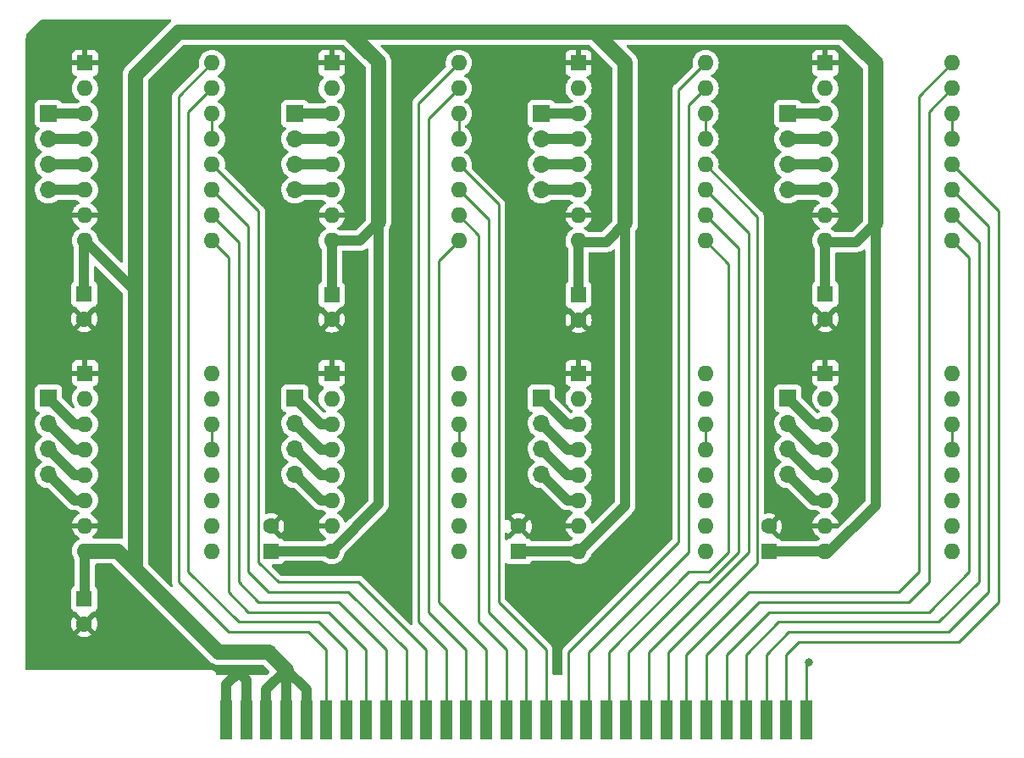
<source format=gtl>
%TF.GenerationSoftware,KiCad,Pcbnew,(6.0.5)*%
%TF.CreationDate,2022-07-10T17:26:15-04:00*%
%TF.ProjectId,8-STEPPER-DRIVER-CARD,382d5354-4550-4504-9552-2d4452495645,rev?*%
%TF.SameCoordinates,Original*%
%TF.FileFunction,Copper,L1,Top*%
%TF.FilePolarity,Positive*%
%FSLAX46Y46*%
G04 Gerber Fmt 4.6, Leading zero omitted, Abs format (unit mm)*
G04 Created by KiCad (PCBNEW (6.0.5)) date 2022-07-10 17:26:15*
%MOMM*%
%LPD*%
G01*
G04 APERTURE LIST*
%TA.AperFunction,ComponentPad*%
%ADD10R,1.600000X1.600000*%
%TD*%
%TA.AperFunction,ComponentPad*%
%ADD11C,1.600000*%
%TD*%
%TA.AperFunction,ComponentPad*%
%ADD12O,1.600000X1.600000*%
%TD*%
%TA.AperFunction,ComponentPad*%
%ADD13R,1.700000X1.700000*%
%TD*%
%TA.AperFunction,ComponentPad*%
%ADD14O,1.700000X1.700000*%
%TD*%
%TA.AperFunction,SMDPad,CuDef*%
%ADD15R,1.250000X4.000000*%
%TD*%
%TA.AperFunction,ViaPad*%
%ADD16C,1.600000*%
%TD*%
%TA.AperFunction,ViaPad*%
%ADD17C,0.800000*%
%TD*%
%TA.AperFunction,Conductor*%
%ADD18C,1.000000*%
%TD*%
%TA.AperFunction,Conductor*%
%ADD19C,0.254000*%
%TD*%
%TA.AperFunction,Conductor*%
%ADD20C,1.500000*%
%TD*%
G04 APERTURE END LIST*
D10*
X134250000Y-101932380D03*
D11*
X134250000Y-99432380D03*
D10*
X189660000Y-84110000D03*
D12*
X189660000Y-86650000D03*
X189660000Y-89190000D03*
X189660000Y-91730000D03*
X189660000Y-94270000D03*
X189660000Y-96810000D03*
X189660000Y-99350000D03*
X189660000Y-101890000D03*
X202360000Y-101890000D03*
X202360000Y-99350000D03*
X202360000Y-96810000D03*
X202360000Y-94270000D03*
X202360000Y-91730000D03*
X202360000Y-89190000D03*
X202360000Y-86650000D03*
X202360000Y-84110000D03*
D10*
X164993332Y-84110000D03*
D12*
X164993332Y-86650000D03*
X164993332Y-89190000D03*
X164993332Y-91730000D03*
X164993332Y-94270000D03*
X164993332Y-96810000D03*
X164993332Y-99350000D03*
X164993332Y-101890000D03*
X177693332Y-101890000D03*
X177693332Y-99350000D03*
X177693332Y-96810000D03*
X177693332Y-94270000D03*
X177693332Y-91730000D03*
X177693332Y-89190000D03*
X177693332Y-86650000D03*
X177693332Y-84110000D03*
D10*
X164993332Y-53110000D03*
D12*
X164993332Y-55650000D03*
X164993332Y-58190000D03*
X164993332Y-60730000D03*
X164993332Y-63270000D03*
X164993332Y-65810000D03*
X164993332Y-68350000D03*
X164993332Y-70890000D03*
X177693332Y-70890000D03*
X177693332Y-68350000D03*
X177693332Y-65810000D03*
X177693332Y-63270000D03*
X177693332Y-60730000D03*
X177693332Y-58190000D03*
X177693332Y-55650000D03*
X177693332Y-53110000D03*
D13*
X112014000Y-86624000D03*
D14*
X112014000Y-89164000D03*
X112014000Y-91704000D03*
X112014000Y-94244000D03*
D10*
X140326666Y-53110000D03*
D12*
X140326666Y-55650000D03*
X140326666Y-58190000D03*
X140326666Y-60730000D03*
X140326666Y-63270000D03*
X140326666Y-65810000D03*
X140326666Y-68350000D03*
X140326666Y-70890000D03*
X153026666Y-70890000D03*
X153026666Y-68350000D03*
X153026666Y-65810000D03*
X153026666Y-63270000D03*
X153026666Y-60730000D03*
X153026666Y-58190000D03*
X153026666Y-55650000D03*
X153026666Y-53110000D03*
D10*
X159000000Y-101932380D03*
D11*
X159000000Y-99432380D03*
D10*
X140326666Y-76240000D03*
D11*
X140326666Y-78740000D03*
D10*
X115660000Y-53110000D03*
D12*
X115660000Y-55650000D03*
X115660000Y-58190000D03*
X115660000Y-60730000D03*
X115660000Y-63270000D03*
X115660000Y-65810000D03*
X115660000Y-68350000D03*
X115660000Y-70890000D03*
X128360000Y-70890000D03*
X128360000Y-68350000D03*
X128360000Y-65810000D03*
X128360000Y-63270000D03*
X128360000Y-60730000D03*
X128360000Y-58190000D03*
X128360000Y-55650000D03*
X128360000Y-53110000D03*
D10*
X115570000Y-106680000D03*
D11*
X115570000Y-109180000D03*
D13*
X185928000Y-86624000D03*
D14*
X185928000Y-89164000D03*
X185928000Y-91704000D03*
X185928000Y-94244000D03*
D13*
X161290000Y-86624000D03*
D14*
X161290000Y-89164000D03*
X161290000Y-91704000D03*
X161290000Y-94244000D03*
D15*
X129770000Y-118785000D03*
X131770000Y-118785000D03*
X133770000Y-118785000D03*
X135770000Y-118785000D03*
X137770000Y-118785000D03*
X139770000Y-118785000D03*
X141770000Y-118785000D03*
X143770000Y-118785000D03*
X145770000Y-118785000D03*
X147770000Y-118785000D03*
X149770000Y-118785000D03*
X151770000Y-118785000D03*
X153770000Y-118785000D03*
X155770000Y-118785000D03*
X157770000Y-118785000D03*
X159770000Y-118785000D03*
X161770000Y-118785000D03*
X163770000Y-118785000D03*
X165770000Y-118785000D03*
X167770000Y-118785000D03*
X169770000Y-118785000D03*
X171770000Y-118785000D03*
X173770000Y-118785000D03*
X175770000Y-118785000D03*
X177770000Y-118785000D03*
X179770000Y-118785000D03*
X181770000Y-118785000D03*
X183770000Y-118785000D03*
X185770000Y-118785000D03*
X187770000Y-118785000D03*
D13*
X112014000Y-58176000D03*
D14*
X112014000Y-60716000D03*
X112014000Y-63256000D03*
X112014000Y-65796000D03*
D10*
X115570000Y-76200000D03*
D11*
X115570000Y-78700000D03*
D10*
X140326666Y-84110000D03*
D12*
X140326666Y-86650000D03*
X140326666Y-89190000D03*
X140326666Y-91730000D03*
X140326666Y-94270000D03*
X140326666Y-96810000D03*
X140326666Y-99350000D03*
X140326666Y-101890000D03*
X153026666Y-101890000D03*
X153026666Y-99350000D03*
X153026666Y-96810000D03*
X153026666Y-94270000D03*
X153026666Y-91730000D03*
X153026666Y-89190000D03*
X153026666Y-86650000D03*
X153026666Y-84110000D03*
D13*
X185928000Y-58176000D03*
D14*
X185928000Y-60716000D03*
X185928000Y-63256000D03*
X185928000Y-65796000D03*
D13*
X136652000Y-58176000D03*
D14*
X136652000Y-60716000D03*
X136652000Y-63256000D03*
X136652000Y-65796000D03*
D10*
X189660000Y-53110000D03*
D12*
X189660000Y-55650000D03*
X189660000Y-58190000D03*
X189660000Y-60730000D03*
X189660000Y-63270000D03*
X189660000Y-65810000D03*
X189660000Y-68350000D03*
X189660000Y-70890000D03*
X202360000Y-70890000D03*
X202360000Y-68350000D03*
X202360000Y-65810000D03*
X202360000Y-63270000D03*
X202360000Y-60730000D03*
X202360000Y-58190000D03*
X202360000Y-55650000D03*
X202360000Y-53110000D03*
D10*
X189660000Y-76200000D03*
D11*
X189660000Y-78700000D03*
D13*
X136652000Y-86624000D03*
D14*
X136652000Y-89164000D03*
X136652000Y-91704000D03*
X136652000Y-94244000D03*
D10*
X184000000Y-101932379D03*
D11*
X184000000Y-99432379D03*
D13*
X161290000Y-58176000D03*
D14*
X161290000Y-60716000D03*
X161290000Y-63256000D03*
X161290000Y-65796000D03*
D10*
X164993332Y-76287621D03*
D11*
X164993332Y-78787621D03*
D10*
X115660000Y-84110000D03*
D12*
X115660000Y-86650000D03*
X115660000Y-89190000D03*
X115660000Y-91730000D03*
X115660000Y-94270000D03*
X115660000Y-96810000D03*
X115660000Y-99350000D03*
X115660000Y-101890000D03*
X128360000Y-101890000D03*
X128360000Y-99350000D03*
X128360000Y-96810000D03*
X128360000Y-94270000D03*
X128360000Y-91730000D03*
X128360000Y-89190000D03*
X128360000Y-86650000D03*
X128360000Y-84110000D03*
D16*
X131000000Y-114000000D03*
D17*
X188000000Y-113000000D03*
D16*
X134000000Y-112000000D03*
D18*
X131000000Y-114000000D02*
X129770000Y-115230000D01*
X131000000Y-114000000D02*
X131770000Y-114770000D01*
X131770000Y-114770000D02*
X131770000Y-118785000D01*
X129770000Y-115230000D02*
X129770000Y-118785000D01*
D19*
X187770000Y-113230000D02*
X188000000Y-113000000D01*
X187770000Y-118785000D02*
X187770000Y-113230000D01*
D18*
X115660000Y-58190000D02*
X112028000Y-58190000D01*
X112028000Y-58190000D02*
X112014000Y-58176000D01*
X112028000Y-60730000D02*
X112014000Y-60716000D01*
X115660000Y-60730000D02*
X112028000Y-60730000D01*
X115660000Y-63270000D02*
X112028000Y-63270000D01*
X112028000Y-63270000D02*
X112014000Y-63256000D01*
X112028000Y-65810000D02*
X112014000Y-65796000D01*
X115660000Y-65810000D02*
X112028000Y-65810000D01*
X194673334Y-69110000D02*
X194673334Y-97326666D01*
X140326666Y-101890000D02*
X134292380Y-101890000D01*
X164993332Y-101890000D02*
X159042380Y-101890000D01*
X169673334Y-69110000D02*
X169673334Y-97326666D01*
D20*
X134000000Y-112000000D02*
X135770000Y-113770000D01*
D18*
X133770000Y-118785000D02*
X133770000Y-115770000D01*
X190000000Y-71000000D02*
X192783334Y-71000000D01*
X189660000Y-101890000D02*
X184042379Y-101890000D01*
D20*
X118890000Y-101890000D02*
X115660000Y-101890000D01*
D18*
X165000000Y-71000000D02*
X167783334Y-71000000D01*
X194673334Y-97326666D02*
X190000000Y-102000000D01*
X140326666Y-70890000D02*
X140326666Y-76240000D01*
D20*
X142000000Y-50000000D02*
X191563334Y-50000000D01*
X145000000Y-53000000D02*
X145000000Y-69000000D01*
D18*
X164993332Y-70890000D02*
X164993332Y-76287621D01*
X137770000Y-115770000D02*
X135770000Y-113770000D01*
X135770000Y-118785000D02*
X135770000Y-113770000D01*
X133770000Y-115770000D02*
X135770000Y-113770000D01*
X145000000Y-69000000D02*
X145000000Y-97216666D01*
D20*
X120680000Y-54320000D02*
X125000000Y-50000000D01*
X120680000Y-76680000D02*
X120680000Y-54320000D01*
D18*
X184042379Y-101890000D02*
X184000000Y-101932379D01*
D20*
X125000000Y-50000000D02*
X142000000Y-50000000D01*
D18*
X115660000Y-70890000D02*
X120680000Y-75910000D01*
D20*
X194673334Y-53110000D02*
X194673334Y-69110000D01*
X191563334Y-50000000D02*
X194673334Y-53110000D01*
D18*
X189660000Y-76200000D02*
X189660000Y-70890000D01*
X169673334Y-97326666D02*
X165000000Y-102000000D01*
X140326666Y-70890000D02*
X143110000Y-70890000D01*
X145000000Y-97216666D02*
X140326666Y-101890000D01*
D20*
X120680000Y-103680000D02*
X120680000Y-76680000D01*
D18*
X115660000Y-106590000D02*
X115570000Y-106680000D01*
X120680000Y-75910000D02*
X120680000Y-76680000D01*
X167783334Y-71000000D02*
X169673334Y-69110000D01*
X143110000Y-70890000D02*
X145000000Y-69000000D01*
X134292380Y-101890000D02*
X134250000Y-101932380D01*
D20*
X169673334Y-53110000D02*
X169673334Y-69110000D01*
X142000000Y-50000000D02*
X145000000Y-53000000D01*
D18*
X115570000Y-76200000D02*
X115570000Y-70980000D01*
D20*
X129000000Y-112000000D02*
X120680000Y-103680000D01*
X120680000Y-103680000D02*
X118890000Y-101890000D01*
X166673334Y-50110000D02*
X169673334Y-53110000D01*
D18*
X192783334Y-71000000D02*
X194673334Y-69110000D01*
X115660000Y-101890000D02*
X115660000Y-106590000D01*
X137770000Y-118785000D02*
X137770000Y-115770000D01*
D20*
X134000000Y-112000000D02*
X129000000Y-112000000D01*
D18*
X159042380Y-101890000D02*
X159000000Y-101932380D01*
X115570000Y-70980000D02*
X115660000Y-70890000D01*
D19*
X132000000Y-108000000D02*
X140000000Y-108000000D01*
X128360000Y-70890000D02*
X130000000Y-72530000D01*
X130000000Y-72530000D02*
X130000000Y-106000000D01*
X140000000Y-108000000D02*
X143770000Y-111770000D01*
X143770000Y-111770000D02*
X143770000Y-118785000D01*
X130000000Y-106000000D02*
X132000000Y-108000000D01*
X131000000Y-105000000D02*
X133000000Y-107000000D01*
X133000000Y-107000000D02*
X141000000Y-107000000D01*
X145770000Y-111770000D02*
X145770000Y-118785000D01*
X131000000Y-70990000D02*
X131000000Y-105000000D01*
X128360000Y-68350000D02*
X131000000Y-70990000D01*
X141000000Y-107000000D02*
X145770000Y-111770000D01*
X142000000Y-106000000D02*
X147770000Y-111770000D01*
X128360000Y-65810000D02*
X132000000Y-69450000D01*
X132000000Y-104000000D02*
X134000000Y-106000000D01*
X147770000Y-111770000D02*
X147770000Y-118785000D01*
X134000000Y-106000000D02*
X142000000Y-106000000D01*
X132000000Y-69450000D02*
X132000000Y-104000000D01*
X143000000Y-105000000D02*
X149770000Y-111770000D01*
X128360000Y-63270000D02*
X133000000Y-67910000D01*
X133000000Y-103000000D02*
X135000000Y-105000000D01*
X135000000Y-105000000D02*
X143000000Y-105000000D01*
X149770000Y-111770000D02*
X149770000Y-118785000D01*
X133000000Y-67910000D02*
X133000000Y-103000000D01*
X128360000Y-58190000D02*
X128360000Y-60730000D01*
X126000000Y-58010000D02*
X126000000Y-104000000D01*
X126000000Y-104000000D02*
X131000000Y-109000000D01*
X139000000Y-109000000D02*
X141770000Y-111770000D01*
X131000000Y-109000000D02*
X139000000Y-109000000D01*
X128360000Y-55650000D02*
X126000000Y-58010000D01*
X141770000Y-111770000D02*
X141770000Y-118785000D01*
X139770000Y-111770000D02*
X139770000Y-118785000D01*
X138000000Y-110000000D02*
X139770000Y-111770000D01*
X130000000Y-110000000D02*
X138000000Y-110000000D01*
X125000000Y-105000000D02*
X130000000Y-110000000D01*
X128360000Y-53110000D02*
X125000000Y-56470000D01*
X125000000Y-56470000D02*
X125000000Y-105000000D01*
D18*
X136666000Y-58190000D02*
X136652000Y-58176000D01*
X140326666Y-58190000D02*
X136666000Y-58190000D01*
X136666000Y-60730000D02*
X136652000Y-60716000D01*
X140326666Y-60730000D02*
X136666000Y-60730000D01*
X140326666Y-63270000D02*
X136666000Y-63270000D01*
X136666000Y-63270000D02*
X136652000Y-63256000D01*
X140326666Y-65810000D02*
X136666000Y-65810000D01*
X136666000Y-65810000D02*
X136652000Y-65796000D01*
D19*
X151000000Y-72916666D02*
X151000000Y-107000000D01*
X151000000Y-107000000D02*
X155770000Y-111770000D01*
X155770000Y-111770000D02*
X155770000Y-118785000D01*
X153026666Y-70890000D02*
X151000000Y-72916666D01*
X153026666Y-68350000D02*
X155000000Y-70323334D01*
X155000000Y-70323334D02*
X155000000Y-109000000D01*
X157770000Y-111770000D02*
X157770000Y-118785000D01*
X155000000Y-109000000D02*
X157770000Y-111770000D01*
X153026666Y-65810000D02*
X156000000Y-68783334D01*
X159770000Y-111770000D02*
X159770000Y-118785000D01*
X156000000Y-108000000D02*
X159770000Y-111770000D01*
X156000000Y-68783334D02*
X156000000Y-108000000D01*
X153026666Y-63270000D02*
X157000000Y-67243334D01*
X157000000Y-67243334D02*
X157000000Y-107000000D01*
X157000000Y-107000000D02*
X161770000Y-111770000D01*
X161770000Y-111770000D02*
X161770000Y-118785000D01*
X153026666Y-58190000D02*
X153026666Y-60730000D01*
X153770000Y-111770000D02*
X153770000Y-118785000D01*
X153026666Y-55650000D02*
X150000000Y-58676666D01*
X150000000Y-58676666D02*
X150000000Y-108000000D01*
X150000000Y-108000000D02*
X153770000Y-111770000D01*
X151770000Y-111770000D02*
X151770000Y-118785000D01*
X149000000Y-57136666D02*
X149000000Y-109000000D01*
X153026666Y-53110000D02*
X149000000Y-57136666D01*
X149000000Y-109000000D02*
X151770000Y-111770000D01*
D18*
X161304000Y-58190000D02*
X161290000Y-58176000D01*
X164993332Y-58190000D02*
X161304000Y-58190000D01*
X161290000Y-60716000D02*
X164979332Y-60716000D01*
X164979332Y-60716000D02*
X164993332Y-60730000D01*
X164993332Y-63270000D02*
X161304000Y-63270000D01*
X161304000Y-63270000D02*
X161290000Y-63256000D01*
X164979332Y-65796000D02*
X164993332Y-65810000D01*
X161290000Y-65796000D02*
X164979332Y-65796000D01*
D19*
X177693332Y-70890000D02*
X180000000Y-73196668D01*
X168000000Y-118555000D02*
X167770000Y-118785000D01*
X180000000Y-73196668D02*
X180000000Y-102000000D01*
X176000000Y-104000000D02*
X168000000Y-112000000D01*
X178000000Y-104000000D02*
X176000000Y-104000000D01*
X180000000Y-102000000D02*
X178000000Y-104000000D01*
X168000000Y-112000000D02*
X168000000Y-118555000D01*
X181000000Y-102000000D02*
X178000000Y-105000000D01*
X181000000Y-71656668D02*
X181000000Y-102000000D01*
X178000000Y-105000000D02*
X177000000Y-105000000D01*
X177693332Y-68350000D02*
X181000000Y-71656668D01*
X170000000Y-118555000D02*
X169770000Y-118785000D01*
X170000000Y-112000000D02*
X170000000Y-118555000D01*
X177000000Y-105000000D02*
X170000000Y-112000000D01*
X172000000Y-112000000D02*
X172000000Y-117000000D01*
X182000000Y-102000000D02*
X172000000Y-112000000D01*
X177693332Y-65810000D02*
X182000000Y-70116668D01*
X182000000Y-70116668D02*
X182000000Y-102000000D01*
X182873489Y-103126511D02*
X174000000Y-112000000D01*
X182873489Y-68450157D02*
X182873489Y-103126511D01*
X174000000Y-112000000D02*
X174000000Y-117000000D01*
X177693332Y-63270000D02*
X182873489Y-68450157D01*
X177693332Y-58190000D02*
X177693332Y-60730000D01*
X177693332Y-55650000D02*
X176000000Y-57343332D01*
X176000000Y-102000000D02*
X166000000Y-112000000D01*
X166000000Y-112000000D02*
X166000000Y-117000000D01*
X176000000Y-57343332D02*
X176000000Y-102000000D01*
X164000000Y-112000000D02*
X164000000Y-117000000D01*
X175000000Y-101000000D02*
X164000000Y-112000000D01*
X175000000Y-55803332D02*
X175000000Y-101000000D01*
X177693332Y-53110000D02*
X175000000Y-55803332D01*
D18*
X189646000Y-58176000D02*
X189660000Y-58190000D01*
X185928000Y-58176000D02*
X189646000Y-58176000D01*
X185942000Y-60730000D02*
X185928000Y-60716000D01*
X189660000Y-60730000D02*
X185942000Y-60730000D01*
X189646000Y-63256000D02*
X189660000Y-63270000D01*
X185928000Y-63256000D02*
X189646000Y-63256000D01*
X189660000Y-65810000D02*
X185942000Y-65810000D01*
X185942000Y-65810000D02*
X185928000Y-65796000D01*
D19*
X204000000Y-72530000D02*
X204000000Y-104000000D01*
X200000000Y-108000000D02*
X184000000Y-108000000D01*
X202360000Y-70890000D02*
X204000000Y-72530000D01*
X204000000Y-104000000D02*
X200000000Y-108000000D01*
X184000000Y-108000000D02*
X179770000Y-112230000D01*
X179770000Y-112230000D02*
X179770000Y-118785000D01*
X205000000Y-70990000D02*
X205000000Y-105000000D01*
X181770000Y-112230000D02*
X181770000Y-118785000D01*
X185000000Y-109000000D02*
X181770000Y-112230000D01*
X201000000Y-109000000D02*
X185000000Y-109000000D01*
X202360000Y-68350000D02*
X205000000Y-70990000D01*
X205000000Y-105000000D02*
X201000000Y-109000000D01*
X202000000Y-110000000D02*
X186000000Y-110000000D01*
X183770000Y-112230000D02*
X183770000Y-118785000D01*
X206000000Y-106000000D02*
X202000000Y-110000000D01*
X186000000Y-110000000D02*
X183770000Y-112230000D01*
X202360000Y-65810000D02*
X206000000Y-69450000D01*
X206000000Y-69450000D02*
X206000000Y-106000000D01*
X207000000Y-67910000D02*
X207000000Y-107000000D01*
X202360000Y-63270000D02*
X207000000Y-67910000D01*
X203000000Y-111000000D02*
X187000000Y-111000000D01*
X185770000Y-112230000D02*
X185770000Y-118785000D01*
X207000000Y-107000000D02*
X203000000Y-111000000D01*
X187000000Y-111000000D02*
X185770000Y-112230000D01*
X202360000Y-58190000D02*
X202360000Y-60730000D01*
X200000000Y-58010000D02*
X200000000Y-105000000D01*
X183000000Y-107000000D02*
X177770000Y-112230000D01*
X202360000Y-55650000D02*
X200000000Y-58010000D01*
X177770000Y-112230000D02*
X177770000Y-118785000D01*
X200000000Y-105000000D02*
X198000000Y-107000000D01*
X198000000Y-107000000D02*
X183000000Y-107000000D01*
X197000000Y-106000000D02*
X182000000Y-106000000D01*
X175770000Y-112230000D02*
X175770000Y-118785000D01*
X199000000Y-56470000D02*
X199000000Y-104000000D01*
X182000000Y-106000000D02*
X175770000Y-112230000D01*
X199000000Y-104000000D02*
X197000000Y-106000000D01*
X202360000Y-53110000D02*
X199000000Y-56470000D01*
D18*
X114580000Y-89190000D02*
X112014000Y-86624000D01*
X115660000Y-89190000D02*
X114580000Y-89190000D01*
X115660000Y-91730000D02*
X114580000Y-91730000D01*
X114580000Y-91730000D02*
X112014000Y-89164000D01*
X114580000Y-94270000D02*
X112014000Y-91704000D01*
X115660000Y-94270000D02*
X114580000Y-94270000D01*
X115660000Y-96810000D02*
X114580000Y-96810000D01*
X114580000Y-96810000D02*
X112014000Y-94244000D01*
D19*
X128360000Y-89190000D02*
X128360000Y-91730000D01*
D18*
X140326666Y-89190000D02*
X139218000Y-89190000D01*
X139218000Y-89190000D02*
X136652000Y-86624000D01*
X139218000Y-91730000D02*
X136652000Y-89164000D01*
X140326666Y-91730000D02*
X139218000Y-91730000D01*
X139218000Y-94270000D02*
X136652000Y-91704000D01*
X140326666Y-94270000D02*
X139218000Y-94270000D01*
X140326666Y-96810000D02*
X139218000Y-96810000D01*
X139218000Y-96810000D02*
X136652000Y-94244000D01*
D19*
X153026666Y-89190000D02*
X153026666Y-91730000D01*
D18*
X164993332Y-89190000D02*
X163856000Y-89190000D01*
X163856000Y-89190000D02*
X161290000Y-86624000D01*
X164993332Y-91730000D02*
X163856000Y-91730000D01*
X163856000Y-91730000D02*
X161290000Y-89164000D01*
X163856000Y-94270000D02*
X161290000Y-91704000D01*
X164993332Y-94270000D02*
X163856000Y-94270000D01*
X164993332Y-96810000D02*
X163856000Y-96810000D01*
X163856000Y-96810000D02*
X161290000Y-94244000D01*
D19*
X177693332Y-89190000D02*
X177693332Y-91730000D01*
D18*
X189660000Y-89190000D02*
X188494000Y-89190000D01*
X188494000Y-89190000D02*
X185928000Y-86624000D01*
X188494000Y-91730000D02*
X185928000Y-89164000D01*
X189660000Y-91730000D02*
X188494000Y-91730000D01*
X188494000Y-94270000D02*
X185928000Y-91704000D01*
X189660000Y-94270000D02*
X188494000Y-94270000D01*
X189660000Y-96810000D02*
X188494000Y-96810000D01*
X188494000Y-96810000D02*
X185928000Y-94244000D01*
D19*
X202360000Y-89190000D02*
X202360000Y-91730000D01*
%TA.AperFunction,Conductor*%
G36*
X191057978Y-51278502D02*
G01*
X191078952Y-51295405D01*
X193377929Y-53594383D01*
X193411955Y-53656695D01*
X193414834Y-53683478D01*
X193414834Y-68890076D01*
X193394832Y-68958197D01*
X193377929Y-68979171D01*
X192402505Y-69954595D01*
X192340193Y-69988621D01*
X192313410Y-69991500D01*
X190664188Y-69991500D01*
X190596067Y-69971498D01*
X190575093Y-69954595D01*
X190504300Y-69883802D01*
X190499792Y-69880645D01*
X190499789Y-69880643D01*
X190421611Y-69825902D01*
X190316749Y-69752477D01*
X190311767Y-69750154D01*
X190311762Y-69750151D01*
X190276951Y-69733919D01*
X190223666Y-69687002D01*
X190204205Y-69618725D01*
X190224747Y-69550765D01*
X190276951Y-69505529D01*
X190311511Y-69489414D01*
X190321007Y-69483931D01*
X190499467Y-69358972D01*
X190507875Y-69351916D01*
X190661916Y-69197875D01*
X190668972Y-69189467D01*
X190793931Y-69011007D01*
X190799414Y-69001511D01*
X190891490Y-68804053D01*
X190895236Y-68793761D01*
X190941394Y-68621497D01*
X190941058Y-68607401D01*
X190933116Y-68604000D01*
X188392033Y-68604000D01*
X188378502Y-68607973D01*
X188377273Y-68616522D01*
X188424764Y-68793761D01*
X188428510Y-68804053D01*
X188520586Y-69001511D01*
X188526069Y-69011007D01*
X188651028Y-69189467D01*
X188658084Y-69197875D01*
X188812125Y-69351916D01*
X188820533Y-69358972D01*
X188998993Y-69483931D01*
X189008489Y-69489414D01*
X189043049Y-69505529D01*
X189096334Y-69552446D01*
X189115795Y-69620723D01*
X189095253Y-69688683D01*
X189043049Y-69733919D01*
X189008238Y-69750151D01*
X189008233Y-69750154D01*
X189003251Y-69752477D01*
X188898389Y-69825902D01*
X188820211Y-69880643D01*
X188820208Y-69880645D01*
X188815700Y-69883802D01*
X188653802Y-70045700D01*
X188522477Y-70233251D01*
X188520154Y-70238233D01*
X188520151Y-70238238D01*
X188471303Y-70342995D01*
X188425716Y-70440757D01*
X188366457Y-70661913D01*
X188346502Y-70890000D01*
X188366457Y-71118087D01*
X188367881Y-71123400D01*
X188367881Y-71123402D01*
X188402670Y-71253233D01*
X188425716Y-71339243D01*
X188428039Y-71344224D01*
X188428039Y-71344225D01*
X188520151Y-71541762D01*
X188520154Y-71541767D01*
X188522477Y-71546749D01*
X188612487Y-71675296D01*
X188628713Y-71698469D01*
X188651500Y-71770740D01*
X188651500Y-74857725D01*
X188631498Y-74925846D01*
X188601065Y-74958551D01*
X188496739Y-75036739D01*
X188409385Y-75153295D01*
X188358255Y-75289684D01*
X188351500Y-75351866D01*
X188351500Y-77048134D01*
X188358255Y-77110316D01*
X188409385Y-77246705D01*
X188496739Y-77363261D01*
X188613295Y-77450615D01*
X188749684Y-77501745D01*
X188793252Y-77506478D01*
X188808486Y-77508133D01*
X188808489Y-77508133D01*
X188811866Y-77508500D01*
X188815185Y-77508500D01*
X188882110Y-77532153D01*
X188917804Y-77578156D01*
X188919734Y-77577141D01*
X188925442Y-77588000D01*
X188925632Y-77588245D01*
X188925653Y-77588403D01*
X188945644Y-77626434D01*
X189647188Y-78327978D01*
X189661132Y-78335592D01*
X189662965Y-78335461D01*
X189669580Y-78331210D01*
X190375077Y-77625713D01*
X190397871Y-77583971D01*
X190400047Y-77573971D01*
X190450253Y-77523773D01*
X190503814Y-77508549D01*
X190504719Y-77508500D01*
X190508134Y-77508500D01*
X190511530Y-77508131D01*
X190511532Y-77508131D01*
X190523879Y-77506790D01*
X190570316Y-77501745D01*
X190706705Y-77450615D01*
X190823261Y-77363261D01*
X190910615Y-77246705D01*
X190961745Y-77110316D01*
X190968500Y-77048134D01*
X190968500Y-75351866D01*
X190961745Y-75289684D01*
X190910615Y-75153295D01*
X190823261Y-75036739D01*
X190718935Y-74958551D01*
X190676420Y-74901692D01*
X190668500Y-74857725D01*
X190668500Y-72134500D01*
X190688502Y-72066379D01*
X190742158Y-72019886D01*
X190794500Y-72008500D01*
X192721491Y-72008500D01*
X192735098Y-72009237D01*
X192766596Y-72012659D01*
X192766601Y-72012659D01*
X192772722Y-72013324D01*
X192798972Y-72011027D01*
X192822722Y-72008950D01*
X192827548Y-72008621D01*
X192830020Y-72008500D01*
X192833103Y-72008500D01*
X192845072Y-72007326D01*
X192875840Y-72004310D01*
X192877153Y-72004188D01*
X192921418Y-72000315D01*
X192969747Y-71996087D01*
X192974866Y-71994600D01*
X192980167Y-71994080D01*
X193069168Y-71967209D01*
X193070301Y-71966874D01*
X193153748Y-71942630D01*
X193153752Y-71942628D01*
X193159670Y-71940909D01*
X193164402Y-71938456D01*
X193169503Y-71936916D01*
X193174946Y-71934022D01*
X193251594Y-71893269D01*
X193252760Y-71892657D01*
X193329787Y-71852729D01*
X193335260Y-71849892D01*
X193339423Y-71846569D01*
X193344130Y-71844066D01*
X193416252Y-71785245D01*
X193417108Y-71784554D01*
X193456307Y-71753262D01*
X193456308Y-71753261D01*
X193456508Y-71753512D01*
X193518965Y-71723806D01*
X193589388Y-71732816D01*
X193643760Y-71778469D01*
X193664834Y-71848230D01*
X193664834Y-96856741D01*
X193644832Y-96924862D01*
X193627929Y-96945836D01*
X191006670Y-99567095D01*
X190944358Y-99601121D01*
X190917575Y-99604000D01*
X188392033Y-99604000D01*
X188378502Y-99607973D01*
X188377273Y-99616522D01*
X188424764Y-99793761D01*
X188428510Y-99804053D01*
X188520586Y-100001511D01*
X188526069Y-100011007D01*
X188651028Y-100189467D01*
X188658084Y-100197875D01*
X188812125Y-100351916D01*
X188820533Y-100358972D01*
X188998993Y-100483931D01*
X189008489Y-100489414D01*
X189043049Y-100505529D01*
X189096334Y-100552446D01*
X189115795Y-100620723D01*
X189095253Y-100688683D01*
X189043049Y-100733919D01*
X189008238Y-100750151D01*
X189008233Y-100750154D01*
X189003251Y-100752477D01*
X188944346Y-100793723D01*
X188851531Y-100858713D01*
X188779260Y-100881500D01*
X185310514Y-100881500D01*
X185242393Y-100861498D01*
X185209688Y-100831065D01*
X185168643Y-100776299D01*
X185163261Y-100769118D01*
X185046705Y-100681764D01*
X184910316Y-100630634D01*
X184866748Y-100625901D01*
X184851514Y-100624246D01*
X184851511Y-100624246D01*
X184848134Y-100623879D01*
X184844815Y-100623879D01*
X184777890Y-100600226D01*
X184742196Y-100554223D01*
X184740266Y-100555238D01*
X184734558Y-100544379D01*
X184734368Y-100544134D01*
X184734347Y-100543976D01*
X184714356Y-100505945D01*
X183729885Y-99521474D01*
X183695859Y-99459162D01*
X183697694Y-99433511D01*
X184364408Y-99433511D01*
X184364539Y-99435344D01*
X184368790Y-99441959D01*
X185074287Y-100147456D01*
X185086062Y-100153886D01*
X185098077Y-100144590D01*
X185133931Y-100093385D01*
X185139414Y-100083890D01*
X185231490Y-99886432D01*
X185235236Y-99876140D01*
X185291625Y-99665691D01*
X185293528Y-99654898D01*
X185312517Y-99437854D01*
X185312517Y-99426904D01*
X185293528Y-99209860D01*
X185291625Y-99199067D01*
X185235236Y-98988618D01*
X185231490Y-98978326D01*
X185139414Y-98780868D01*
X185133931Y-98771373D01*
X185097491Y-98719331D01*
X185087012Y-98710955D01*
X185073566Y-98718023D01*
X184372022Y-99419567D01*
X184364408Y-99433511D01*
X183697694Y-99433511D01*
X183700924Y-99388347D01*
X183729885Y-99343284D01*
X184715077Y-98358092D01*
X184721507Y-98346317D01*
X184712211Y-98334302D01*
X184661006Y-98298448D01*
X184651511Y-98292965D01*
X184454053Y-98200889D01*
X184443761Y-98197143D01*
X184233312Y-98140754D01*
X184222519Y-98138851D01*
X184005475Y-98119862D01*
X183994525Y-98119862D01*
X183777481Y-98138851D01*
X183766688Y-98140754D01*
X183667600Y-98167304D01*
X183596624Y-98165614D01*
X183537828Y-98125820D01*
X183509880Y-98060555D01*
X183508989Y-98045597D01*
X183508989Y-94210695D01*
X184565251Y-94210695D01*
X184578110Y-94433715D01*
X184579247Y-94438761D01*
X184579248Y-94438767D01*
X184591382Y-94492607D01*
X184627222Y-94651639D01*
X184711266Y-94858616D01*
X184827987Y-95049088D01*
X184974250Y-95217938D01*
X185146126Y-95360632D01*
X185339000Y-95473338D01*
X185547692Y-95553030D01*
X185552760Y-95554061D01*
X185552763Y-95554062D01*
X185722343Y-95588563D01*
X185766597Y-95597567D01*
X185771772Y-95597757D01*
X185771774Y-95597757D01*
X185809239Y-95599131D01*
X185876581Y-95621616D01*
X185893716Y-95635951D01*
X187737145Y-97479379D01*
X187746247Y-97489522D01*
X187769968Y-97519025D01*
X187779434Y-97526968D01*
X187808421Y-97551291D01*
X187812069Y-97554472D01*
X187813881Y-97556115D01*
X187816075Y-97558309D01*
X187849349Y-97585642D01*
X187850147Y-97586304D01*
X187921474Y-97646154D01*
X187926144Y-97648722D01*
X187930261Y-97652103D01*
X187988145Y-97683140D01*
X188012086Y-97695977D01*
X188013245Y-97696606D01*
X188089381Y-97738462D01*
X188089389Y-97738465D01*
X188094787Y-97741433D01*
X188099869Y-97743045D01*
X188104563Y-97745562D01*
X188193531Y-97772762D01*
X188194559Y-97773082D01*
X188283306Y-97801235D01*
X188288602Y-97801829D01*
X188293698Y-97803387D01*
X188386257Y-97812790D01*
X188387393Y-97812911D01*
X188421008Y-97816681D01*
X188433730Y-97818108D01*
X188433734Y-97818108D01*
X188437227Y-97818500D01*
X188440754Y-97818500D01*
X188441739Y-97818555D01*
X188447419Y-97819002D01*
X188476825Y-97821989D01*
X188484337Y-97822752D01*
X188484339Y-97822752D01*
X188490462Y-97823374D01*
X188532956Y-97819357D01*
X188536109Y-97819059D01*
X188547967Y-97818500D01*
X188779260Y-97818500D01*
X188851531Y-97841287D01*
X189003251Y-97947523D01*
X189008233Y-97949846D01*
X189008238Y-97949849D01*
X189043049Y-97966081D01*
X189096334Y-98012998D01*
X189115795Y-98081275D01*
X189095253Y-98149235D01*
X189043049Y-98194471D01*
X189008489Y-98210586D01*
X188998993Y-98216069D01*
X188820533Y-98341028D01*
X188812125Y-98348084D01*
X188658084Y-98502125D01*
X188651028Y-98510533D01*
X188526069Y-98688993D01*
X188520586Y-98698489D01*
X188428510Y-98895947D01*
X188424764Y-98906239D01*
X188378606Y-99078503D01*
X188378942Y-99092599D01*
X188386884Y-99096000D01*
X190927967Y-99096000D01*
X190941498Y-99092027D01*
X190942727Y-99083478D01*
X190895236Y-98906239D01*
X190891490Y-98895947D01*
X190799414Y-98698489D01*
X190793931Y-98688993D01*
X190668972Y-98510533D01*
X190661916Y-98502125D01*
X190507875Y-98348084D01*
X190499467Y-98341028D01*
X190321007Y-98216069D01*
X190311511Y-98210586D01*
X190276951Y-98194471D01*
X190223666Y-98147554D01*
X190204205Y-98079277D01*
X190224747Y-98011317D01*
X190276951Y-97966081D01*
X190311762Y-97949849D01*
X190311767Y-97949846D01*
X190316749Y-97947523D01*
X190439702Y-97861430D01*
X190499789Y-97819357D01*
X190499794Y-97819353D01*
X190504300Y-97816198D01*
X190666198Y-97654300D01*
X190672165Y-97645779D01*
X190736003Y-97554608D01*
X190797523Y-97466749D01*
X190799846Y-97461767D01*
X190799849Y-97461762D01*
X190891961Y-97264225D01*
X190891961Y-97264224D01*
X190894284Y-97259243D01*
X190903104Y-97226329D01*
X190952119Y-97043402D01*
X190952119Y-97043400D01*
X190953543Y-97038087D01*
X190973498Y-96810000D01*
X190953543Y-96581913D01*
X190894284Y-96360757D01*
X190810971Y-96182090D01*
X190799849Y-96158238D01*
X190799846Y-96158233D01*
X190797523Y-96153251D01*
X190666198Y-95965700D01*
X190504300Y-95803802D01*
X190499792Y-95800645D01*
X190499789Y-95800643D01*
X190412740Y-95739691D01*
X190316749Y-95672477D01*
X190311767Y-95670154D01*
X190311762Y-95670151D01*
X190277543Y-95654195D01*
X190224258Y-95607278D01*
X190204797Y-95539001D01*
X190225339Y-95471041D01*
X190277543Y-95425805D01*
X190311762Y-95409849D01*
X190311767Y-95409846D01*
X190316749Y-95407523D01*
X190421611Y-95334098D01*
X190499789Y-95279357D01*
X190499794Y-95279353D01*
X190504300Y-95276198D01*
X190666198Y-95114300D01*
X190797523Y-94926749D01*
X190799846Y-94921767D01*
X190799849Y-94921762D01*
X190891961Y-94724225D01*
X190891961Y-94724224D01*
X190894284Y-94719243D01*
X190953543Y-94498087D01*
X190973498Y-94270000D01*
X190953543Y-94041913D01*
X190894284Y-93820757D01*
X190810971Y-93642090D01*
X190799849Y-93618238D01*
X190799846Y-93618233D01*
X190797523Y-93613251D01*
X190666198Y-93425700D01*
X190504300Y-93263802D01*
X190499792Y-93260645D01*
X190499789Y-93260643D01*
X190412740Y-93199691D01*
X190316749Y-93132477D01*
X190311767Y-93130154D01*
X190311762Y-93130151D01*
X190277543Y-93114195D01*
X190224258Y-93067278D01*
X190204797Y-92999001D01*
X190225339Y-92931041D01*
X190277543Y-92885805D01*
X190311762Y-92869849D01*
X190311767Y-92869846D01*
X190316749Y-92867523D01*
X190421611Y-92794098D01*
X190499789Y-92739357D01*
X190499794Y-92739353D01*
X190504300Y-92736198D01*
X190666198Y-92574300D01*
X190797523Y-92386749D01*
X190799846Y-92381767D01*
X190799849Y-92381762D01*
X190891961Y-92184225D01*
X190891961Y-92184224D01*
X190894284Y-92179243D01*
X190953543Y-91958087D01*
X190973498Y-91730000D01*
X190953543Y-91501913D01*
X190894284Y-91280757D01*
X190810971Y-91102090D01*
X190799849Y-91078238D01*
X190799846Y-91078233D01*
X190797523Y-91073251D01*
X190666198Y-90885700D01*
X190504300Y-90723802D01*
X190499792Y-90720645D01*
X190499789Y-90720643D01*
X190412740Y-90659691D01*
X190316749Y-90592477D01*
X190311767Y-90590154D01*
X190311762Y-90590151D01*
X190277543Y-90574195D01*
X190224258Y-90527278D01*
X190204797Y-90459001D01*
X190225339Y-90391041D01*
X190277543Y-90345805D01*
X190311762Y-90329849D01*
X190311767Y-90329846D01*
X190316749Y-90327523D01*
X190421611Y-90254098D01*
X190499789Y-90199357D01*
X190499794Y-90199353D01*
X190504300Y-90196198D01*
X190666198Y-90034300D01*
X190797523Y-89846749D01*
X190799846Y-89841767D01*
X190799849Y-89841762D01*
X190891961Y-89644225D01*
X190891961Y-89644224D01*
X190894284Y-89639243D01*
X190953543Y-89418087D01*
X190973498Y-89190000D01*
X190953543Y-88961913D01*
X190894284Y-88740757D01*
X190810971Y-88562090D01*
X190799849Y-88538238D01*
X190799846Y-88538233D01*
X190797523Y-88533251D01*
X190666198Y-88345700D01*
X190504300Y-88183802D01*
X190499792Y-88180645D01*
X190499789Y-88180643D01*
X190412740Y-88119691D01*
X190316749Y-88052477D01*
X190311767Y-88050154D01*
X190311762Y-88050151D01*
X190277543Y-88034195D01*
X190224258Y-87987278D01*
X190204797Y-87919001D01*
X190225339Y-87851041D01*
X190277543Y-87805805D01*
X190311762Y-87789849D01*
X190311767Y-87789846D01*
X190316749Y-87787523D01*
X190469586Y-87680505D01*
X190499789Y-87659357D01*
X190499794Y-87659353D01*
X190504300Y-87656198D01*
X190666198Y-87494300D01*
X190797523Y-87306749D01*
X190799846Y-87301767D01*
X190799849Y-87301762D01*
X190891961Y-87104225D01*
X190891961Y-87104224D01*
X190894284Y-87099243D01*
X190953543Y-86878087D01*
X190973498Y-86650000D01*
X190953543Y-86421913D01*
X190894284Y-86200757D01*
X190810971Y-86022090D01*
X190799849Y-85998238D01*
X190799846Y-85998233D01*
X190797523Y-85993251D01*
X190666198Y-85805700D01*
X190504300Y-85643802D01*
X190499789Y-85640643D01*
X190495576Y-85637108D01*
X190496388Y-85636140D01*
X190455910Y-85585506D01*
X190448596Y-85514887D01*
X190480624Y-85451524D01*
X190541823Y-85415536D01*
X190558901Y-85412480D01*
X190562352Y-85412105D01*
X190577604Y-85408479D01*
X190698054Y-85363324D01*
X190713649Y-85354786D01*
X190815724Y-85278285D01*
X190828285Y-85265724D01*
X190904786Y-85163649D01*
X190913324Y-85148054D01*
X190958478Y-85027606D01*
X190962105Y-85012351D01*
X190967631Y-84961486D01*
X190968000Y-84954672D01*
X190968000Y-84382115D01*
X190963525Y-84366876D01*
X190962135Y-84365671D01*
X190954452Y-84364000D01*
X188370116Y-84364000D01*
X188354877Y-84368475D01*
X188353672Y-84369865D01*
X188352001Y-84377548D01*
X188352001Y-84954669D01*
X188352371Y-84961490D01*
X188357895Y-85012352D01*
X188361521Y-85027604D01*
X188406676Y-85148054D01*
X188415214Y-85163649D01*
X188491715Y-85265724D01*
X188504276Y-85278285D01*
X188606351Y-85354786D01*
X188621946Y-85363324D01*
X188742394Y-85408478D01*
X188757643Y-85412104D01*
X188761096Y-85412479D01*
X188763606Y-85413522D01*
X188765331Y-85413932D01*
X188765265Y-85414211D01*
X188826659Y-85439719D01*
X188867088Y-85498080D01*
X188869546Y-85569034D01*
X188833253Y-85630054D01*
X188821760Y-85639344D01*
X188820214Y-85640641D01*
X188815700Y-85643802D01*
X188653802Y-85805700D01*
X188522477Y-85993251D01*
X188520154Y-85998233D01*
X188520151Y-85998238D01*
X188509029Y-86022090D01*
X188425716Y-86200757D01*
X188366457Y-86421913D01*
X188346502Y-86650000D01*
X188366457Y-86878087D01*
X188425716Y-87099243D01*
X188428039Y-87104224D01*
X188428039Y-87104225D01*
X188520151Y-87301762D01*
X188520154Y-87301767D01*
X188522477Y-87306749D01*
X188653802Y-87494300D01*
X188815700Y-87656198D01*
X188820206Y-87659353D01*
X188820211Y-87659357D01*
X188850414Y-87680505D01*
X189003251Y-87787523D01*
X189008233Y-87789846D01*
X189008238Y-87789849D01*
X189042457Y-87805805D01*
X189095742Y-87852722D01*
X189115203Y-87920999D01*
X189094661Y-87988959D01*
X189042457Y-88034195D01*
X189008238Y-88050151D01*
X189008233Y-88050154D01*
X189003251Y-88052477D01*
X188960144Y-88082661D01*
X188892870Y-88105349D01*
X188824010Y-88088064D01*
X188798778Y-88068543D01*
X187323405Y-86593171D01*
X187289380Y-86530859D01*
X187286500Y-86504076D01*
X187286500Y-85725866D01*
X187279745Y-85663684D01*
X187228615Y-85527295D01*
X187141261Y-85410739D01*
X187024705Y-85323385D01*
X186888316Y-85272255D01*
X186826134Y-85265500D01*
X185029866Y-85265500D01*
X184967684Y-85272255D01*
X184831295Y-85323385D01*
X184714739Y-85410739D01*
X184627385Y-85527295D01*
X184576255Y-85663684D01*
X184569500Y-85725866D01*
X184569500Y-87522134D01*
X184569869Y-87525531D01*
X184570185Y-87528440D01*
X184576255Y-87584316D01*
X184627385Y-87720705D01*
X184714739Y-87837261D01*
X184831295Y-87924615D01*
X184839704Y-87927767D01*
X184839705Y-87927768D01*
X184948451Y-87968535D01*
X185005216Y-88011176D01*
X185029916Y-88077738D01*
X185014709Y-88147087D01*
X184995316Y-88173568D01*
X184868629Y-88306138D01*
X184742743Y-88490680D01*
X184648688Y-88693305D01*
X184588989Y-88908570D01*
X184565251Y-89130695D01*
X184578110Y-89353715D01*
X184579247Y-89358761D01*
X184579248Y-89358767D01*
X184591382Y-89412607D01*
X184627222Y-89571639D01*
X184711266Y-89778616D01*
X184827987Y-89969088D01*
X184974250Y-90137938D01*
X185146126Y-90280632D01*
X185156348Y-90286605D01*
X185219445Y-90323476D01*
X185268169Y-90375114D01*
X185281240Y-90444897D01*
X185254509Y-90510669D01*
X185214055Y-90544027D01*
X185201607Y-90550507D01*
X185197474Y-90553610D01*
X185197471Y-90553612D01*
X185040463Y-90671497D01*
X185022965Y-90684635D01*
X184868629Y-90846138D01*
X184742743Y-91030680D01*
X184648688Y-91233305D01*
X184588989Y-91448570D01*
X184565251Y-91670695D01*
X184578110Y-91893715D01*
X184579247Y-91898761D01*
X184579248Y-91898767D01*
X184591382Y-91952607D01*
X184627222Y-92111639D01*
X184711266Y-92318616D01*
X184827987Y-92509088D01*
X184974250Y-92677938D01*
X185146126Y-92820632D01*
X185156348Y-92826605D01*
X185219445Y-92863476D01*
X185268169Y-92915114D01*
X185281240Y-92984897D01*
X185254509Y-93050669D01*
X185214055Y-93084027D01*
X185201607Y-93090507D01*
X185197474Y-93093610D01*
X185197471Y-93093612D01*
X185040463Y-93211497D01*
X185022965Y-93224635D01*
X184868629Y-93386138D01*
X184742743Y-93570680D01*
X184648688Y-93773305D01*
X184588989Y-93988570D01*
X184565251Y-94210695D01*
X183508989Y-94210695D01*
X183508989Y-83837885D01*
X188352000Y-83837885D01*
X188356475Y-83853124D01*
X188357865Y-83854329D01*
X188365548Y-83856000D01*
X189387885Y-83856000D01*
X189403124Y-83851525D01*
X189404329Y-83850135D01*
X189406000Y-83842452D01*
X189406000Y-83837885D01*
X189914000Y-83837885D01*
X189918475Y-83853124D01*
X189919865Y-83854329D01*
X189927548Y-83856000D01*
X190949884Y-83856000D01*
X190965123Y-83851525D01*
X190966328Y-83850135D01*
X190967999Y-83842452D01*
X190967999Y-83265331D01*
X190967629Y-83258510D01*
X190962105Y-83207648D01*
X190958479Y-83192396D01*
X190913324Y-83071946D01*
X190904786Y-83056351D01*
X190828285Y-82954276D01*
X190815724Y-82941715D01*
X190713649Y-82865214D01*
X190698054Y-82856676D01*
X190577606Y-82811522D01*
X190562351Y-82807895D01*
X190511486Y-82802369D01*
X190504672Y-82802000D01*
X189932115Y-82802000D01*
X189916876Y-82806475D01*
X189915671Y-82807865D01*
X189914000Y-82815548D01*
X189914000Y-83837885D01*
X189406000Y-83837885D01*
X189406000Y-82820116D01*
X189401525Y-82804877D01*
X189400135Y-82803672D01*
X189392452Y-82802001D01*
X188815331Y-82802001D01*
X188808510Y-82802371D01*
X188757648Y-82807895D01*
X188742396Y-82811521D01*
X188621946Y-82856676D01*
X188606351Y-82865214D01*
X188504276Y-82941715D01*
X188491715Y-82954276D01*
X188415214Y-83056351D01*
X188406676Y-83071946D01*
X188361522Y-83192394D01*
X188357895Y-83207649D01*
X188352369Y-83258514D01*
X188352000Y-83265328D01*
X188352000Y-83837885D01*
X183508989Y-83837885D01*
X183508989Y-79786062D01*
X188938493Y-79786062D01*
X188947789Y-79798077D01*
X188998994Y-79833931D01*
X189008489Y-79839414D01*
X189205947Y-79931490D01*
X189216239Y-79935236D01*
X189426688Y-79991625D01*
X189437481Y-79993528D01*
X189654525Y-80012517D01*
X189665475Y-80012517D01*
X189882519Y-79993528D01*
X189893312Y-79991625D01*
X190103761Y-79935236D01*
X190114053Y-79931490D01*
X190311511Y-79839414D01*
X190321006Y-79833931D01*
X190373048Y-79797491D01*
X190381424Y-79787012D01*
X190374356Y-79773566D01*
X189672812Y-79072022D01*
X189658868Y-79064408D01*
X189657035Y-79064539D01*
X189650420Y-79068790D01*
X188944923Y-79774287D01*
X188938493Y-79786062D01*
X183508989Y-79786062D01*
X183508989Y-78705475D01*
X188347483Y-78705475D01*
X188366472Y-78922519D01*
X188368375Y-78933312D01*
X188424764Y-79143761D01*
X188428510Y-79154053D01*
X188520586Y-79351511D01*
X188526069Y-79361006D01*
X188562509Y-79413048D01*
X188572988Y-79421424D01*
X188586434Y-79414356D01*
X189287978Y-78712812D01*
X189294356Y-78701132D01*
X190024408Y-78701132D01*
X190024539Y-78702965D01*
X190028790Y-78709580D01*
X190734287Y-79415077D01*
X190746062Y-79421507D01*
X190758077Y-79412211D01*
X190793931Y-79361006D01*
X190799414Y-79351511D01*
X190891490Y-79154053D01*
X190895236Y-79143761D01*
X190951625Y-78933312D01*
X190953528Y-78922519D01*
X190972517Y-78705475D01*
X190972517Y-78694525D01*
X190953528Y-78477481D01*
X190951625Y-78466688D01*
X190895236Y-78256239D01*
X190891490Y-78245947D01*
X190799414Y-78048489D01*
X190793931Y-78038994D01*
X190757491Y-77986952D01*
X190747012Y-77978576D01*
X190733566Y-77985644D01*
X190032022Y-78687188D01*
X190024408Y-78701132D01*
X189294356Y-78701132D01*
X189295592Y-78698868D01*
X189295461Y-78697035D01*
X189291210Y-78690420D01*
X188585713Y-77984923D01*
X188573938Y-77978493D01*
X188561923Y-77987789D01*
X188526069Y-78038994D01*
X188520586Y-78048489D01*
X188428510Y-78245947D01*
X188424764Y-78256239D01*
X188368375Y-78466688D01*
X188366472Y-78477481D01*
X188347483Y-78694525D01*
X188347483Y-78705475D01*
X183508989Y-78705475D01*
X183508989Y-68529177D01*
X183509518Y-68517948D01*
X183511197Y-68510438D01*
X183509051Y-68442158D01*
X183508989Y-68438201D01*
X183508989Y-68410174D01*
X183508478Y-68406128D01*
X183507546Y-68394293D01*
X183506402Y-68357879D01*
X183506153Y-68349952D01*
X183500476Y-68330411D01*
X183496467Y-68311051D01*
X183494910Y-68298723D01*
X183494909Y-68298720D01*
X183493916Y-68290858D01*
X183490999Y-68283492D01*
X183490998Y-68283486D01*
X183477580Y-68249596D01*
X183473735Y-68238367D01*
X183472929Y-68235592D01*
X183461358Y-68195764D01*
X183457325Y-68188945D01*
X183457323Y-68188940D01*
X183450999Y-68178248D01*
X183442302Y-68160498D01*
X183434808Y-68141569D01*
X183408729Y-68105674D01*
X183402211Y-68095752D01*
X183383659Y-68064381D01*
X183383655Y-68064376D01*
X183379623Y-68057558D01*
X183365236Y-68043171D01*
X183352395Y-68028137D01*
X183345091Y-68018084D01*
X183340431Y-68011670D01*
X183306239Y-67983384D01*
X183297460Y-67975395D01*
X181084760Y-65762695D01*
X184565251Y-65762695D01*
X184565548Y-65767848D01*
X184565548Y-65767851D01*
X184568294Y-65815475D01*
X184578110Y-65985715D01*
X184579247Y-65990761D01*
X184579248Y-65990767D01*
X184591112Y-66043409D01*
X184627222Y-66203639D01*
X184711266Y-66410616D01*
X184827987Y-66601088D01*
X184974250Y-66769938D01*
X185146126Y-66912632D01*
X185339000Y-67025338D01*
X185343825Y-67027180D01*
X185343826Y-67027181D01*
X185384671Y-67042778D01*
X185547692Y-67105030D01*
X185552760Y-67106061D01*
X185552763Y-67106062D01*
X185638897Y-67123586D01*
X185766597Y-67149567D01*
X185771772Y-67149757D01*
X185771774Y-67149757D01*
X185984673Y-67157564D01*
X185984677Y-67157564D01*
X185989837Y-67157753D01*
X185994957Y-67157097D01*
X185994959Y-67157097D01*
X186206288Y-67130025D01*
X186206289Y-67130025D01*
X186211416Y-67129368D01*
X186216366Y-67127883D01*
X186420429Y-67066661D01*
X186420434Y-67066659D01*
X186425384Y-67065174D01*
X186625994Y-66966896D01*
X186779270Y-66857566D01*
X186801204Y-66841921D01*
X186874372Y-66818500D01*
X188779260Y-66818500D01*
X188851531Y-66841287D01*
X189003251Y-66947523D01*
X189008233Y-66949846D01*
X189008238Y-66949849D01*
X189043049Y-66966081D01*
X189096334Y-67012998D01*
X189115795Y-67081275D01*
X189095253Y-67149235D01*
X189043049Y-67194471D01*
X189008489Y-67210586D01*
X188998993Y-67216069D01*
X188820533Y-67341028D01*
X188812125Y-67348084D01*
X188658084Y-67502125D01*
X188651028Y-67510533D01*
X188526069Y-67688993D01*
X188520586Y-67698489D01*
X188428510Y-67895947D01*
X188424764Y-67906239D01*
X188378606Y-68078503D01*
X188378942Y-68092599D01*
X188386884Y-68096000D01*
X190927967Y-68096000D01*
X190941498Y-68092027D01*
X190942727Y-68083478D01*
X190895236Y-67906239D01*
X190891490Y-67895947D01*
X190799414Y-67698489D01*
X190793931Y-67688993D01*
X190668972Y-67510533D01*
X190661916Y-67502125D01*
X190507875Y-67348084D01*
X190499467Y-67341028D01*
X190321007Y-67216069D01*
X190311511Y-67210586D01*
X190276951Y-67194471D01*
X190223666Y-67147554D01*
X190204205Y-67079277D01*
X190224747Y-67011317D01*
X190276951Y-66966081D01*
X190311762Y-66949849D01*
X190311767Y-66949846D01*
X190316749Y-66947523D01*
X190467564Y-66841921D01*
X190499789Y-66819357D01*
X190499794Y-66819353D01*
X190504300Y-66816198D01*
X190666198Y-66654300D01*
X190797523Y-66466749D01*
X190799846Y-66461767D01*
X190799849Y-66461762D01*
X190891961Y-66264225D01*
X190891961Y-66264224D01*
X190894284Y-66259243D01*
X190910535Y-66198596D01*
X190952119Y-66043402D01*
X190952119Y-66043400D01*
X190953543Y-66038087D01*
X190973498Y-65810000D01*
X190953543Y-65581913D01*
X190894284Y-65360757D01*
X190891961Y-65355775D01*
X190799849Y-65158238D01*
X190799846Y-65158233D01*
X190797523Y-65153251D01*
X190666198Y-64965700D01*
X190504300Y-64803802D01*
X190499792Y-64800645D01*
X190499789Y-64800643D01*
X190421611Y-64745902D01*
X190316749Y-64672477D01*
X190311767Y-64670154D01*
X190311762Y-64670151D01*
X190277543Y-64654195D01*
X190224258Y-64607278D01*
X190204797Y-64539001D01*
X190225339Y-64471041D01*
X190277543Y-64425805D01*
X190311762Y-64409849D01*
X190311767Y-64409846D01*
X190316749Y-64407523D01*
X190467564Y-64301921D01*
X190499789Y-64279357D01*
X190499794Y-64279353D01*
X190504300Y-64276198D01*
X190666198Y-64114300D01*
X190797523Y-63926749D01*
X190799846Y-63921767D01*
X190799849Y-63921762D01*
X190891961Y-63724225D01*
X190891961Y-63724224D01*
X190894284Y-63719243D01*
X190910535Y-63658596D01*
X190952119Y-63503402D01*
X190952119Y-63503400D01*
X190953543Y-63498087D01*
X190973498Y-63270000D01*
X190953543Y-63041913D01*
X190894284Y-62820757D01*
X190891961Y-62815775D01*
X190799849Y-62618238D01*
X190799846Y-62618233D01*
X190797523Y-62613251D01*
X190666198Y-62425700D01*
X190504300Y-62263802D01*
X190499792Y-62260645D01*
X190499789Y-62260643D01*
X190421611Y-62205902D01*
X190316749Y-62132477D01*
X190311767Y-62130154D01*
X190311762Y-62130151D01*
X190277543Y-62114195D01*
X190224258Y-62067278D01*
X190204797Y-61999001D01*
X190225339Y-61931041D01*
X190277543Y-61885805D01*
X190311762Y-61869849D01*
X190311767Y-61869846D01*
X190316749Y-61867523D01*
X190467564Y-61761921D01*
X190499789Y-61739357D01*
X190499794Y-61739353D01*
X190504300Y-61736198D01*
X190666198Y-61574300D01*
X190797523Y-61386749D01*
X190799846Y-61381767D01*
X190799849Y-61381762D01*
X190891961Y-61184225D01*
X190891961Y-61184224D01*
X190894284Y-61179243D01*
X190910535Y-61118596D01*
X190952119Y-60963402D01*
X190952119Y-60963400D01*
X190953543Y-60958087D01*
X190973498Y-60730000D01*
X190953543Y-60501913D01*
X190894284Y-60280757D01*
X190891961Y-60275775D01*
X190799849Y-60078238D01*
X190799846Y-60078233D01*
X190797523Y-60073251D01*
X190666198Y-59885700D01*
X190504300Y-59723802D01*
X190499792Y-59720645D01*
X190499789Y-59720643D01*
X190375824Y-59633842D01*
X190316749Y-59592477D01*
X190311767Y-59590154D01*
X190311762Y-59590151D01*
X190277543Y-59574195D01*
X190224258Y-59527278D01*
X190204797Y-59459001D01*
X190225339Y-59391041D01*
X190277543Y-59345805D01*
X190311762Y-59329849D01*
X190311767Y-59329846D01*
X190316749Y-59327523D01*
X190421611Y-59254098D01*
X190499789Y-59199357D01*
X190499794Y-59199353D01*
X190504300Y-59196198D01*
X190666198Y-59034300D01*
X190797523Y-58846749D01*
X190799846Y-58841767D01*
X190799849Y-58841762D01*
X190891961Y-58644225D01*
X190891961Y-58644224D01*
X190894284Y-58639243D01*
X190953543Y-58418087D01*
X190973498Y-58190000D01*
X190953543Y-57961913D01*
X190922814Y-57847232D01*
X190895707Y-57746067D01*
X190895706Y-57746065D01*
X190894284Y-57740757D01*
X190891961Y-57735775D01*
X190799849Y-57538238D01*
X190799846Y-57538233D01*
X190797523Y-57533251D01*
X190666198Y-57345700D01*
X190504300Y-57183802D01*
X190499792Y-57180645D01*
X190499789Y-57180643D01*
X190395818Y-57107842D01*
X190316749Y-57052477D01*
X190311767Y-57050154D01*
X190311762Y-57050151D01*
X190277543Y-57034195D01*
X190224258Y-56987278D01*
X190204797Y-56919001D01*
X190225339Y-56851041D01*
X190277543Y-56805805D01*
X190311762Y-56789849D01*
X190311767Y-56789846D01*
X190316749Y-56787523D01*
X190451840Y-56692931D01*
X190499789Y-56659357D01*
X190499792Y-56659355D01*
X190504300Y-56656198D01*
X190666198Y-56494300D01*
X190797523Y-56306749D01*
X190799846Y-56301767D01*
X190799849Y-56301762D01*
X190891961Y-56104225D01*
X190891961Y-56104224D01*
X190894284Y-56099243D01*
X190895825Y-56093494D01*
X190952119Y-55883402D01*
X190952119Y-55883400D01*
X190953543Y-55878087D01*
X190973498Y-55650000D01*
X190953543Y-55421913D01*
X190937228Y-55361025D01*
X190895707Y-55206067D01*
X190895706Y-55206065D01*
X190894284Y-55200757D01*
X190891961Y-55195775D01*
X190799849Y-54998238D01*
X190799846Y-54998233D01*
X190797523Y-54993251D01*
X190724098Y-54888389D01*
X190669357Y-54810211D01*
X190669355Y-54810208D01*
X190666198Y-54805700D01*
X190504300Y-54643802D01*
X190499789Y-54640643D01*
X190495576Y-54637108D01*
X190496388Y-54636140D01*
X190455910Y-54585506D01*
X190448596Y-54514887D01*
X190480624Y-54451524D01*
X190541823Y-54415536D01*
X190558901Y-54412480D01*
X190562352Y-54412105D01*
X190577604Y-54408479D01*
X190698054Y-54363324D01*
X190713649Y-54354786D01*
X190815724Y-54278285D01*
X190828285Y-54265724D01*
X190904786Y-54163649D01*
X190913324Y-54148054D01*
X190958478Y-54027606D01*
X190962105Y-54012351D01*
X190967631Y-53961486D01*
X190968000Y-53954672D01*
X190968000Y-53382115D01*
X190963525Y-53366876D01*
X190962135Y-53365671D01*
X190954452Y-53364000D01*
X188370116Y-53364000D01*
X188354877Y-53368475D01*
X188353672Y-53369865D01*
X188352001Y-53377548D01*
X188352001Y-53954669D01*
X188352371Y-53961490D01*
X188357895Y-54012352D01*
X188361521Y-54027604D01*
X188406676Y-54148054D01*
X188415214Y-54163649D01*
X188491715Y-54265724D01*
X188504276Y-54278285D01*
X188606351Y-54354786D01*
X188621946Y-54363324D01*
X188742394Y-54408478D01*
X188757643Y-54412104D01*
X188761096Y-54412479D01*
X188763606Y-54413522D01*
X188765331Y-54413932D01*
X188765265Y-54414211D01*
X188826659Y-54439719D01*
X188867088Y-54498080D01*
X188869546Y-54569034D01*
X188833253Y-54630054D01*
X188821760Y-54639344D01*
X188820214Y-54640641D01*
X188815700Y-54643802D01*
X188653802Y-54805700D01*
X188650645Y-54810208D01*
X188650643Y-54810211D01*
X188595902Y-54888389D01*
X188522477Y-54993251D01*
X188520154Y-54998233D01*
X188520151Y-54998238D01*
X188428039Y-55195775D01*
X188425716Y-55200757D01*
X188424294Y-55206065D01*
X188424293Y-55206067D01*
X188382772Y-55361025D01*
X188366457Y-55421913D01*
X188346502Y-55650000D01*
X188366457Y-55878087D01*
X188367881Y-55883400D01*
X188367881Y-55883402D01*
X188424176Y-56093494D01*
X188425716Y-56099243D01*
X188428039Y-56104224D01*
X188428039Y-56104225D01*
X188520151Y-56301762D01*
X188520154Y-56301767D01*
X188522477Y-56306749D01*
X188653802Y-56494300D01*
X188815700Y-56656198D01*
X188820208Y-56659355D01*
X188820211Y-56659357D01*
X188868160Y-56692931D01*
X189003251Y-56787523D01*
X189008233Y-56789846D01*
X189008238Y-56789849D01*
X189042457Y-56805805D01*
X189095742Y-56852722D01*
X189115203Y-56920999D01*
X189094661Y-56988959D01*
X189042457Y-57034195D01*
X189008238Y-57050151D01*
X189008233Y-57050154D01*
X189003251Y-57052477D01*
X188944176Y-57093842D01*
X188871525Y-57144713D01*
X188799254Y-57167500D01*
X187349009Y-57167500D01*
X187280888Y-57147498D01*
X187234395Y-57093842D01*
X187232097Y-57088306D01*
X187231766Y-57087701D01*
X187228615Y-57079295D01*
X187141261Y-56962739D01*
X187024705Y-56875385D01*
X186888316Y-56824255D01*
X186826134Y-56817500D01*
X185029866Y-56817500D01*
X184967684Y-56824255D01*
X184831295Y-56875385D01*
X184714739Y-56962739D01*
X184627385Y-57079295D01*
X184576255Y-57215684D01*
X184569500Y-57277866D01*
X184569500Y-59074134D01*
X184576255Y-59136316D01*
X184627385Y-59272705D01*
X184714739Y-59389261D01*
X184831295Y-59476615D01*
X184839704Y-59479767D01*
X184839705Y-59479768D01*
X184948451Y-59520535D01*
X185005216Y-59563176D01*
X185029916Y-59629738D01*
X185014709Y-59699087D01*
X184995316Y-59725568D01*
X184868629Y-59858138D01*
X184742743Y-60042680D01*
X184648688Y-60245305D01*
X184588989Y-60460570D01*
X184565251Y-60682695D01*
X184565548Y-60687848D01*
X184565548Y-60687851D01*
X184568294Y-60735475D01*
X184578110Y-60905715D01*
X184579247Y-60910761D01*
X184579248Y-60910767D01*
X184603304Y-61017508D01*
X184627222Y-61123639D01*
X184711266Y-61330616D01*
X184827987Y-61521088D01*
X184974250Y-61689938D01*
X185146126Y-61832632D01*
X185205835Y-61867523D01*
X185219445Y-61875476D01*
X185268169Y-61927114D01*
X185281240Y-61996897D01*
X185254509Y-62062669D01*
X185214055Y-62096027D01*
X185201607Y-62102507D01*
X185197474Y-62105610D01*
X185197471Y-62105612D01*
X185035134Y-62227498D01*
X185022965Y-62236635D01*
X184868629Y-62398138D01*
X184742743Y-62582680D01*
X184648688Y-62785305D01*
X184588989Y-63000570D01*
X184565251Y-63222695D01*
X184565548Y-63227848D01*
X184565548Y-63227851D01*
X184568294Y-63275475D01*
X184578110Y-63445715D01*
X184579247Y-63450761D01*
X184579248Y-63450767D01*
X184591112Y-63503409D01*
X184627222Y-63663639D01*
X184711266Y-63870616D01*
X184827987Y-64061088D01*
X184974250Y-64229938D01*
X185146126Y-64372632D01*
X185205835Y-64407523D01*
X185219445Y-64415476D01*
X185268169Y-64467114D01*
X185281240Y-64536897D01*
X185254509Y-64602669D01*
X185214055Y-64636027D01*
X185201607Y-64642507D01*
X185197474Y-64645610D01*
X185197471Y-64645612D01*
X185035134Y-64767498D01*
X185022965Y-64776635D01*
X184868629Y-64938138D01*
X184742743Y-65122680D01*
X184648688Y-65325305D01*
X184588989Y-65540570D01*
X184565251Y-65762695D01*
X181084760Y-65762695D01*
X179003082Y-63681017D01*
X178969056Y-63618705D01*
X178970471Y-63559310D01*
X178985450Y-63503409D01*
X178985452Y-63503398D01*
X178986875Y-63498087D01*
X179006830Y-63270000D01*
X178986875Y-63041913D01*
X178927616Y-62820757D01*
X178925293Y-62815775D01*
X178833181Y-62618238D01*
X178833178Y-62618233D01*
X178830855Y-62613251D01*
X178699530Y-62425700D01*
X178537632Y-62263802D01*
X178533124Y-62260645D01*
X178533121Y-62260643D01*
X178454943Y-62205902D01*
X178350081Y-62132477D01*
X178345099Y-62130154D01*
X178345094Y-62130151D01*
X178310875Y-62114195D01*
X178257590Y-62067278D01*
X178238129Y-61999001D01*
X178258671Y-61931041D01*
X178310875Y-61885805D01*
X178345094Y-61869849D01*
X178345099Y-61869846D01*
X178350081Y-61867523D01*
X178500896Y-61761921D01*
X178533121Y-61739357D01*
X178533126Y-61739353D01*
X178537632Y-61736198D01*
X178699530Y-61574300D01*
X178830855Y-61386749D01*
X178833178Y-61381767D01*
X178833181Y-61381762D01*
X178925293Y-61184225D01*
X178925293Y-61184224D01*
X178927616Y-61179243D01*
X178943867Y-61118596D01*
X178985451Y-60963402D01*
X178985451Y-60963400D01*
X178986875Y-60958087D01*
X179006830Y-60730000D01*
X178986875Y-60501913D01*
X178927616Y-60280757D01*
X178925293Y-60275775D01*
X178833181Y-60078238D01*
X178833178Y-60078233D01*
X178830855Y-60073251D01*
X178699530Y-59885700D01*
X178537632Y-59723802D01*
X178533124Y-59720645D01*
X178533121Y-59720643D01*
X178382561Y-59615220D01*
X178338233Y-59559763D01*
X178328832Y-59512007D01*
X178328832Y-59407993D01*
X178348834Y-59339872D01*
X178382561Y-59304780D01*
X178533121Y-59199357D01*
X178533126Y-59199353D01*
X178537632Y-59196198D01*
X178699530Y-59034300D01*
X178830855Y-58846749D01*
X178833178Y-58841767D01*
X178833181Y-58841762D01*
X178925293Y-58644225D01*
X178925293Y-58644224D01*
X178927616Y-58639243D01*
X178986875Y-58418087D01*
X179006830Y-58190000D01*
X178986875Y-57961913D01*
X178956146Y-57847232D01*
X178929039Y-57746067D01*
X178929038Y-57746065D01*
X178927616Y-57740757D01*
X178925293Y-57735775D01*
X178833181Y-57538238D01*
X178833178Y-57538233D01*
X178830855Y-57533251D01*
X178699530Y-57345700D01*
X178537632Y-57183802D01*
X178533124Y-57180645D01*
X178533121Y-57180643D01*
X178429150Y-57107842D01*
X178350081Y-57052477D01*
X178345099Y-57050154D01*
X178345094Y-57050151D01*
X178310875Y-57034195D01*
X178257590Y-56987278D01*
X178238129Y-56919001D01*
X178258671Y-56851041D01*
X178310875Y-56805805D01*
X178345094Y-56789849D01*
X178345099Y-56789846D01*
X178350081Y-56787523D01*
X178485172Y-56692931D01*
X178533121Y-56659357D01*
X178533124Y-56659355D01*
X178537632Y-56656198D01*
X178699530Y-56494300D01*
X178830855Y-56306749D01*
X178833178Y-56301767D01*
X178833181Y-56301762D01*
X178925293Y-56104225D01*
X178925293Y-56104224D01*
X178927616Y-56099243D01*
X178929157Y-56093494D01*
X178985451Y-55883402D01*
X178985451Y-55883400D01*
X178986875Y-55878087D01*
X179006830Y-55650000D01*
X178986875Y-55421913D01*
X178970560Y-55361025D01*
X178929039Y-55206067D01*
X178929038Y-55206065D01*
X178927616Y-55200757D01*
X178925293Y-55195775D01*
X178833181Y-54998238D01*
X178833178Y-54998233D01*
X178830855Y-54993251D01*
X178757430Y-54888389D01*
X178702689Y-54810211D01*
X178702687Y-54810208D01*
X178699530Y-54805700D01*
X178537632Y-54643802D01*
X178533124Y-54640645D01*
X178533121Y-54640643D01*
X178454377Y-54585506D01*
X178350081Y-54512477D01*
X178345099Y-54510154D01*
X178345094Y-54510151D01*
X178310875Y-54494195D01*
X178257590Y-54447278D01*
X178238129Y-54379001D01*
X178258671Y-54311041D01*
X178310875Y-54265805D01*
X178345094Y-54249849D01*
X178345099Y-54249846D01*
X178350081Y-54247523D01*
X178492137Y-54148054D01*
X178533121Y-54119357D01*
X178533124Y-54119355D01*
X178537632Y-54116198D01*
X178699530Y-53954300D01*
X178702833Y-53949584D01*
X178827698Y-53771257D01*
X178830855Y-53766749D01*
X178833178Y-53761767D01*
X178833181Y-53761762D01*
X178925293Y-53564225D01*
X178925293Y-53564224D01*
X178927616Y-53559243D01*
X178937787Y-53521287D01*
X178985451Y-53343402D01*
X178985451Y-53343400D01*
X178986875Y-53338087D01*
X179006830Y-53110000D01*
X178986875Y-52881913D01*
X178978360Y-52850135D01*
X178975078Y-52837885D01*
X188352000Y-52837885D01*
X188356475Y-52853124D01*
X188357865Y-52854329D01*
X188365548Y-52856000D01*
X189387885Y-52856000D01*
X189403124Y-52851525D01*
X189404329Y-52850135D01*
X189406000Y-52842452D01*
X189406000Y-52837885D01*
X189914000Y-52837885D01*
X189918475Y-52853124D01*
X189919865Y-52854329D01*
X189927548Y-52856000D01*
X190949884Y-52856000D01*
X190965123Y-52851525D01*
X190966328Y-52850135D01*
X190967999Y-52842452D01*
X190967999Y-52265331D01*
X190967629Y-52258510D01*
X190962105Y-52207648D01*
X190958479Y-52192396D01*
X190913324Y-52071946D01*
X190904786Y-52056351D01*
X190828285Y-51954276D01*
X190815724Y-51941715D01*
X190713649Y-51865214D01*
X190698054Y-51856676D01*
X190577606Y-51811522D01*
X190562351Y-51807895D01*
X190511486Y-51802369D01*
X190504672Y-51802000D01*
X189932115Y-51802000D01*
X189916876Y-51806475D01*
X189915671Y-51807865D01*
X189914000Y-51815548D01*
X189914000Y-52837885D01*
X189406000Y-52837885D01*
X189406000Y-51820116D01*
X189401525Y-51804877D01*
X189400135Y-51803672D01*
X189392452Y-51802001D01*
X188815331Y-51802001D01*
X188808510Y-51802371D01*
X188757648Y-51807895D01*
X188742396Y-51811521D01*
X188621946Y-51856676D01*
X188606351Y-51865214D01*
X188504276Y-51941715D01*
X188491715Y-51954276D01*
X188415214Y-52056351D01*
X188406676Y-52071946D01*
X188361522Y-52192394D01*
X188357895Y-52207649D01*
X188352369Y-52258514D01*
X188352000Y-52265328D01*
X188352000Y-52837885D01*
X178975078Y-52837885D01*
X178929039Y-52666067D01*
X178929038Y-52666065D01*
X178927616Y-52660757D01*
X178903729Y-52609530D01*
X178833181Y-52458238D01*
X178833178Y-52458233D01*
X178830855Y-52453251D01*
X178726589Y-52304344D01*
X178702689Y-52270211D01*
X178702687Y-52270208D01*
X178699530Y-52265700D01*
X178537632Y-52103802D01*
X178533124Y-52100645D01*
X178533121Y-52100643D01*
X178454943Y-52045902D01*
X178350081Y-51972477D01*
X178345099Y-51970154D01*
X178345094Y-51970151D01*
X178147557Y-51878039D01*
X178147556Y-51878039D01*
X178142575Y-51875716D01*
X178137267Y-51874294D01*
X178137265Y-51874293D01*
X177926734Y-51817881D01*
X177926732Y-51817881D01*
X177921419Y-51816457D01*
X177693332Y-51796502D01*
X177465245Y-51816457D01*
X177459932Y-51817881D01*
X177459930Y-51817881D01*
X177249399Y-51874293D01*
X177249397Y-51874294D01*
X177244089Y-51875716D01*
X177239108Y-51878039D01*
X177239107Y-51878039D01*
X177041570Y-51970151D01*
X177041565Y-51970154D01*
X177036583Y-51972477D01*
X176931721Y-52045902D01*
X176853543Y-52100643D01*
X176853540Y-52100645D01*
X176849032Y-52103802D01*
X176687134Y-52265700D01*
X176683977Y-52270208D01*
X176683975Y-52270211D01*
X176660075Y-52304344D01*
X176555809Y-52453251D01*
X176553486Y-52458233D01*
X176553483Y-52458238D01*
X176482935Y-52609530D01*
X176459048Y-52660757D01*
X176457626Y-52666065D01*
X176457625Y-52666067D01*
X176408304Y-52850135D01*
X176399789Y-52881913D01*
X176379834Y-53110000D01*
X176399789Y-53338087D01*
X176401212Y-53343398D01*
X176401214Y-53343409D01*
X176416193Y-53399310D01*
X176414504Y-53470287D01*
X176383582Y-53521017D01*
X174606517Y-55298082D01*
X174598191Y-55305658D01*
X174591697Y-55309779D01*
X174586274Y-55315554D01*
X174544915Y-55359597D01*
X174542160Y-55362439D01*
X174522361Y-55382238D01*
X174519937Y-55385363D01*
X174519929Y-55385372D01*
X174519863Y-55385458D01*
X174512155Y-55394483D01*
X174481783Y-55426826D01*
X174477965Y-55433770D01*
X174477964Y-55433772D01*
X174471978Y-55444661D01*
X174461127Y-55461179D01*
X174448650Y-55477265D01*
X174431024Y-55517998D01*
X174425807Y-55528646D01*
X174404431Y-55567529D01*
X174402460Y-55575204D01*
X174402458Y-55575210D01*
X174399369Y-55587243D01*
X174392966Y-55605945D01*
X174384883Y-55624624D01*
X174383644Y-55632449D01*
X174377940Y-55668459D01*
X174375535Y-55680072D01*
X174364500Y-55723050D01*
X174364500Y-55743397D01*
X174362949Y-55763108D01*
X174359765Y-55783211D01*
X174360511Y-55791103D01*
X174363941Y-55827388D01*
X174364500Y-55839246D01*
X174364500Y-100684577D01*
X174344498Y-100752698D01*
X174327595Y-100773672D01*
X163606517Y-111494750D01*
X163598191Y-111502326D01*
X163591697Y-111506447D01*
X163586274Y-111512222D01*
X163544915Y-111556265D01*
X163542160Y-111559107D01*
X163522361Y-111578906D01*
X163519937Y-111582031D01*
X163519929Y-111582040D01*
X163519863Y-111582126D01*
X163512155Y-111591151D01*
X163481783Y-111623494D01*
X163477965Y-111630438D01*
X163477964Y-111630440D01*
X163471978Y-111641329D01*
X163461127Y-111657847D01*
X163448650Y-111673933D01*
X163431024Y-111714666D01*
X163425807Y-111725314D01*
X163425380Y-111726091D01*
X163404431Y-111764197D01*
X163402460Y-111771872D01*
X163402458Y-111771878D01*
X163399369Y-111783911D01*
X163392966Y-111802613D01*
X163384883Y-111821292D01*
X163382370Y-111837159D01*
X163377940Y-111865127D01*
X163375535Y-111876740D01*
X163364500Y-111919718D01*
X163364500Y-111940065D01*
X163362949Y-111959776D01*
X163359765Y-111979879D01*
X163360511Y-111987771D01*
X163363941Y-112024056D01*
X163364500Y-112035914D01*
X163364500Y-114174000D01*
X163344498Y-114242121D01*
X163290842Y-114288614D01*
X163238500Y-114300000D01*
X162531500Y-114300000D01*
X162463379Y-114279998D01*
X162416886Y-114226342D01*
X162405500Y-114174000D01*
X162405500Y-111849032D01*
X162406030Y-111837793D01*
X162407709Y-111830281D01*
X162407427Y-111821292D01*
X162405562Y-111761970D01*
X162405500Y-111758012D01*
X162405500Y-111730017D01*
X162404992Y-111725994D01*
X162404059Y-111714152D01*
X162402914Y-111677720D01*
X162402914Y-111677718D01*
X162402665Y-111669795D01*
X162396987Y-111650251D01*
X162392977Y-111630888D01*
X162391420Y-111618560D01*
X162391420Y-111618558D01*
X162390427Y-111610701D01*
X162387511Y-111603337D01*
X162387510Y-111603332D01*
X162374093Y-111569444D01*
X162370248Y-111558215D01*
X162360080Y-111523219D01*
X162357869Y-111515607D01*
X162347510Y-111498091D01*
X162338813Y-111480341D01*
X162331319Y-111461412D01*
X162305238Y-111425514D01*
X162298722Y-111415594D01*
X162280173Y-111384229D01*
X162280171Y-111384226D01*
X162276135Y-111377402D01*
X162261747Y-111363014D01*
X162248906Y-111347980D01*
X162241602Y-111337927D01*
X162236942Y-111331513D01*
X162202750Y-111303227D01*
X162193971Y-111295238D01*
X157672405Y-106773672D01*
X157638379Y-106711360D01*
X157635500Y-106684577D01*
X157635500Y-103196711D01*
X157655502Y-103128590D01*
X157709158Y-103082097D01*
X157779432Y-103071993D01*
X157837064Y-103095885D01*
X157953295Y-103182995D01*
X158089684Y-103234125D01*
X158151866Y-103240880D01*
X159848134Y-103240880D01*
X159910316Y-103234125D01*
X160046705Y-103182995D01*
X160163261Y-103095641D01*
X160250615Y-102979085D01*
X160253766Y-102970680D01*
X160257428Y-102963991D01*
X160307686Y-102913845D01*
X160367948Y-102898500D01*
X164112592Y-102898500D01*
X164184863Y-102921287D01*
X164336583Y-103027523D01*
X164341565Y-103029846D01*
X164341570Y-103029849D01*
X164494201Y-103101021D01*
X164544089Y-103124284D01*
X164549397Y-103125706D01*
X164549399Y-103125707D01*
X164759930Y-103182119D01*
X164759932Y-103182119D01*
X164765245Y-103183543D01*
X164993332Y-103203498D01*
X165221419Y-103183543D01*
X165226732Y-103182119D01*
X165226734Y-103182119D01*
X165437265Y-103125707D01*
X165437267Y-103125706D01*
X165442575Y-103124284D01*
X165492463Y-103101021D01*
X165645094Y-103029849D01*
X165645099Y-103029846D01*
X165650081Y-103027523D01*
X165799561Y-102922856D01*
X165833121Y-102899357D01*
X165833124Y-102899355D01*
X165837632Y-102896198D01*
X165999530Y-102734300D01*
X166130855Y-102546749D01*
X166133178Y-102541767D01*
X166133181Y-102541762D01*
X166182307Y-102436409D01*
X166227616Y-102339243D01*
X166270351Y-102179756D01*
X166302963Y-102123272D01*
X170342713Y-98083521D01*
X170352856Y-98074419D01*
X170377552Y-98054563D01*
X170382359Y-98050698D01*
X170414654Y-98012210D01*
X170417812Y-98008591D01*
X170419458Y-98006776D01*
X170421643Y-98004591D01*
X170423598Y-98002211D01*
X170423607Y-98002201D01*
X170448883Y-97971430D01*
X170449725Y-97970415D01*
X170479036Y-97935484D01*
X170509488Y-97899192D01*
X170512057Y-97894518D01*
X170515436Y-97890405D01*
X170531517Y-97860415D01*
X170536054Y-97851953D01*
X170559309Y-97808581D01*
X170559918Y-97807459D01*
X170563132Y-97801614D01*
X170596762Y-97740441D01*
X170601798Y-97731280D01*
X170601799Y-97731278D01*
X170604767Y-97725879D01*
X170606379Y-97720797D01*
X170608896Y-97716103D01*
X170636096Y-97627135D01*
X170636442Y-97626024D01*
X170639411Y-97616667D01*
X170664569Y-97537360D01*
X170665163Y-97532064D01*
X170666721Y-97526968D01*
X170676124Y-97434409D01*
X170676245Y-97433273D01*
X170680015Y-97399658D01*
X170681442Y-97386936D01*
X170681442Y-97386932D01*
X170681834Y-97383439D01*
X170681834Y-97379912D01*
X170681889Y-97378927D01*
X170682336Y-97373247D01*
X170686708Y-97330204D01*
X170682393Y-97284557D01*
X170681834Y-97272699D01*
X170681834Y-69907001D01*
X170701096Y-69840045D01*
X170730360Y-69793395D01*
X170799198Y-69683656D01*
X170882990Y-69475217D01*
X170928547Y-69255233D01*
X170931834Y-69198225D01*
X170931834Y-53201395D01*
X170932912Y-53184949D01*
X170935081Y-53168472D01*
X170935813Y-53162914D01*
X170931974Y-53081504D01*
X170931834Y-53075569D01*
X170931834Y-53053001D01*
X170931586Y-53050218D01*
X170931585Y-53050204D01*
X170929516Y-53027023D01*
X170929157Y-53021760D01*
X170925495Y-52944116D01*
X170925495Y-52944113D01*
X170925231Y-52938512D01*
X170921226Y-52921023D01*
X170918546Y-52904104D01*
X170917449Y-52891821D01*
X170916951Y-52886238D01*
X170907892Y-52853124D01*
X170894965Y-52805870D01*
X170893679Y-52800752D01*
X170876328Y-52724997D01*
X170875076Y-52719530D01*
X170868041Y-52703037D01*
X170862406Y-52686855D01*
X170859154Y-52674967D01*
X170859151Y-52674958D01*
X170857671Y-52669549D01*
X170855255Y-52664484D01*
X170855252Y-52664475D01*
X170821800Y-52594343D01*
X170819627Y-52589532D01*
X170809150Y-52564967D01*
X170786938Y-52512892D01*
X170777090Y-52497900D01*
X170768677Y-52482970D01*
X170760956Y-52466782D01*
X170712330Y-52399111D01*
X170709347Y-52394771D01*
X170666139Y-52328992D01*
X170666135Y-52328987D01*
X170663599Y-52325126D01*
X170645083Y-52304344D01*
X170636840Y-52294055D01*
X170633141Y-52288907D01*
X170633137Y-52288903D01*
X170629863Y-52284346D01*
X170553111Y-52209968D01*
X170551701Y-52208579D01*
X169816717Y-51473595D01*
X169782691Y-51411283D01*
X169787756Y-51340468D01*
X169830303Y-51283632D01*
X169896823Y-51258821D01*
X169905812Y-51258500D01*
X190989857Y-51258500D01*
X191057978Y-51278502D01*
G37*
%TD.AperFunction*%
%TA.AperFunction,Conductor*%
G36*
X124229176Y-48788502D02*
G01*
X124275669Y-48842158D01*
X124285773Y-48912432D01*
X124256279Y-48977012D01*
X124230233Y-48999811D01*
X124221304Y-49005677D01*
X124215126Y-49009735D01*
X124211675Y-49012810D01*
X124194346Y-49028249D01*
X124184055Y-49036494D01*
X124178907Y-49040193D01*
X124178903Y-49040197D01*
X124174346Y-49043471D01*
X124146904Y-49071789D01*
X124099968Y-49120223D01*
X124098579Y-49121633D01*
X119854737Y-53365475D01*
X119842347Y-53376342D01*
X119824708Y-53389877D01*
X119816125Y-53399310D01*
X119769842Y-53450174D01*
X119765743Y-53454469D01*
X119749802Y-53470410D01*
X119748007Y-53472557D01*
X119748005Y-53472559D01*
X119733068Y-53490423D01*
X119729600Y-53494398D01*
X119677288Y-53551888D01*
X119677281Y-53551897D01*
X119673515Y-53556036D01*
X119670538Y-53560782D01*
X119670537Y-53560783D01*
X119663987Y-53571225D01*
X119653911Y-53585093D01*
X119646004Y-53594549D01*
X119645997Y-53594559D01*
X119642406Y-53598854D01*
X119623907Y-53631287D01*
X119601118Y-53671240D01*
X119598413Y-53675759D01*
X119554136Y-53746344D01*
X119552043Y-53751549D01*
X119552042Y-53751552D01*
X119547448Y-53762979D01*
X119539988Y-53778411D01*
X119533880Y-53789119D01*
X119533876Y-53789128D01*
X119531101Y-53793993D01*
X119529232Y-53799270D01*
X119529230Y-53799275D01*
X119503285Y-53872542D01*
X119501420Y-53877478D01*
X119470344Y-53954783D01*
X119469208Y-53960270D01*
X119469207Y-53960272D01*
X119466706Y-53972349D01*
X119462101Y-53988844D01*
X119456111Y-54005759D01*
X119455032Y-54012351D01*
X119442643Y-54088001D01*
X119441683Y-54093180D01*
X119424787Y-54174767D01*
X119424521Y-54179379D01*
X119424521Y-54179380D01*
X119423185Y-54202548D01*
X119421738Y-54215653D01*
X119420714Y-54221910D01*
X119419806Y-54227457D01*
X119419894Y-54233070D01*
X119419894Y-54233072D01*
X119421484Y-54334264D01*
X119421500Y-54336243D01*
X119421500Y-72921075D01*
X119401498Y-72989196D01*
X119347842Y-73035689D01*
X119277568Y-73045793D01*
X119212988Y-73016299D01*
X119206405Y-73010170D01*
X116995118Y-70798884D01*
X116961093Y-70736572D01*
X116958692Y-70720770D01*
X116954022Y-70667392D01*
X116953543Y-70661913D01*
X116894284Y-70440757D01*
X116848697Y-70342995D01*
X116799849Y-70238238D01*
X116799846Y-70238233D01*
X116797523Y-70233251D01*
X116666198Y-70045700D01*
X116504300Y-69883802D01*
X116499792Y-69880645D01*
X116499789Y-69880643D01*
X116421611Y-69825902D01*
X116316749Y-69752477D01*
X116311767Y-69750154D01*
X116311762Y-69750151D01*
X116276951Y-69733919D01*
X116223666Y-69687002D01*
X116204205Y-69618725D01*
X116224747Y-69550765D01*
X116276951Y-69505529D01*
X116311511Y-69489414D01*
X116321007Y-69483931D01*
X116499467Y-69358972D01*
X116507875Y-69351916D01*
X116661916Y-69197875D01*
X116668972Y-69189467D01*
X116793931Y-69011007D01*
X116799414Y-69001511D01*
X116891490Y-68804053D01*
X116895236Y-68793761D01*
X116941394Y-68621497D01*
X116941058Y-68607401D01*
X116933116Y-68604000D01*
X114392033Y-68604000D01*
X114378502Y-68607973D01*
X114377273Y-68616522D01*
X114424764Y-68793761D01*
X114428510Y-68804053D01*
X114520586Y-69001511D01*
X114526069Y-69011007D01*
X114651028Y-69189467D01*
X114658084Y-69197875D01*
X114812125Y-69351916D01*
X114820533Y-69358972D01*
X114998993Y-69483931D01*
X115008489Y-69489414D01*
X115043049Y-69505529D01*
X115096334Y-69552446D01*
X115115795Y-69620723D01*
X115095253Y-69688683D01*
X115043049Y-69733919D01*
X115008238Y-69750151D01*
X115008233Y-69750154D01*
X115003251Y-69752477D01*
X114898389Y-69825902D01*
X114820211Y-69880643D01*
X114820208Y-69880645D01*
X114815700Y-69883802D01*
X114653802Y-70045700D01*
X114522477Y-70233251D01*
X114520154Y-70238233D01*
X114520151Y-70238238D01*
X114471303Y-70342995D01*
X114425716Y-70440757D01*
X114366457Y-70661913D01*
X114346502Y-70890000D01*
X114366457Y-71118087D01*
X114367881Y-71123400D01*
X114367881Y-71123402D01*
X114402670Y-71253233D01*
X114425716Y-71339243D01*
X114428039Y-71344224D01*
X114428039Y-71344225D01*
X114520151Y-71541762D01*
X114520154Y-71541767D01*
X114522477Y-71546749D01*
X114525634Y-71551257D01*
X114538713Y-71569936D01*
X114561500Y-71642207D01*
X114561500Y-74857725D01*
X114541498Y-74925846D01*
X114511065Y-74958551D01*
X114406739Y-75036739D01*
X114319385Y-75153295D01*
X114268255Y-75289684D01*
X114261500Y-75351866D01*
X114261500Y-77048134D01*
X114268255Y-77110316D01*
X114319385Y-77246705D01*
X114406739Y-77363261D01*
X114523295Y-77450615D01*
X114659684Y-77501745D01*
X114703252Y-77506478D01*
X114718486Y-77508133D01*
X114718489Y-77508133D01*
X114721866Y-77508500D01*
X114725185Y-77508500D01*
X114792110Y-77532153D01*
X114827804Y-77578156D01*
X114829734Y-77577141D01*
X114835442Y-77588000D01*
X114835632Y-77588245D01*
X114835653Y-77588403D01*
X114855644Y-77626434D01*
X115557188Y-78327978D01*
X115571132Y-78335592D01*
X115572965Y-78335461D01*
X115579580Y-78331210D01*
X116285077Y-77625713D01*
X116307871Y-77583971D01*
X116310047Y-77573971D01*
X116360253Y-77523773D01*
X116413814Y-77508549D01*
X116414719Y-77508500D01*
X116418134Y-77508500D01*
X116421530Y-77508131D01*
X116421532Y-77508131D01*
X116433879Y-77506790D01*
X116480316Y-77501745D01*
X116616705Y-77450615D01*
X116733261Y-77363261D01*
X116820615Y-77246705D01*
X116871745Y-77110316D01*
X116878500Y-77048134D01*
X116878500Y-75351866D01*
X116871745Y-75289684D01*
X116820615Y-75153295D01*
X116733261Y-75036739D01*
X116628935Y-74958551D01*
X116586420Y-74901692D01*
X116578500Y-74857725D01*
X116578500Y-73538925D01*
X116598502Y-73470804D01*
X116652158Y-73424311D01*
X116722432Y-73414207D01*
X116787012Y-73443701D01*
X116793595Y-73449830D01*
X119384595Y-76040829D01*
X119418620Y-76103141D01*
X119421500Y-76129924D01*
X119421500Y-100561409D01*
X119401498Y-100629530D01*
X119347842Y-100676023D01*
X119277568Y-100686127D01*
X119259824Y-100682196D01*
X119255217Y-100680344D01*
X119249728Y-100679207D01*
X119249724Y-100679206D01*
X119237651Y-100676706D01*
X119221156Y-100672101D01*
X119204241Y-100666111D01*
X119121990Y-100652641D01*
X119116820Y-100651683D01*
X119035233Y-100634787D01*
X119030621Y-100634521D01*
X119030620Y-100634521D01*
X119007452Y-100633185D01*
X118994347Y-100631738D01*
X118988090Y-100630714D01*
X118988086Y-100630714D01*
X118982543Y-100629806D01*
X118976930Y-100629894D01*
X118976928Y-100629894D01*
X118875736Y-100631484D01*
X118873757Y-100631500D01*
X116509877Y-100631500D01*
X116441756Y-100611498D01*
X116395263Y-100557842D01*
X116385159Y-100487568D01*
X116414653Y-100422988D01*
X116437607Y-100402287D01*
X116499462Y-100358976D01*
X116507875Y-100351916D01*
X116661916Y-100197875D01*
X116668972Y-100189467D01*
X116793931Y-100011007D01*
X116799414Y-100001511D01*
X116891490Y-99804053D01*
X116895236Y-99793761D01*
X116941394Y-99621497D01*
X116941058Y-99607401D01*
X116933116Y-99604000D01*
X114392033Y-99604000D01*
X114378502Y-99607973D01*
X114377273Y-99616522D01*
X114424764Y-99793761D01*
X114428510Y-99804053D01*
X114520586Y-100001511D01*
X114526069Y-100011007D01*
X114651028Y-100189467D01*
X114658084Y-100197875D01*
X114812125Y-100351916D01*
X114820533Y-100358972D01*
X114998993Y-100483931D01*
X115008489Y-100489414D01*
X115043049Y-100505529D01*
X115096334Y-100552446D01*
X115115795Y-100620723D01*
X115095253Y-100688683D01*
X115043049Y-100733919D01*
X115008238Y-100750151D01*
X115008233Y-100750154D01*
X115003251Y-100752477D01*
X114944346Y-100793723D01*
X114820211Y-100880643D01*
X114820208Y-100880645D01*
X114815700Y-100883802D01*
X114653802Y-101045700D01*
X114522477Y-101233251D01*
X114520154Y-101238233D01*
X114520151Y-101238238D01*
X114509029Y-101262090D01*
X114425716Y-101440757D01*
X114366457Y-101661913D01*
X114346502Y-101890000D01*
X114366457Y-102118087D01*
X114425716Y-102339243D01*
X114428039Y-102344224D01*
X114428039Y-102344225D01*
X114520151Y-102541762D01*
X114520154Y-102541767D01*
X114522477Y-102546749D01*
X114551379Y-102588025D01*
X114628713Y-102698469D01*
X114651500Y-102770740D01*
X114651500Y-105293995D01*
X114631498Y-105362116D01*
X114577842Y-105408609D01*
X114569730Y-105411977D01*
X114553776Y-105417958D01*
X114523295Y-105429385D01*
X114406739Y-105516739D01*
X114319385Y-105633295D01*
X114268255Y-105769684D01*
X114261500Y-105831866D01*
X114261500Y-107528134D01*
X114268255Y-107590316D01*
X114319385Y-107726705D01*
X114406739Y-107843261D01*
X114523295Y-107930615D01*
X114659684Y-107981745D01*
X114703252Y-107986478D01*
X114718486Y-107988133D01*
X114718489Y-107988133D01*
X114721866Y-107988500D01*
X114725185Y-107988500D01*
X114792110Y-108012153D01*
X114827804Y-108058156D01*
X114829734Y-108057141D01*
X114835442Y-108068000D01*
X114835632Y-108068245D01*
X114835653Y-108068403D01*
X114855644Y-108106434D01*
X115557188Y-108807978D01*
X115571132Y-108815592D01*
X115572965Y-108815461D01*
X115579580Y-108811210D01*
X116285077Y-108105713D01*
X116307871Y-108063971D01*
X116310047Y-108053971D01*
X116360253Y-108003773D01*
X116413814Y-107988549D01*
X116414719Y-107988500D01*
X116418134Y-107988500D01*
X116421530Y-107988131D01*
X116421532Y-107988131D01*
X116433879Y-107986790D01*
X116480316Y-107981745D01*
X116616705Y-107930615D01*
X116733261Y-107843261D01*
X116820615Y-107726705D01*
X116871745Y-107590316D01*
X116878500Y-107528134D01*
X116878500Y-105831866D01*
X116871745Y-105769684D01*
X116820615Y-105633295D01*
X116733261Y-105516739D01*
X116726079Y-105511356D01*
X116718934Y-105506001D01*
X116676419Y-105449141D01*
X116668500Y-105405176D01*
X116668500Y-103274500D01*
X116688502Y-103206379D01*
X116742158Y-103159886D01*
X116794500Y-103148500D01*
X118316523Y-103148500D01*
X118384644Y-103168502D01*
X118405618Y-103185405D01*
X119710105Y-104489893D01*
X119716232Y-104497104D01*
X119716529Y-104496848D01*
X119720195Y-104501095D01*
X119723471Y-104505654D01*
X119738134Y-104519863D01*
X119800223Y-104580032D01*
X119801633Y-104581421D01*
X119830410Y-104610198D01*
X119830414Y-104610201D01*
X128045472Y-112825259D01*
X128056340Y-112837651D01*
X128066462Y-112850843D01*
X128066469Y-112850851D01*
X128069877Y-112855292D01*
X128129826Y-112909841D01*
X128130185Y-112910168D01*
X128134480Y-112914267D01*
X128150411Y-112930198D01*
X128170427Y-112946934D01*
X128174376Y-112950379D01*
X128231879Y-113002703D01*
X128231883Y-113002706D01*
X128236036Y-113006485D01*
X128240791Y-113009468D01*
X128240794Y-113009470D01*
X128251224Y-113016012D01*
X128265097Y-113026091D01*
X128274545Y-113033992D01*
X128274552Y-113033997D01*
X128278854Y-113037594D01*
X128283730Y-113040375D01*
X128351240Y-113078882D01*
X128355768Y-113081592D01*
X128421596Y-113122886D01*
X128421599Y-113122888D01*
X128426344Y-113125864D01*
X128431549Y-113127957D01*
X128431552Y-113127958D01*
X128442979Y-113132552D01*
X128458411Y-113140012D01*
X128469119Y-113146120D01*
X128469128Y-113146124D01*
X128473993Y-113148899D01*
X128479270Y-113150768D01*
X128479275Y-113150770D01*
X128552542Y-113176715D01*
X128557478Y-113178580D01*
X128601325Y-113196206D01*
X128634783Y-113209656D01*
X128640270Y-113210792D01*
X128640272Y-113210793D01*
X128652349Y-113213294D01*
X128668844Y-113217899D01*
X128685759Y-113223889D01*
X128691296Y-113224796D01*
X128691297Y-113224796D01*
X128767991Y-113237355D01*
X128773181Y-113238317D01*
X128850246Y-113254277D01*
X128850250Y-113254278D01*
X128854767Y-113255213D01*
X128859376Y-113255479D01*
X128859378Y-113255479D01*
X128882548Y-113256815D01*
X128895653Y-113258262D01*
X128901910Y-113259286D01*
X128901917Y-113259286D01*
X128907458Y-113260194D01*
X128913070Y-113260106D01*
X128913072Y-113260106D01*
X129014264Y-113258516D01*
X129016243Y-113258500D01*
X133426522Y-113258500D01*
X133494643Y-113278502D01*
X133515617Y-113295405D01*
X134077894Y-113857682D01*
X134111920Y-113919994D01*
X134106855Y-113990809D01*
X134077894Y-114035872D01*
X133850671Y-114263095D01*
X133788359Y-114297121D01*
X133761576Y-114300000D01*
X128893936Y-114300000D01*
X128825815Y-114279998D01*
X128779322Y-114226342D01*
X128772786Y-114208622D01*
X128770849Y-114201844D01*
X128767272Y-114185085D01*
X128766403Y-114179015D01*
X128763080Y-114155813D01*
X128752451Y-114132436D01*
X128746004Y-114114913D01*
X128741416Y-114098862D01*
X128738949Y-114090229D01*
X128734156Y-114082632D01*
X128723170Y-114065220D01*
X128715030Y-114050135D01*
X128708545Y-114035872D01*
X128702792Y-114023218D01*
X128686030Y-114003765D01*
X128674927Y-113988761D01*
X128661224Y-113967042D01*
X128654499Y-113961103D01*
X128654496Y-113961099D01*
X128639062Y-113947468D01*
X128627018Y-113935276D01*
X128613573Y-113919673D01*
X128613570Y-113919671D01*
X128607713Y-113912873D01*
X128594009Y-113903990D01*
X128586165Y-113898906D01*
X128571291Y-113887615D01*
X128558783Y-113876569D01*
X128558782Y-113876568D01*
X128552049Y-113870622D01*
X128525287Y-113858057D01*
X128510309Y-113849737D01*
X128493017Y-113838529D01*
X128493012Y-113838527D01*
X128485485Y-113833648D01*
X128476892Y-113831078D01*
X128476887Y-113831076D01*
X128460880Y-113826289D01*
X128443436Y-113819628D01*
X128428324Y-113812533D01*
X128428322Y-113812532D01*
X128420200Y-113808719D01*
X128411333Y-113807338D01*
X128411332Y-113807338D01*
X128400478Y-113805648D01*
X128390983Y-113804170D01*
X128374268Y-113800387D01*
X128354534Y-113794485D01*
X128354528Y-113794484D01*
X128345934Y-113791914D01*
X128336963Y-113791859D01*
X128336962Y-113791859D01*
X128326903Y-113791798D01*
X128311494Y-113791704D01*
X128310711Y-113791671D01*
X128309614Y-113791500D01*
X128278623Y-113791500D01*
X128277853Y-113791498D01*
X128204215Y-113791048D01*
X128204214Y-113791048D01*
X128200279Y-113791024D01*
X128198935Y-113791408D01*
X128197590Y-113791500D01*
X109854500Y-113791500D01*
X109786379Y-113771498D01*
X109739886Y-113717842D01*
X109728500Y-113665500D01*
X109728500Y-110266062D01*
X114848493Y-110266062D01*
X114857789Y-110278077D01*
X114908994Y-110313931D01*
X114918489Y-110319414D01*
X115115947Y-110411490D01*
X115126239Y-110415236D01*
X115336688Y-110471625D01*
X115347481Y-110473528D01*
X115564525Y-110492517D01*
X115575475Y-110492517D01*
X115792519Y-110473528D01*
X115803312Y-110471625D01*
X116013761Y-110415236D01*
X116024053Y-110411490D01*
X116221511Y-110319414D01*
X116231006Y-110313931D01*
X116283048Y-110277491D01*
X116291424Y-110267012D01*
X116284356Y-110253566D01*
X115582812Y-109552022D01*
X115568868Y-109544408D01*
X115567035Y-109544539D01*
X115560420Y-109548790D01*
X114854923Y-110254287D01*
X114848493Y-110266062D01*
X109728500Y-110266062D01*
X109728500Y-109185475D01*
X114257483Y-109185475D01*
X114276472Y-109402519D01*
X114278375Y-109413312D01*
X114334764Y-109623761D01*
X114338510Y-109634053D01*
X114430586Y-109831511D01*
X114436069Y-109841006D01*
X114472509Y-109893048D01*
X114482988Y-109901424D01*
X114496434Y-109894356D01*
X115197978Y-109192812D01*
X115204356Y-109181132D01*
X115934408Y-109181132D01*
X115934539Y-109182965D01*
X115938790Y-109189580D01*
X116644287Y-109895077D01*
X116656062Y-109901507D01*
X116668077Y-109892211D01*
X116703931Y-109841006D01*
X116709414Y-109831511D01*
X116801490Y-109634053D01*
X116805236Y-109623761D01*
X116861625Y-109413312D01*
X116863528Y-109402519D01*
X116882517Y-109185475D01*
X116882517Y-109174525D01*
X116863528Y-108957481D01*
X116861625Y-108946688D01*
X116805236Y-108736239D01*
X116801490Y-108725947D01*
X116709414Y-108528489D01*
X116703931Y-108518994D01*
X116667491Y-108466952D01*
X116657012Y-108458576D01*
X116643566Y-108465644D01*
X115942022Y-109167188D01*
X115934408Y-109181132D01*
X115204356Y-109181132D01*
X115205592Y-109178868D01*
X115205461Y-109177035D01*
X115201210Y-109170420D01*
X114495713Y-108464923D01*
X114483938Y-108458493D01*
X114471923Y-108467789D01*
X114436069Y-108518994D01*
X114430586Y-108528489D01*
X114338510Y-108725947D01*
X114334764Y-108736239D01*
X114278375Y-108946688D01*
X114276472Y-108957481D01*
X114257483Y-109174525D01*
X114257483Y-109185475D01*
X109728500Y-109185475D01*
X109728500Y-94210695D01*
X110651251Y-94210695D01*
X110664110Y-94433715D01*
X110665247Y-94438761D01*
X110665248Y-94438767D01*
X110677382Y-94492607D01*
X110713222Y-94651639D01*
X110797266Y-94858616D01*
X110913987Y-95049088D01*
X111060250Y-95217938D01*
X111232126Y-95360632D01*
X111425000Y-95473338D01*
X111633692Y-95553030D01*
X111638760Y-95554061D01*
X111638763Y-95554062D01*
X111808343Y-95588563D01*
X111852597Y-95597567D01*
X111857772Y-95597757D01*
X111857774Y-95597757D01*
X111895239Y-95599131D01*
X111962581Y-95621616D01*
X111979716Y-95635951D01*
X113823145Y-97479379D01*
X113832247Y-97489522D01*
X113855968Y-97519025D01*
X113865434Y-97526968D01*
X113894421Y-97551291D01*
X113898069Y-97554472D01*
X113899881Y-97556115D01*
X113902075Y-97558309D01*
X113935349Y-97585642D01*
X113936147Y-97586304D01*
X114007474Y-97646154D01*
X114012144Y-97648722D01*
X114016261Y-97652103D01*
X114074145Y-97683140D01*
X114098086Y-97695977D01*
X114099245Y-97696606D01*
X114175381Y-97738462D01*
X114175389Y-97738465D01*
X114180787Y-97741433D01*
X114185869Y-97743045D01*
X114190563Y-97745562D01*
X114279531Y-97772762D01*
X114280559Y-97773082D01*
X114369306Y-97801235D01*
X114374602Y-97801829D01*
X114379698Y-97803387D01*
X114472257Y-97812790D01*
X114473393Y-97812911D01*
X114507008Y-97816681D01*
X114519730Y-97818108D01*
X114519734Y-97818108D01*
X114523227Y-97818500D01*
X114526754Y-97818500D01*
X114527739Y-97818555D01*
X114533419Y-97819002D01*
X114562825Y-97821989D01*
X114570337Y-97822752D01*
X114570339Y-97822752D01*
X114576462Y-97823374D01*
X114618956Y-97819357D01*
X114622109Y-97819059D01*
X114633967Y-97818500D01*
X114779260Y-97818500D01*
X114851531Y-97841287D01*
X115003251Y-97947523D01*
X115008233Y-97949846D01*
X115008238Y-97949849D01*
X115043049Y-97966081D01*
X115096334Y-98012998D01*
X115115795Y-98081275D01*
X115095253Y-98149235D01*
X115043049Y-98194471D01*
X115008489Y-98210586D01*
X114998993Y-98216069D01*
X114820533Y-98341028D01*
X114812125Y-98348084D01*
X114658084Y-98502125D01*
X114651028Y-98510533D01*
X114526069Y-98688993D01*
X114520586Y-98698489D01*
X114428510Y-98895947D01*
X114424764Y-98906239D01*
X114378606Y-99078503D01*
X114378942Y-99092599D01*
X114386884Y-99096000D01*
X116927967Y-99096000D01*
X116941498Y-99092027D01*
X116942727Y-99083478D01*
X116895236Y-98906239D01*
X116891490Y-98895947D01*
X116799414Y-98698489D01*
X116793931Y-98688993D01*
X116668972Y-98510533D01*
X116661916Y-98502125D01*
X116507875Y-98348084D01*
X116499467Y-98341028D01*
X116321007Y-98216069D01*
X116311511Y-98210586D01*
X116276951Y-98194471D01*
X116223666Y-98147554D01*
X116204205Y-98079277D01*
X116224747Y-98011317D01*
X116276951Y-97966081D01*
X116311762Y-97949849D01*
X116311767Y-97949846D01*
X116316749Y-97947523D01*
X116439702Y-97861430D01*
X116499789Y-97819357D01*
X116499794Y-97819353D01*
X116504300Y-97816198D01*
X116666198Y-97654300D01*
X116672165Y-97645779D01*
X116736003Y-97554608D01*
X116797523Y-97466749D01*
X116799846Y-97461767D01*
X116799849Y-97461762D01*
X116891961Y-97264225D01*
X116891961Y-97264224D01*
X116894284Y-97259243D01*
X116903104Y-97226329D01*
X116952119Y-97043402D01*
X116952119Y-97043400D01*
X116953543Y-97038087D01*
X116973498Y-96810000D01*
X116953543Y-96581913D01*
X116894284Y-96360757D01*
X116810971Y-96182090D01*
X116799849Y-96158238D01*
X116799846Y-96158233D01*
X116797523Y-96153251D01*
X116666198Y-95965700D01*
X116504300Y-95803802D01*
X116499792Y-95800645D01*
X116499789Y-95800643D01*
X116412740Y-95739691D01*
X116316749Y-95672477D01*
X116311767Y-95670154D01*
X116311762Y-95670151D01*
X116277543Y-95654195D01*
X116224258Y-95607278D01*
X116204797Y-95539001D01*
X116225339Y-95471041D01*
X116277543Y-95425805D01*
X116311762Y-95409849D01*
X116311767Y-95409846D01*
X116316749Y-95407523D01*
X116421611Y-95334098D01*
X116499789Y-95279357D01*
X116499794Y-95279353D01*
X116504300Y-95276198D01*
X116666198Y-95114300D01*
X116797523Y-94926749D01*
X116799846Y-94921767D01*
X116799849Y-94921762D01*
X116891961Y-94724225D01*
X116891961Y-94724224D01*
X116894284Y-94719243D01*
X116953543Y-94498087D01*
X116973498Y-94270000D01*
X116953543Y-94041913D01*
X116894284Y-93820757D01*
X116810971Y-93642090D01*
X116799849Y-93618238D01*
X116799846Y-93618233D01*
X116797523Y-93613251D01*
X116666198Y-93425700D01*
X116504300Y-93263802D01*
X116499792Y-93260645D01*
X116499789Y-93260643D01*
X116412740Y-93199691D01*
X116316749Y-93132477D01*
X116311767Y-93130154D01*
X116311762Y-93130151D01*
X116277543Y-93114195D01*
X116224258Y-93067278D01*
X116204797Y-92999001D01*
X116225339Y-92931041D01*
X116277543Y-92885805D01*
X116311762Y-92869849D01*
X116311767Y-92869846D01*
X116316749Y-92867523D01*
X116421611Y-92794098D01*
X116499789Y-92739357D01*
X116499794Y-92739353D01*
X116504300Y-92736198D01*
X116666198Y-92574300D01*
X116797523Y-92386749D01*
X116799846Y-92381767D01*
X116799849Y-92381762D01*
X116891961Y-92184225D01*
X116891961Y-92184224D01*
X116894284Y-92179243D01*
X116953543Y-91958087D01*
X116973498Y-91730000D01*
X116953543Y-91501913D01*
X116894284Y-91280757D01*
X116810971Y-91102090D01*
X116799849Y-91078238D01*
X116799846Y-91078233D01*
X116797523Y-91073251D01*
X116666198Y-90885700D01*
X116504300Y-90723802D01*
X116499792Y-90720645D01*
X116499789Y-90720643D01*
X116412740Y-90659691D01*
X116316749Y-90592477D01*
X116311767Y-90590154D01*
X116311762Y-90590151D01*
X116277543Y-90574195D01*
X116224258Y-90527278D01*
X116204797Y-90459001D01*
X116225339Y-90391041D01*
X116277543Y-90345805D01*
X116311762Y-90329849D01*
X116311767Y-90329846D01*
X116316749Y-90327523D01*
X116421611Y-90254098D01*
X116499789Y-90199357D01*
X116499794Y-90199353D01*
X116504300Y-90196198D01*
X116666198Y-90034300D01*
X116797523Y-89846749D01*
X116799846Y-89841767D01*
X116799849Y-89841762D01*
X116891961Y-89644225D01*
X116891961Y-89644224D01*
X116894284Y-89639243D01*
X116953543Y-89418087D01*
X116973498Y-89190000D01*
X116953543Y-88961913D01*
X116894284Y-88740757D01*
X116810971Y-88562090D01*
X116799849Y-88538238D01*
X116799846Y-88538233D01*
X116797523Y-88533251D01*
X116666198Y-88345700D01*
X116504300Y-88183802D01*
X116499792Y-88180645D01*
X116499789Y-88180643D01*
X116412740Y-88119691D01*
X116316749Y-88052477D01*
X116311767Y-88050154D01*
X116311762Y-88050151D01*
X116277543Y-88034195D01*
X116224258Y-87987278D01*
X116204797Y-87919001D01*
X116225339Y-87851041D01*
X116277543Y-87805805D01*
X116311762Y-87789849D01*
X116311767Y-87789846D01*
X116316749Y-87787523D01*
X116469586Y-87680505D01*
X116499789Y-87659357D01*
X116499794Y-87659353D01*
X116504300Y-87656198D01*
X116666198Y-87494300D01*
X116797523Y-87306749D01*
X116799846Y-87301767D01*
X116799849Y-87301762D01*
X116891961Y-87104225D01*
X116891961Y-87104224D01*
X116894284Y-87099243D01*
X116953543Y-86878087D01*
X116973498Y-86650000D01*
X116953543Y-86421913D01*
X116894284Y-86200757D01*
X116810971Y-86022090D01*
X116799849Y-85998238D01*
X116799846Y-85998233D01*
X116797523Y-85993251D01*
X116666198Y-85805700D01*
X116504300Y-85643802D01*
X116499789Y-85640643D01*
X116495576Y-85637108D01*
X116496388Y-85636140D01*
X116455910Y-85585506D01*
X116448596Y-85514887D01*
X116480624Y-85451524D01*
X116541823Y-85415536D01*
X116558901Y-85412480D01*
X116562352Y-85412105D01*
X116577604Y-85408479D01*
X116698054Y-85363324D01*
X116713649Y-85354786D01*
X116815724Y-85278285D01*
X116828285Y-85265724D01*
X116904786Y-85163649D01*
X116913324Y-85148054D01*
X116958478Y-85027606D01*
X116962105Y-85012351D01*
X116967631Y-84961486D01*
X116968000Y-84954672D01*
X116968000Y-84382115D01*
X116963525Y-84366876D01*
X116962135Y-84365671D01*
X116954452Y-84364000D01*
X114370116Y-84364000D01*
X114354877Y-84368475D01*
X114353672Y-84369865D01*
X114352001Y-84377548D01*
X114352001Y-84954669D01*
X114352371Y-84961490D01*
X114357895Y-85012352D01*
X114361521Y-85027604D01*
X114406676Y-85148054D01*
X114415214Y-85163649D01*
X114491715Y-85265724D01*
X114504276Y-85278285D01*
X114606351Y-85354786D01*
X114621946Y-85363324D01*
X114742394Y-85408478D01*
X114757643Y-85412104D01*
X114761096Y-85412479D01*
X114763606Y-85413522D01*
X114765331Y-85413932D01*
X114765265Y-85414211D01*
X114826659Y-85439719D01*
X114867088Y-85498080D01*
X114869546Y-85569034D01*
X114833253Y-85630054D01*
X114821760Y-85639344D01*
X114820214Y-85640641D01*
X114815700Y-85643802D01*
X114653802Y-85805700D01*
X114522477Y-85993251D01*
X114520154Y-85998233D01*
X114520151Y-85998238D01*
X114509029Y-86022090D01*
X114425716Y-86200757D01*
X114366457Y-86421913D01*
X114346502Y-86650000D01*
X114366457Y-86878087D01*
X114425716Y-87099243D01*
X114428039Y-87104224D01*
X114428039Y-87104225D01*
X114520151Y-87301762D01*
X114520154Y-87301767D01*
X114522477Y-87306749D01*
X114525633Y-87311257D01*
X114525637Y-87311263D01*
X114629495Y-87459588D01*
X114652183Y-87526861D01*
X114634898Y-87595722D01*
X114583128Y-87644306D01*
X114513310Y-87657188D01*
X114447611Y-87630280D01*
X114437194Y-87620959D01*
X113409405Y-86593171D01*
X113375379Y-86530859D01*
X113372500Y-86504076D01*
X113372500Y-85725866D01*
X113365745Y-85663684D01*
X113314615Y-85527295D01*
X113227261Y-85410739D01*
X113110705Y-85323385D01*
X112974316Y-85272255D01*
X112912134Y-85265500D01*
X111115866Y-85265500D01*
X111053684Y-85272255D01*
X110917295Y-85323385D01*
X110800739Y-85410739D01*
X110713385Y-85527295D01*
X110662255Y-85663684D01*
X110655500Y-85725866D01*
X110655500Y-87522134D01*
X110655869Y-87525531D01*
X110656185Y-87528440D01*
X110662255Y-87584316D01*
X110713385Y-87720705D01*
X110800739Y-87837261D01*
X110917295Y-87924615D01*
X110925704Y-87927767D01*
X110925705Y-87927768D01*
X111034451Y-87968535D01*
X111091216Y-88011176D01*
X111115916Y-88077738D01*
X111100709Y-88147087D01*
X111081316Y-88173568D01*
X110954629Y-88306138D01*
X110828743Y-88490680D01*
X110734688Y-88693305D01*
X110674989Y-88908570D01*
X110651251Y-89130695D01*
X110664110Y-89353715D01*
X110665247Y-89358761D01*
X110665248Y-89358767D01*
X110677382Y-89412607D01*
X110713222Y-89571639D01*
X110797266Y-89778616D01*
X110913987Y-89969088D01*
X111060250Y-90137938D01*
X111232126Y-90280632D01*
X111242348Y-90286605D01*
X111305445Y-90323476D01*
X111354169Y-90375114D01*
X111367240Y-90444897D01*
X111340509Y-90510669D01*
X111300055Y-90544027D01*
X111287607Y-90550507D01*
X111283474Y-90553610D01*
X111283471Y-90553612D01*
X111126463Y-90671497D01*
X111108965Y-90684635D01*
X110954629Y-90846138D01*
X110828743Y-91030680D01*
X110734688Y-91233305D01*
X110674989Y-91448570D01*
X110651251Y-91670695D01*
X110664110Y-91893715D01*
X110665247Y-91898761D01*
X110665248Y-91898767D01*
X110677382Y-91952607D01*
X110713222Y-92111639D01*
X110797266Y-92318616D01*
X110913987Y-92509088D01*
X111060250Y-92677938D01*
X111232126Y-92820632D01*
X111242348Y-92826605D01*
X111305445Y-92863476D01*
X111354169Y-92915114D01*
X111367240Y-92984897D01*
X111340509Y-93050669D01*
X111300055Y-93084027D01*
X111287607Y-93090507D01*
X111283474Y-93093610D01*
X111283471Y-93093612D01*
X111126463Y-93211497D01*
X111108965Y-93224635D01*
X110954629Y-93386138D01*
X110828743Y-93570680D01*
X110734688Y-93773305D01*
X110674989Y-93988570D01*
X110651251Y-94210695D01*
X109728500Y-94210695D01*
X109728500Y-83837885D01*
X114352000Y-83837885D01*
X114356475Y-83853124D01*
X114357865Y-83854329D01*
X114365548Y-83856000D01*
X115387885Y-83856000D01*
X115403124Y-83851525D01*
X115404329Y-83850135D01*
X115406000Y-83842452D01*
X115406000Y-83837885D01*
X115914000Y-83837885D01*
X115918475Y-83853124D01*
X115919865Y-83854329D01*
X115927548Y-83856000D01*
X116949884Y-83856000D01*
X116965123Y-83851525D01*
X116966328Y-83850135D01*
X116967999Y-83842452D01*
X116967999Y-83265331D01*
X116967629Y-83258510D01*
X116962105Y-83207648D01*
X116958479Y-83192396D01*
X116913324Y-83071946D01*
X116904786Y-83056351D01*
X116828285Y-82954276D01*
X116815724Y-82941715D01*
X116713649Y-82865214D01*
X116698054Y-82856676D01*
X116577606Y-82811522D01*
X116562351Y-82807895D01*
X116511486Y-82802369D01*
X116504672Y-82802000D01*
X115932115Y-82802000D01*
X115916876Y-82806475D01*
X115915671Y-82807865D01*
X115914000Y-82815548D01*
X115914000Y-83837885D01*
X115406000Y-83837885D01*
X115406000Y-82820116D01*
X115401525Y-82804877D01*
X115400135Y-82803672D01*
X115392452Y-82802001D01*
X114815331Y-82802001D01*
X114808510Y-82802371D01*
X114757648Y-82807895D01*
X114742396Y-82811521D01*
X114621946Y-82856676D01*
X114606351Y-82865214D01*
X114504276Y-82941715D01*
X114491715Y-82954276D01*
X114415214Y-83056351D01*
X114406676Y-83071946D01*
X114361522Y-83192394D01*
X114357895Y-83207649D01*
X114352369Y-83258514D01*
X114352000Y-83265328D01*
X114352000Y-83837885D01*
X109728500Y-83837885D01*
X109728500Y-79786062D01*
X114848493Y-79786062D01*
X114857789Y-79798077D01*
X114908994Y-79833931D01*
X114918489Y-79839414D01*
X115115947Y-79931490D01*
X115126239Y-79935236D01*
X115336688Y-79991625D01*
X115347481Y-79993528D01*
X115564525Y-80012517D01*
X115575475Y-80012517D01*
X115792519Y-79993528D01*
X115803312Y-79991625D01*
X116013761Y-79935236D01*
X116024053Y-79931490D01*
X116221511Y-79839414D01*
X116231006Y-79833931D01*
X116283048Y-79797491D01*
X116291424Y-79787012D01*
X116284356Y-79773566D01*
X115582812Y-79072022D01*
X115568868Y-79064408D01*
X115567035Y-79064539D01*
X115560420Y-79068790D01*
X114854923Y-79774287D01*
X114848493Y-79786062D01*
X109728500Y-79786062D01*
X109728500Y-78705475D01*
X114257483Y-78705475D01*
X114276472Y-78922519D01*
X114278375Y-78933312D01*
X114334764Y-79143761D01*
X114338510Y-79154053D01*
X114430586Y-79351511D01*
X114436069Y-79361006D01*
X114472509Y-79413048D01*
X114482988Y-79421424D01*
X114496434Y-79414356D01*
X115197978Y-78712812D01*
X115204356Y-78701132D01*
X115934408Y-78701132D01*
X115934539Y-78702965D01*
X115938790Y-78709580D01*
X116644287Y-79415077D01*
X116656062Y-79421507D01*
X116668077Y-79412211D01*
X116703931Y-79361006D01*
X116709414Y-79351511D01*
X116801490Y-79154053D01*
X116805236Y-79143761D01*
X116861625Y-78933312D01*
X116863528Y-78922519D01*
X116882517Y-78705475D01*
X116882517Y-78694525D01*
X116863528Y-78477481D01*
X116861625Y-78466688D01*
X116805236Y-78256239D01*
X116801490Y-78245947D01*
X116709414Y-78048489D01*
X116703931Y-78038994D01*
X116667491Y-77986952D01*
X116657012Y-77978576D01*
X116643566Y-77985644D01*
X115942022Y-78687188D01*
X115934408Y-78701132D01*
X115204356Y-78701132D01*
X115205592Y-78698868D01*
X115205461Y-78697035D01*
X115201210Y-78690420D01*
X114495713Y-77984923D01*
X114483938Y-77978493D01*
X114471923Y-77987789D01*
X114436069Y-78038994D01*
X114430586Y-78048489D01*
X114338510Y-78245947D01*
X114334764Y-78256239D01*
X114278375Y-78466688D01*
X114276472Y-78477481D01*
X114257483Y-78694525D01*
X114257483Y-78705475D01*
X109728500Y-78705475D01*
X109728500Y-65762695D01*
X110651251Y-65762695D01*
X110651548Y-65767848D01*
X110651548Y-65767851D01*
X110654294Y-65815475D01*
X110664110Y-65985715D01*
X110665247Y-65990761D01*
X110665248Y-65990767D01*
X110677112Y-66043409D01*
X110713222Y-66203639D01*
X110797266Y-66410616D01*
X110913987Y-66601088D01*
X111060250Y-66769938D01*
X111232126Y-66912632D01*
X111425000Y-67025338D01*
X111429825Y-67027180D01*
X111429826Y-67027181D01*
X111470671Y-67042778D01*
X111633692Y-67105030D01*
X111638760Y-67106061D01*
X111638763Y-67106062D01*
X111724897Y-67123586D01*
X111852597Y-67149567D01*
X111857772Y-67149757D01*
X111857774Y-67149757D01*
X112070673Y-67157564D01*
X112070677Y-67157564D01*
X112075837Y-67157753D01*
X112080957Y-67157097D01*
X112080959Y-67157097D01*
X112292288Y-67130025D01*
X112292289Y-67130025D01*
X112297416Y-67129368D01*
X112302366Y-67127883D01*
X112506429Y-67066661D01*
X112506434Y-67066659D01*
X112511384Y-67065174D01*
X112711994Y-66966896D01*
X112865270Y-66857566D01*
X112887204Y-66841921D01*
X112960372Y-66818500D01*
X114779260Y-66818500D01*
X114851531Y-66841287D01*
X115003251Y-66947523D01*
X115008233Y-66949846D01*
X115008238Y-66949849D01*
X115043049Y-66966081D01*
X115096334Y-67012998D01*
X115115795Y-67081275D01*
X115095253Y-67149235D01*
X115043049Y-67194471D01*
X115008489Y-67210586D01*
X114998993Y-67216069D01*
X114820533Y-67341028D01*
X114812125Y-67348084D01*
X114658084Y-67502125D01*
X114651028Y-67510533D01*
X114526069Y-67688993D01*
X114520586Y-67698489D01*
X114428510Y-67895947D01*
X114424764Y-67906239D01*
X114378606Y-68078503D01*
X114378942Y-68092599D01*
X114386884Y-68096000D01*
X116927967Y-68096000D01*
X116941498Y-68092027D01*
X116942727Y-68083478D01*
X116895236Y-67906239D01*
X116891490Y-67895947D01*
X116799414Y-67698489D01*
X116793931Y-67688993D01*
X116668972Y-67510533D01*
X116661916Y-67502125D01*
X116507875Y-67348084D01*
X116499467Y-67341028D01*
X116321007Y-67216069D01*
X116311511Y-67210586D01*
X116276951Y-67194471D01*
X116223666Y-67147554D01*
X116204205Y-67079277D01*
X116224747Y-67011317D01*
X116276951Y-66966081D01*
X116311762Y-66949849D01*
X116311767Y-66949846D01*
X116316749Y-66947523D01*
X116467564Y-66841921D01*
X116499789Y-66819357D01*
X116499794Y-66819353D01*
X116504300Y-66816198D01*
X116666198Y-66654300D01*
X116797523Y-66466749D01*
X116799846Y-66461767D01*
X116799849Y-66461762D01*
X116891961Y-66264225D01*
X116891961Y-66264224D01*
X116894284Y-66259243D01*
X116910535Y-66198596D01*
X116952119Y-66043402D01*
X116952119Y-66043400D01*
X116953543Y-66038087D01*
X116973498Y-65810000D01*
X116953543Y-65581913D01*
X116894284Y-65360757D01*
X116891961Y-65355775D01*
X116799849Y-65158238D01*
X116799846Y-65158233D01*
X116797523Y-65153251D01*
X116666198Y-64965700D01*
X116504300Y-64803802D01*
X116499792Y-64800645D01*
X116499789Y-64800643D01*
X116421611Y-64745902D01*
X116316749Y-64672477D01*
X116311767Y-64670154D01*
X116311762Y-64670151D01*
X116277543Y-64654195D01*
X116224258Y-64607278D01*
X116204797Y-64539001D01*
X116225339Y-64471041D01*
X116277543Y-64425805D01*
X116311762Y-64409849D01*
X116311767Y-64409846D01*
X116316749Y-64407523D01*
X116467564Y-64301921D01*
X116499789Y-64279357D01*
X116499794Y-64279353D01*
X116504300Y-64276198D01*
X116666198Y-64114300D01*
X116797523Y-63926749D01*
X116799846Y-63921767D01*
X116799849Y-63921762D01*
X116891961Y-63724225D01*
X116891961Y-63724224D01*
X116894284Y-63719243D01*
X116910535Y-63658596D01*
X116952119Y-63503402D01*
X116952119Y-63503400D01*
X116953543Y-63498087D01*
X116973498Y-63270000D01*
X116953543Y-63041913D01*
X116894284Y-62820757D01*
X116891961Y-62815775D01*
X116799849Y-62618238D01*
X116799846Y-62618233D01*
X116797523Y-62613251D01*
X116666198Y-62425700D01*
X116504300Y-62263802D01*
X116499792Y-62260645D01*
X116499789Y-62260643D01*
X116421611Y-62205902D01*
X116316749Y-62132477D01*
X116311767Y-62130154D01*
X116311762Y-62130151D01*
X116277543Y-62114195D01*
X116224258Y-62067278D01*
X116204797Y-61999001D01*
X116225339Y-61931041D01*
X116277543Y-61885805D01*
X116311762Y-61869849D01*
X116311767Y-61869846D01*
X116316749Y-61867523D01*
X116467564Y-61761921D01*
X116499789Y-61739357D01*
X116499794Y-61739353D01*
X116504300Y-61736198D01*
X116666198Y-61574300D01*
X116797523Y-61386749D01*
X116799846Y-61381767D01*
X116799849Y-61381762D01*
X116891961Y-61184225D01*
X116891961Y-61184224D01*
X116894284Y-61179243D01*
X116910535Y-61118596D01*
X116952119Y-60963402D01*
X116952119Y-60963400D01*
X116953543Y-60958087D01*
X116973498Y-60730000D01*
X116953543Y-60501913D01*
X116894284Y-60280757D01*
X116891961Y-60275775D01*
X116799849Y-60078238D01*
X116799846Y-60078233D01*
X116797523Y-60073251D01*
X116666198Y-59885700D01*
X116504300Y-59723802D01*
X116499792Y-59720645D01*
X116499789Y-59720643D01*
X116375824Y-59633842D01*
X116316749Y-59592477D01*
X116311767Y-59590154D01*
X116311762Y-59590151D01*
X116277543Y-59574195D01*
X116224258Y-59527278D01*
X116204797Y-59459001D01*
X116225339Y-59391041D01*
X116277543Y-59345805D01*
X116311762Y-59329849D01*
X116311767Y-59329846D01*
X116316749Y-59327523D01*
X116421611Y-59254098D01*
X116499789Y-59199357D01*
X116499794Y-59199353D01*
X116504300Y-59196198D01*
X116666198Y-59034300D01*
X116797523Y-58846749D01*
X116799846Y-58841767D01*
X116799849Y-58841762D01*
X116891961Y-58644225D01*
X116891961Y-58644224D01*
X116894284Y-58639243D01*
X116953543Y-58418087D01*
X116973498Y-58190000D01*
X116953543Y-57961913D01*
X116922814Y-57847232D01*
X116895707Y-57746067D01*
X116895706Y-57746065D01*
X116894284Y-57740757D01*
X116891961Y-57735775D01*
X116799849Y-57538238D01*
X116799846Y-57538233D01*
X116797523Y-57533251D01*
X116666198Y-57345700D01*
X116504300Y-57183802D01*
X116499792Y-57180645D01*
X116499789Y-57180643D01*
X116395818Y-57107842D01*
X116316749Y-57052477D01*
X116311767Y-57050154D01*
X116311762Y-57050151D01*
X116277543Y-57034195D01*
X116224258Y-56987278D01*
X116204797Y-56919001D01*
X116225339Y-56851041D01*
X116277543Y-56805805D01*
X116311762Y-56789849D01*
X116311767Y-56789846D01*
X116316749Y-56787523D01*
X116451840Y-56692931D01*
X116499789Y-56659357D01*
X116499792Y-56659355D01*
X116504300Y-56656198D01*
X116666198Y-56494300D01*
X116797523Y-56306749D01*
X116799846Y-56301767D01*
X116799849Y-56301762D01*
X116891961Y-56104225D01*
X116891961Y-56104224D01*
X116894284Y-56099243D01*
X116895825Y-56093494D01*
X116952119Y-55883402D01*
X116952119Y-55883400D01*
X116953543Y-55878087D01*
X116973498Y-55650000D01*
X116953543Y-55421913D01*
X116937228Y-55361025D01*
X116895707Y-55206067D01*
X116895706Y-55206065D01*
X116894284Y-55200757D01*
X116891961Y-55195775D01*
X116799849Y-54998238D01*
X116799846Y-54998233D01*
X116797523Y-54993251D01*
X116724098Y-54888389D01*
X116669357Y-54810211D01*
X116669355Y-54810208D01*
X116666198Y-54805700D01*
X116504300Y-54643802D01*
X116499789Y-54640643D01*
X116495576Y-54637108D01*
X116496388Y-54636140D01*
X116455910Y-54585506D01*
X116448596Y-54514887D01*
X116480624Y-54451524D01*
X116541823Y-54415536D01*
X116558901Y-54412480D01*
X116562352Y-54412105D01*
X116577604Y-54408479D01*
X116698054Y-54363324D01*
X116713649Y-54354786D01*
X116815724Y-54278285D01*
X116828285Y-54265724D01*
X116904786Y-54163649D01*
X116913324Y-54148054D01*
X116958478Y-54027606D01*
X116962105Y-54012351D01*
X116967631Y-53961486D01*
X116968000Y-53954672D01*
X116968000Y-53382115D01*
X116963525Y-53366876D01*
X116962135Y-53365671D01*
X116954452Y-53364000D01*
X114370116Y-53364000D01*
X114354877Y-53368475D01*
X114353672Y-53369865D01*
X114352001Y-53377548D01*
X114352001Y-53954669D01*
X114352371Y-53961490D01*
X114357895Y-54012352D01*
X114361521Y-54027604D01*
X114406676Y-54148054D01*
X114415214Y-54163649D01*
X114491715Y-54265724D01*
X114504276Y-54278285D01*
X114606351Y-54354786D01*
X114621946Y-54363324D01*
X114742394Y-54408478D01*
X114757643Y-54412104D01*
X114761096Y-54412479D01*
X114763606Y-54413522D01*
X114765331Y-54413932D01*
X114765265Y-54414211D01*
X114826659Y-54439719D01*
X114867088Y-54498080D01*
X114869546Y-54569034D01*
X114833253Y-54630054D01*
X114821760Y-54639344D01*
X114820214Y-54640641D01*
X114815700Y-54643802D01*
X114653802Y-54805700D01*
X114650645Y-54810208D01*
X114650643Y-54810211D01*
X114595902Y-54888389D01*
X114522477Y-54993251D01*
X114520154Y-54998233D01*
X114520151Y-54998238D01*
X114428039Y-55195775D01*
X114425716Y-55200757D01*
X114424294Y-55206065D01*
X114424293Y-55206067D01*
X114382772Y-55361025D01*
X114366457Y-55421913D01*
X114346502Y-55650000D01*
X114366457Y-55878087D01*
X114367881Y-55883400D01*
X114367881Y-55883402D01*
X114424176Y-56093494D01*
X114425716Y-56099243D01*
X114428039Y-56104224D01*
X114428039Y-56104225D01*
X114520151Y-56301762D01*
X114520154Y-56301767D01*
X114522477Y-56306749D01*
X114653802Y-56494300D01*
X114815700Y-56656198D01*
X114820208Y-56659355D01*
X114820211Y-56659357D01*
X114868160Y-56692931D01*
X115003251Y-56787523D01*
X115008233Y-56789846D01*
X115008238Y-56789849D01*
X115042457Y-56805805D01*
X115095742Y-56852722D01*
X115115203Y-56920999D01*
X115094661Y-56988959D01*
X115042457Y-57034195D01*
X115008238Y-57050151D01*
X115008233Y-57050154D01*
X115003251Y-57052477D01*
X114944176Y-57093842D01*
X114851531Y-57158713D01*
X114779260Y-57181500D01*
X113440258Y-57181500D01*
X113372137Y-57161498D01*
X113325644Y-57107842D01*
X113322276Y-57099731D01*
X113317766Y-57087701D01*
X113314615Y-57079295D01*
X113227261Y-56962739D01*
X113110705Y-56875385D01*
X112974316Y-56824255D01*
X112912134Y-56817500D01*
X111115866Y-56817500D01*
X111053684Y-56824255D01*
X110917295Y-56875385D01*
X110800739Y-56962739D01*
X110713385Y-57079295D01*
X110662255Y-57215684D01*
X110655500Y-57277866D01*
X110655500Y-59074134D01*
X110662255Y-59136316D01*
X110713385Y-59272705D01*
X110800739Y-59389261D01*
X110917295Y-59476615D01*
X110925704Y-59479767D01*
X110925705Y-59479768D01*
X111034451Y-59520535D01*
X111091216Y-59563176D01*
X111115916Y-59629738D01*
X111100709Y-59699087D01*
X111081316Y-59725568D01*
X110954629Y-59858138D01*
X110828743Y-60042680D01*
X110734688Y-60245305D01*
X110674989Y-60460570D01*
X110651251Y-60682695D01*
X110651548Y-60687848D01*
X110651548Y-60687851D01*
X110654294Y-60735475D01*
X110664110Y-60905715D01*
X110665247Y-60910761D01*
X110665248Y-60910767D01*
X110689304Y-61017508D01*
X110713222Y-61123639D01*
X110797266Y-61330616D01*
X110913987Y-61521088D01*
X111060250Y-61689938D01*
X111232126Y-61832632D01*
X111291835Y-61867523D01*
X111305445Y-61875476D01*
X111354169Y-61927114D01*
X111367240Y-61996897D01*
X111340509Y-62062669D01*
X111300055Y-62096027D01*
X111287607Y-62102507D01*
X111283474Y-62105610D01*
X111283471Y-62105612D01*
X111121134Y-62227498D01*
X111108965Y-62236635D01*
X110954629Y-62398138D01*
X110828743Y-62582680D01*
X110734688Y-62785305D01*
X110674989Y-63000570D01*
X110651251Y-63222695D01*
X110651548Y-63227848D01*
X110651548Y-63227851D01*
X110654294Y-63275475D01*
X110664110Y-63445715D01*
X110665247Y-63450761D01*
X110665248Y-63450767D01*
X110677112Y-63503409D01*
X110713222Y-63663639D01*
X110797266Y-63870616D01*
X110913987Y-64061088D01*
X111060250Y-64229938D01*
X111232126Y-64372632D01*
X111291835Y-64407523D01*
X111305445Y-64415476D01*
X111354169Y-64467114D01*
X111367240Y-64536897D01*
X111340509Y-64602669D01*
X111300055Y-64636027D01*
X111287607Y-64642507D01*
X111283474Y-64645610D01*
X111283471Y-64645612D01*
X111121134Y-64767498D01*
X111108965Y-64776635D01*
X110954629Y-64938138D01*
X110828743Y-65122680D01*
X110734688Y-65325305D01*
X110674989Y-65540570D01*
X110651251Y-65762695D01*
X109728500Y-65762695D01*
X109728500Y-52837885D01*
X114352000Y-52837885D01*
X114356475Y-52853124D01*
X114357865Y-52854329D01*
X114365548Y-52856000D01*
X115387885Y-52856000D01*
X115403124Y-52851525D01*
X115404329Y-52850135D01*
X115406000Y-52842452D01*
X115406000Y-52837885D01*
X115914000Y-52837885D01*
X115918475Y-52853124D01*
X115919865Y-52854329D01*
X115927548Y-52856000D01*
X116949884Y-52856000D01*
X116965123Y-52851525D01*
X116966328Y-52850135D01*
X116967999Y-52842452D01*
X116967999Y-52265331D01*
X116967629Y-52258510D01*
X116962105Y-52207648D01*
X116958479Y-52192396D01*
X116913324Y-52071946D01*
X116904786Y-52056351D01*
X116828285Y-51954276D01*
X116815724Y-51941715D01*
X116713649Y-51865214D01*
X116698054Y-51856676D01*
X116577606Y-51811522D01*
X116562351Y-51807895D01*
X116511486Y-51802369D01*
X116504672Y-51802000D01*
X115932115Y-51802000D01*
X115916876Y-51806475D01*
X115915671Y-51807865D01*
X115914000Y-51815548D01*
X115914000Y-52837885D01*
X115406000Y-52837885D01*
X115406000Y-51820116D01*
X115401525Y-51804877D01*
X115400135Y-51803672D01*
X115392452Y-51802001D01*
X114815331Y-51802001D01*
X114808510Y-51802371D01*
X114757648Y-51807895D01*
X114742396Y-51811521D01*
X114621946Y-51856676D01*
X114606351Y-51865214D01*
X114504276Y-51941715D01*
X114491715Y-51954276D01*
X114415214Y-52056351D01*
X114406676Y-52071946D01*
X114361522Y-52192394D01*
X114357895Y-52207649D01*
X114352369Y-52258514D01*
X114352000Y-52265328D01*
X114352000Y-52837885D01*
X109728500Y-52837885D01*
X109728500Y-50853250D01*
X109730246Y-50832345D01*
X109732770Y-50817344D01*
X109732770Y-50817341D01*
X109733576Y-50812552D01*
X109733729Y-50800000D01*
X109732003Y-50787947D01*
X109731001Y-50761845D01*
X109745340Y-50543078D01*
X109747491Y-50526738D01*
X109796111Y-50282307D01*
X109800375Y-50266394D01*
X109814967Y-50223408D01*
X109845184Y-50174816D01*
X111134816Y-48885184D01*
X111183408Y-48854967D01*
X111226394Y-48840375D01*
X111242304Y-48836112D01*
X111432608Y-48798258D01*
X111486738Y-48787491D01*
X111503078Y-48785340D01*
X111651866Y-48775587D01*
X111718237Y-48771237D01*
X111741350Y-48772267D01*
X111744854Y-48772310D01*
X111753724Y-48773691D01*
X111762626Y-48772527D01*
X111762628Y-48772527D01*
X111779449Y-48770327D01*
X111785286Y-48769564D01*
X111801621Y-48768500D01*
X124161055Y-48768500D01*
X124229176Y-48788502D01*
G37*
%TD.AperFunction*%
%TA.AperFunction,Conductor*%
G36*
X166057978Y-51278502D02*
G01*
X166078952Y-51295405D01*
X168377929Y-53594382D01*
X168411955Y-53656694D01*
X168414834Y-53683477D01*
X168414834Y-68890076D01*
X168394832Y-68958197D01*
X168377929Y-68979171D01*
X167402505Y-69954595D01*
X167340193Y-69988621D01*
X167313410Y-69991500D01*
X165997520Y-69991500D01*
X165929399Y-69971498D01*
X165908425Y-69954595D01*
X165837632Y-69883802D01*
X165833124Y-69880645D01*
X165833121Y-69880643D01*
X165754943Y-69825902D01*
X165650081Y-69752477D01*
X165645099Y-69750154D01*
X165645094Y-69750151D01*
X165610283Y-69733919D01*
X165556998Y-69687002D01*
X165537537Y-69618725D01*
X165558079Y-69550765D01*
X165610283Y-69505529D01*
X165644843Y-69489414D01*
X165654339Y-69483931D01*
X165832799Y-69358972D01*
X165841207Y-69351916D01*
X165995248Y-69197875D01*
X166002304Y-69189467D01*
X166127263Y-69011007D01*
X166132746Y-69001511D01*
X166224822Y-68804053D01*
X166228568Y-68793761D01*
X166274726Y-68621497D01*
X166274390Y-68607401D01*
X166266448Y-68604000D01*
X163725365Y-68604000D01*
X163711834Y-68607973D01*
X163710605Y-68616522D01*
X163758096Y-68793761D01*
X163761842Y-68804053D01*
X163853918Y-69001511D01*
X163859401Y-69011007D01*
X163984360Y-69189467D01*
X163991416Y-69197875D01*
X164145457Y-69351916D01*
X164153865Y-69358972D01*
X164332325Y-69483931D01*
X164341821Y-69489414D01*
X164376381Y-69505529D01*
X164429666Y-69552446D01*
X164449127Y-69620723D01*
X164428585Y-69688683D01*
X164376381Y-69733919D01*
X164341570Y-69750151D01*
X164341565Y-69750154D01*
X164336583Y-69752477D01*
X164231721Y-69825902D01*
X164153543Y-69880643D01*
X164153540Y-69880645D01*
X164149032Y-69883802D01*
X163987134Y-70045700D01*
X163855809Y-70233251D01*
X163853486Y-70238233D01*
X163853483Y-70238238D01*
X163804635Y-70342995D01*
X163759048Y-70440757D01*
X163699789Y-70661913D01*
X163679834Y-70890000D01*
X163699789Y-71118087D01*
X163701213Y-71123400D01*
X163701213Y-71123402D01*
X163736002Y-71253233D01*
X163759048Y-71339243D01*
X163761371Y-71344224D01*
X163761371Y-71344225D01*
X163853483Y-71541762D01*
X163853486Y-71541767D01*
X163855809Y-71546749D01*
X163945819Y-71675296D01*
X163962045Y-71698469D01*
X163984832Y-71770740D01*
X163984832Y-74945346D01*
X163964830Y-75013467D01*
X163934397Y-75046172D01*
X163830071Y-75124360D01*
X163742717Y-75240916D01*
X163691587Y-75377305D01*
X163684832Y-75439487D01*
X163684832Y-77135755D01*
X163691587Y-77197937D01*
X163742717Y-77334326D01*
X163830071Y-77450882D01*
X163946627Y-77538236D01*
X164083016Y-77589366D01*
X164126584Y-77594099D01*
X164141818Y-77595754D01*
X164141821Y-77595754D01*
X164145198Y-77596121D01*
X164148517Y-77596121D01*
X164215442Y-77619774D01*
X164251136Y-77665777D01*
X164253066Y-77664762D01*
X164258774Y-77675621D01*
X164258964Y-77675866D01*
X164258985Y-77676024D01*
X164278976Y-77714055D01*
X164980520Y-78415599D01*
X164994464Y-78423213D01*
X164996297Y-78423082D01*
X165002912Y-78418831D01*
X165708409Y-77713334D01*
X165731203Y-77671592D01*
X165733379Y-77661592D01*
X165783585Y-77611394D01*
X165837146Y-77596170D01*
X165838051Y-77596121D01*
X165841466Y-77596121D01*
X165844862Y-77595752D01*
X165844864Y-77595752D01*
X165857211Y-77594411D01*
X165903648Y-77589366D01*
X166040037Y-77538236D01*
X166156593Y-77450882D01*
X166243947Y-77334326D01*
X166295077Y-77197937D01*
X166301832Y-77135755D01*
X166301832Y-75439487D01*
X166295077Y-75377305D01*
X166243947Y-75240916D01*
X166156593Y-75124360D01*
X166052267Y-75046172D01*
X166009752Y-74989313D01*
X166001832Y-74945346D01*
X166001832Y-72134500D01*
X166021834Y-72066379D01*
X166075490Y-72019886D01*
X166127832Y-72008500D01*
X167721491Y-72008500D01*
X167735098Y-72009237D01*
X167766596Y-72012659D01*
X167766601Y-72012659D01*
X167772722Y-72013324D01*
X167798972Y-72011027D01*
X167822722Y-72008950D01*
X167827548Y-72008621D01*
X167830020Y-72008500D01*
X167833103Y-72008500D01*
X167845072Y-72007326D01*
X167875840Y-72004310D01*
X167877153Y-72004188D01*
X167921418Y-72000315D01*
X167969747Y-71996087D01*
X167974866Y-71994600D01*
X167980167Y-71994080D01*
X168069168Y-71967209D01*
X168070301Y-71966874D01*
X168153748Y-71942630D01*
X168153752Y-71942628D01*
X168159670Y-71940909D01*
X168164402Y-71938456D01*
X168169503Y-71936916D01*
X168174946Y-71934022D01*
X168251594Y-71893269D01*
X168252760Y-71892657D01*
X168329787Y-71852729D01*
X168335260Y-71849892D01*
X168339423Y-71846569D01*
X168344130Y-71844066D01*
X168416252Y-71785245D01*
X168417108Y-71784554D01*
X168456307Y-71753262D01*
X168456308Y-71753261D01*
X168456508Y-71753512D01*
X168518965Y-71723806D01*
X168589388Y-71732816D01*
X168643760Y-71778469D01*
X168664834Y-71848230D01*
X168664834Y-96856741D01*
X168644832Y-96924862D01*
X168627929Y-96945836D01*
X166842051Y-98731715D01*
X166475649Y-99098117D01*
X166413337Y-99132142D01*
X166342522Y-99127078D01*
X166285686Y-99084531D01*
X166264847Y-99041634D01*
X166228567Y-98906236D01*
X166224822Y-98895947D01*
X166132746Y-98698489D01*
X166127263Y-98688993D01*
X166002304Y-98510533D01*
X165995248Y-98502125D01*
X165841207Y-98348084D01*
X165832799Y-98341028D01*
X165654339Y-98216069D01*
X165644843Y-98210586D01*
X165610283Y-98194471D01*
X165556998Y-98147554D01*
X165537537Y-98079277D01*
X165558079Y-98011317D01*
X165610283Y-97966081D01*
X165645094Y-97949849D01*
X165645099Y-97949846D01*
X165650081Y-97947523D01*
X165773034Y-97861430D01*
X165833121Y-97819357D01*
X165833126Y-97819353D01*
X165837632Y-97816198D01*
X165999530Y-97654300D01*
X166005497Y-97645779D01*
X166069335Y-97554608D01*
X166130855Y-97466749D01*
X166133178Y-97461767D01*
X166133181Y-97461762D01*
X166225293Y-97264225D01*
X166225293Y-97264224D01*
X166227616Y-97259243D01*
X166236436Y-97226329D01*
X166285451Y-97043402D01*
X166285451Y-97043400D01*
X166286875Y-97038087D01*
X166306830Y-96810000D01*
X166286875Y-96581913D01*
X166227616Y-96360757D01*
X166144303Y-96182090D01*
X166133181Y-96158238D01*
X166133178Y-96158233D01*
X166130855Y-96153251D01*
X165999530Y-95965700D01*
X165837632Y-95803802D01*
X165833124Y-95800645D01*
X165833121Y-95800643D01*
X165746072Y-95739691D01*
X165650081Y-95672477D01*
X165645099Y-95670154D01*
X165645094Y-95670151D01*
X165610875Y-95654195D01*
X165557590Y-95607278D01*
X165538129Y-95539001D01*
X165558671Y-95471041D01*
X165610875Y-95425805D01*
X165645094Y-95409849D01*
X165645099Y-95409846D01*
X165650081Y-95407523D01*
X165754943Y-95334098D01*
X165833121Y-95279357D01*
X165833126Y-95279353D01*
X165837632Y-95276198D01*
X165999530Y-95114300D01*
X166130855Y-94926749D01*
X166133178Y-94921767D01*
X166133181Y-94921762D01*
X166225293Y-94724225D01*
X166225293Y-94724224D01*
X166227616Y-94719243D01*
X166286875Y-94498087D01*
X166306830Y-94270000D01*
X166286875Y-94041913D01*
X166227616Y-93820757D01*
X166144303Y-93642090D01*
X166133181Y-93618238D01*
X166133178Y-93618233D01*
X166130855Y-93613251D01*
X165999530Y-93425700D01*
X165837632Y-93263802D01*
X165833124Y-93260645D01*
X165833121Y-93260643D01*
X165746072Y-93199691D01*
X165650081Y-93132477D01*
X165645099Y-93130154D01*
X165645094Y-93130151D01*
X165610875Y-93114195D01*
X165557590Y-93067278D01*
X165538129Y-92999001D01*
X165558671Y-92931041D01*
X165610875Y-92885805D01*
X165645094Y-92869849D01*
X165645099Y-92869846D01*
X165650081Y-92867523D01*
X165754943Y-92794098D01*
X165833121Y-92739357D01*
X165833126Y-92739353D01*
X165837632Y-92736198D01*
X165999530Y-92574300D01*
X166130855Y-92386749D01*
X166133178Y-92381767D01*
X166133181Y-92381762D01*
X166225293Y-92184225D01*
X166225293Y-92184224D01*
X166227616Y-92179243D01*
X166286875Y-91958087D01*
X166306830Y-91730000D01*
X166286875Y-91501913D01*
X166227616Y-91280757D01*
X166144303Y-91102090D01*
X166133181Y-91078238D01*
X166133178Y-91078233D01*
X166130855Y-91073251D01*
X165999530Y-90885700D01*
X165837632Y-90723802D01*
X165833124Y-90720645D01*
X165833121Y-90720643D01*
X165746072Y-90659691D01*
X165650081Y-90592477D01*
X165645099Y-90590154D01*
X165645094Y-90590151D01*
X165610875Y-90574195D01*
X165557590Y-90527278D01*
X165538129Y-90459001D01*
X165558671Y-90391041D01*
X165610875Y-90345805D01*
X165645094Y-90329849D01*
X165645099Y-90329846D01*
X165650081Y-90327523D01*
X165754943Y-90254098D01*
X165833121Y-90199357D01*
X165833126Y-90199353D01*
X165837632Y-90196198D01*
X165999530Y-90034300D01*
X166130855Y-89846749D01*
X166133178Y-89841767D01*
X166133181Y-89841762D01*
X166225293Y-89644225D01*
X166225293Y-89644224D01*
X166227616Y-89639243D01*
X166286875Y-89418087D01*
X166306830Y-89190000D01*
X166286875Y-88961913D01*
X166227616Y-88740757D01*
X166144303Y-88562090D01*
X166133181Y-88538238D01*
X166133178Y-88538233D01*
X166130855Y-88533251D01*
X165999530Y-88345700D01*
X165837632Y-88183802D01*
X165833124Y-88180645D01*
X165833121Y-88180643D01*
X165746072Y-88119691D01*
X165650081Y-88052477D01*
X165645099Y-88050154D01*
X165645094Y-88050151D01*
X165610875Y-88034195D01*
X165557590Y-87987278D01*
X165538129Y-87919001D01*
X165558671Y-87851041D01*
X165610875Y-87805805D01*
X165645094Y-87789849D01*
X165645099Y-87789846D01*
X165650081Y-87787523D01*
X165802918Y-87680505D01*
X165833121Y-87659357D01*
X165833126Y-87659353D01*
X165837632Y-87656198D01*
X165999530Y-87494300D01*
X166130855Y-87306749D01*
X166133178Y-87301767D01*
X166133181Y-87301762D01*
X166225293Y-87104225D01*
X166225293Y-87104224D01*
X166227616Y-87099243D01*
X166286875Y-86878087D01*
X166306830Y-86650000D01*
X166286875Y-86421913D01*
X166227616Y-86200757D01*
X166144303Y-86022090D01*
X166133181Y-85998238D01*
X166133178Y-85998233D01*
X166130855Y-85993251D01*
X165999530Y-85805700D01*
X165837632Y-85643802D01*
X165833121Y-85640643D01*
X165828908Y-85637108D01*
X165829720Y-85636140D01*
X165789242Y-85585506D01*
X165781928Y-85514887D01*
X165813956Y-85451524D01*
X165875155Y-85415536D01*
X165892233Y-85412480D01*
X165895684Y-85412105D01*
X165910936Y-85408479D01*
X166031386Y-85363324D01*
X166046981Y-85354786D01*
X166149056Y-85278285D01*
X166161617Y-85265724D01*
X166238118Y-85163649D01*
X166246656Y-85148054D01*
X166291810Y-85027606D01*
X166295437Y-85012351D01*
X166300963Y-84961486D01*
X166301332Y-84954672D01*
X166301332Y-84382115D01*
X166296857Y-84366876D01*
X166295467Y-84365671D01*
X166287784Y-84364000D01*
X163703448Y-84364000D01*
X163688209Y-84368475D01*
X163687004Y-84369865D01*
X163685333Y-84377548D01*
X163685333Y-84954669D01*
X163685703Y-84961490D01*
X163691227Y-85012352D01*
X163694853Y-85027604D01*
X163740008Y-85148054D01*
X163748546Y-85163649D01*
X163825047Y-85265724D01*
X163837608Y-85278285D01*
X163939683Y-85354786D01*
X163955278Y-85363324D01*
X164075726Y-85408478D01*
X164090975Y-85412104D01*
X164094428Y-85412479D01*
X164096938Y-85413522D01*
X164098663Y-85413932D01*
X164098597Y-85414211D01*
X164159991Y-85439719D01*
X164200420Y-85498080D01*
X164202878Y-85569034D01*
X164166585Y-85630054D01*
X164155092Y-85639344D01*
X164153546Y-85640641D01*
X164149032Y-85643802D01*
X163987134Y-85805700D01*
X163855809Y-85993251D01*
X163853486Y-85998233D01*
X163853483Y-85998238D01*
X163842361Y-86022090D01*
X163759048Y-86200757D01*
X163699789Y-86421913D01*
X163679834Y-86650000D01*
X163699789Y-86878087D01*
X163759048Y-87099243D01*
X163761371Y-87104224D01*
X163761371Y-87104225D01*
X163853483Y-87301762D01*
X163853486Y-87301767D01*
X163855809Y-87306749D01*
X163987134Y-87494300D01*
X164149032Y-87656198D01*
X164153538Y-87659353D01*
X164153543Y-87659357D01*
X164183746Y-87680505D01*
X164336583Y-87787523D01*
X164341565Y-87789846D01*
X164341570Y-87789849D01*
X164375789Y-87805805D01*
X164429074Y-87852722D01*
X164448535Y-87920999D01*
X164427993Y-87988959D01*
X164375789Y-88034195D01*
X164341570Y-88050151D01*
X164341565Y-88050154D01*
X164336583Y-88052477D01*
X164310336Y-88070856D01*
X164243064Y-88093543D01*
X164174203Y-88076259D01*
X164148975Y-88056740D01*
X162685405Y-86593171D01*
X162651379Y-86530859D01*
X162648500Y-86504076D01*
X162648500Y-85725866D01*
X162641745Y-85663684D01*
X162590615Y-85527295D01*
X162503261Y-85410739D01*
X162386705Y-85323385D01*
X162250316Y-85272255D01*
X162188134Y-85265500D01*
X160391866Y-85265500D01*
X160329684Y-85272255D01*
X160193295Y-85323385D01*
X160076739Y-85410739D01*
X159989385Y-85527295D01*
X159938255Y-85663684D01*
X159931500Y-85725866D01*
X159931500Y-87522134D01*
X159931869Y-87525531D01*
X159932185Y-87528440D01*
X159938255Y-87584316D01*
X159989385Y-87720705D01*
X160076739Y-87837261D01*
X160193295Y-87924615D01*
X160201704Y-87927767D01*
X160201705Y-87927768D01*
X160310451Y-87968535D01*
X160367216Y-88011176D01*
X160391916Y-88077738D01*
X160376709Y-88147087D01*
X160357316Y-88173568D01*
X160230629Y-88306138D01*
X160104743Y-88490680D01*
X160010688Y-88693305D01*
X159950989Y-88908570D01*
X159927251Y-89130695D01*
X159940110Y-89353715D01*
X159941247Y-89358761D01*
X159941248Y-89358767D01*
X159953382Y-89412607D01*
X159989222Y-89571639D01*
X160073266Y-89778616D01*
X160189987Y-89969088D01*
X160336250Y-90137938D01*
X160508126Y-90280632D01*
X160518348Y-90286605D01*
X160581445Y-90323476D01*
X160630169Y-90375114D01*
X160643240Y-90444897D01*
X160616509Y-90510669D01*
X160576055Y-90544027D01*
X160563607Y-90550507D01*
X160559474Y-90553610D01*
X160559471Y-90553612D01*
X160402463Y-90671497D01*
X160384965Y-90684635D01*
X160230629Y-90846138D01*
X160104743Y-91030680D01*
X160010688Y-91233305D01*
X159950989Y-91448570D01*
X159927251Y-91670695D01*
X159940110Y-91893715D01*
X159941247Y-91898761D01*
X159941248Y-91898767D01*
X159953382Y-91952607D01*
X159989222Y-92111639D01*
X160073266Y-92318616D01*
X160189987Y-92509088D01*
X160336250Y-92677938D01*
X160508126Y-92820632D01*
X160518348Y-92826605D01*
X160581445Y-92863476D01*
X160630169Y-92915114D01*
X160643240Y-92984897D01*
X160616509Y-93050669D01*
X160576055Y-93084027D01*
X160563607Y-93090507D01*
X160559474Y-93093610D01*
X160559471Y-93093612D01*
X160402463Y-93211497D01*
X160384965Y-93224635D01*
X160230629Y-93386138D01*
X160104743Y-93570680D01*
X160010688Y-93773305D01*
X159950989Y-93988570D01*
X159927251Y-94210695D01*
X159940110Y-94433715D01*
X159941247Y-94438761D01*
X159941248Y-94438767D01*
X159953382Y-94492607D01*
X159989222Y-94651639D01*
X160073266Y-94858616D01*
X160189987Y-95049088D01*
X160336250Y-95217938D01*
X160508126Y-95360632D01*
X160701000Y-95473338D01*
X160909692Y-95553030D01*
X160914760Y-95554061D01*
X160914763Y-95554062D01*
X161084343Y-95588563D01*
X161128597Y-95597567D01*
X161133772Y-95597757D01*
X161133774Y-95597757D01*
X161171239Y-95599131D01*
X161238581Y-95621616D01*
X161255716Y-95635951D01*
X163099145Y-97479379D01*
X163108247Y-97489522D01*
X163131968Y-97519025D01*
X163141434Y-97526968D01*
X163170421Y-97551291D01*
X163174069Y-97554472D01*
X163175881Y-97556115D01*
X163178075Y-97558309D01*
X163211349Y-97585642D01*
X163212147Y-97586304D01*
X163283474Y-97646154D01*
X163288144Y-97648722D01*
X163292261Y-97652103D01*
X163350145Y-97683140D01*
X163374086Y-97695977D01*
X163375245Y-97696606D01*
X163451381Y-97738462D01*
X163451389Y-97738465D01*
X163456787Y-97741433D01*
X163461869Y-97743045D01*
X163466563Y-97745562D01*
X163555531Y-97772762D01*
X163556559Y-97773082D01*
X163645306Y-97801235D01*
X163650602Y-97801829D01*
X163655698Y-97803387D01*
X163748257Y-97812790D01*
X163749393Y-97812911D01*
X163783008Y-97816681D01*
X163795730Y-97818108D01*
X163795734Y-97818108D01*
X163799227Y-97818500D01*
X163802754Y-97818500D01*
X163803739Y-97818555D01*
X163809419Y-97819002D01*
X163838825Y-97821989D01*
X163846337Y-97822752D01*
X163846339Y-97822752D01*
X163852462Y-97823374D01*
X163894956Y-97819357D01*
X163898109Y-97819059D01*
X163909967Y-97818500D01*
X164112592Y-97818500D01*
X164184863Y-97841287D01*
X164336583Y-97947523D01*
X164341565Y-97949846D01*
X164341570Y-97949849D01*
X164376381Y-97966081D01*
X164429666Y-98012998D01*
X164449127Y-98081275D01*
X164428585Y-98149235D01*
X164376381Y-98194471D01*
X164341821Y-98210586D01*
X164332325Y-98216069D01*
X164153865Y-98341028D01*
X164145457Y-98348084D01*
X163991416Y-98502125D01*
X163984360Y-98510533D01*
X163859401Y-98688993D01*
X163853918Y-98698489D01*
X163761842Y-98895947D01*
X163758096Y-98906239D01*
X163711938Y-99078503D01*
X163712274Y-99092599D01*
X163720216Y-99096000D01*
X165121332Y-99096000D01*
X165189453Y-99116002D01*
X165235946Y-99169658D01*
X165247332Y-99222000D01*
X165247332Y-99478000D01*
X165227330Y-99546121D01*
X165173674Y-99592614D01*
X165121332Y-99604000D01*
X163725365Y-99604000D01*
X163711834Y-99607973D01*
X163710605Y-99616522D01*
X163758096Y-99793761D01*
X163761842Y-99804053D01*
X163853918Y-100001511D01*
X163859401Y-100011007D01*
X163984360Y-100189467D01*
X163991416Y-100197875D01*
X164145457Y-100351916D01*
X164153865Y-100358972D01*
X164332325Y-100483931D01*
X164341821Y-100489414D01*
X164376381Y-100505529D01*
X164429666Y-100552446D01*
X164449127Y-100620723D01*
X164428585Y-100688683D01*
X164376381Y-100733919D01*
X164341570Y-100750151D01*
X164341565Y-100750154D01*
X164336583Y-100752477D01*
X164277678Y-100793723D01*
X164184863Y-100858713D01*
X164112592Y-100881500D01*
X160310513Y-100881500D01*
X160242392Y-100861498D01*
X160209687Y-100831065D01*
X160168642Y-100776299D01*
X160163261Y-100769119D01*
X160046705Y-100681765D01*
X159910316Y-100630635D01*
X159866748Y-100625902D01*
X159851514Y-100624247D01*
X159851511Y-100624247D01*
X159848134Y-100623880D01*
X159844815Y-100623880D01*
X159777890Y-100600227D01*
X159742196Y-100554224D01*
X159740266Y-100555239D01*
X159734558Y-100544380D01*
X159734368Y-100544135D01*
X159734347Y-100543977D01*
X159714356Y-100505946D01*
X159012812Y-99804402D01*
X158998868Y-99796788D01*
X158997035Y-99796919D01*
X158990420Y-99801170D01*
X158284923Y-100506667D01*
X158262129Y-100548409D01*
X158259953Y-100558409D01*
X158209747Y-100608607D01*
X158156186Y-100623831D01*
X158155281Y-100623880D01*
X158151866Y-100623880D01*
X158148470Y-100624249D01*
X158148468Y-100624249D01*
X158136121Y-100625590D01*
X158089684Y-100630635D01*
X157953295Y-100681765D01*
X157843919Y-100763738D01*
X157837065Y-100768875D01*
X157770559Y-100793723D01*
X157701176Y-100778670D01*
X157650946Y-100728496D01*
X157635500Y-100668049D01*
X157635500Y-100163721D01*
X157655502Y-100095600D01*
X157709158Y-100049107D01*
X157779432Y-100039003D01*
X157844012Y-100068497D01*
X157864713Y-100091450D01*
X157902509Y-100145428D01*
X157912988Y-100153804D01*
X157926434Y-100146736D01*
X158627978Y-99445192D01*
X158634356Y-99433512D01*
X159364408Y-99433512D01*
X159364539Y-99435345D01*
X159368790Y-99441960D01*
X160074287Y-100147457D01*
X160086062Y-100153887D01*
X160098077Y-100144591D01*
X160133931Y-100093386D01*
X160139414Y-100083891D01*
X160231490Y-99886433D01*
X160235236Y-99876141D01*
X160291625Y-99665692D01*
X160293528Y-99654899D01*
X160312517Y-99437855D01*
X160312517Y-99426905D01*
X160293528Y-99209861D01*
X160291625Y-99199068D01*
X160235236Y-98988619D01*
X160231490Y-98978327D01*
X160139414Y-98780869D01*
X160133931Y-98771374D01*
X160097491Y-98719332D01*
X160087012Y-98710956D01*
X160073566Y-98718024D01*
X159372022Y-99419568D01*
X159364408Y-99433512D01*
X158634356Y-99433512D01*
X158635592Y-99431248D01*
X158635461Y-99429415D01*
X158631210Y-99422800D01*
X157925713Y-98717303D01*
X157913938Y-98710873D01*
X157901923Y-98720169D01*
X157864713Y-98773310D01*
X157809256Y-98817638D01*
X157738636Y-98824947D01*
X157675276Y-98792916D01*
X157639291Y-98731715D01*
X157635500Y-98701039D01*
X157635500Y-98345368D01*
X158278576Y-98345368D01*
X158285644Y-98358814D01*
X158987188Y-99060358D01*
X159001132Y-99067972D01*
X159002965Y-99067841D01*
X159009580Y-99063590D01*
X159715077Y-98358093D01*
X159721507Y-98346318D01*
X159712211Y-98334303D01*
X159661006Y-98298449D01*
X159651511Y-98292966D01*
X159454053Y-98200890D01*
X159443761Y-98197144D01*
X159233312Y-98140755D01*
X159222519Y-98138852D01*
X159005475Y-98119863D01*
X158994525Y-98119863D01*
X158777481Y-98138852D01*
X158766688Y-98140755D01*
X158556239Y-98197144D01*
X158545947Y-98200890D01*
X158348489Y-98292966D01*
X158338994Y-98298449D01*
X158286952Y-98334889D01*
X158278576Y-98345368D01*
X157635500Y-98345368D01*
X157635500Y-83837885D01*
X163685332Y-83837885D01*
X163689807Y-83853124D01*
X163691197Y-83854329D01*
X163698880Y-83856000D01*
X164721217Y-83856000D01*
X164736456Y-83851525D01*
X164737661Y-83850135D01*
X164739332Y-83842452D01*
X164739332Y-83837885D01*
X165247332Y-83837885D01*
X165251807Y-83853124D01*
X165253197Y-83854329D01*
X165260880Y-83856000D01*
X166283216Y-83856000D01*
X166298455Y-83851525D01*
X166299660Y-83850135D01*
X166301331Y-83842452D01*
X166301331Y-83265331D01*
X166300961Y-83258510D01*
X166295437Y-83207648D01*
X166291811Y-83192396D01*
X166246656Y-83071946D01*
X166238118Y-83056351D01*
X166161617Y-82954276D01*
X166149056Y-82941715D01*
X166046981Y-82865214D01*
X166031386Y-82856676D01*
X165910938Y-82811522D01*
X165895683Y-82807895D01*
X165844818Y-82802369D01*
X165838004Y-82802000D01*
X165265447Y-82802000D01*
X165250208Y-82806475D01*
X165249003Y-82807865D01*
X165247332Y-82815548D01*
X165247332Y-83837885D01*
X164739332Y-83837885D01*
X164739332Y-82820116D01*
X164734857Y-82804877D01*
X164733467Y-82803672D01*
X164725784Y-82802001D01*
X164148663Y-82802001D01*
X164141842Y-82802371D01*
X164090980Y-82807895D01*
X164075728Y-82811521D01*
X163955278Y-82856676D01*
X163939683Y-82865214D01*
X163837608Y-82941715D01*
X163825047Y-82954276D01*
X163748546Y-83056351D01*
X163740008Y-83071946D01*
X163694854Y-83192394D01*
X163691227Y-83207649D01*
X163685701Y-83258514D01*
X163685332Y-83265328D01*
X163685332Y-83837885D01*
X157635500Y-83837885D01*
X157635500Y-79873683D01*
X164271825Y-79873683D01*
X164281121Y-79885698D01*
X164332326Y-79921552D01*
X164341821Y-79927035D01*
X164539279Y-80019111D01*
X164549571Y-80022857D01*
X164760020Y-80079246D01*
X164770813Y-80081149D01*
X164987857Y-80100138D01*
X164998807Y-80100138D01*
X165215851Y-80081149D01*
X165226644Y-80079246D01*
X165437093Y-80022857D01*
X165447385Y-80019111D01*
X165644843Y-79927035D01*
X165654338Y-79921552D01*
X165706380Y-79885112D01*
X165714756Y-79874633D01*
X165707688Y-79861187D01*
X165006144Y-79159643D01*
X164992200Y-79152029D01*
X164990367Y-79152160D01*
X164983752Y-79156411D01*
X164278255Y-79861908D01*
X164271825Y-79873683D01*
X157635500Y-79873683D01*
X157635500Y-78793096D01*
X163680815Y-78793096D01*
X163699804Y-79010140D01*
X163701707Y-79020933D01*
X163758096Y-79231382D01*
X163761842Y-79241674D01*
X163853918Y-79439132D01*
X163859401Y-79448627D01*
X163895841Y-79500669D01*
X163906320Y-79509045D01*
X163919766Y-79501977D01*
X164621310Y-78800433D01*
X164627688Y-78788753D01*
X165357740Y-78788753D01*
X165357871Y-78790586D01*
X165362122Y-78797201D01*
X166067619Y-79502698D01*
X166079394Y-79509128D01*
X166091409Y-79499832D01*
X166127263Y-79448627D01*
X166132746Y-79439132D01*
X166224822Y-79241674D01*
X166228568Y-79231382D01*
X166284957Y-79020933D01*
X166286860Y-79010140D01*
X166305849Y-78793096D01*
X166305849Y-78782146D01*
X166286860Y-78565102D01*
X166284957Y-78554309D01*
X166228568Y-78343860D01*
X166224822Y-78333568D01*
X166132746Y-78136110D01*
X166127263Y-78126615D01*
X166090823Y-78074573D01*
X166080344Y-78066197D01*
X166066898Y-78073265D01*
X165365354Y-78774809D01*
X165357740Y-78788753D01*
X164627688Y-78788753D01*
X164628924Y-78786489D01*
X164628793Y-78784656D01*
X164624542Y-78778041D01*
X163919045Y-78072544D01*
X163907270Y-78066114D01*
X163895255Y-78075410D01*
X163859401Y-78126615D01*
X163853918Y-78136110D01*
X163761842Y-78333568D01*
X163758096Y-78343860D01*
X163701707Y-78554309D01*
X163699804Y-78565102D01*
X163680815Y-78782146D01*
X163680815Y-78793096D01*
X157635500Y-78793096D01*
X157635500Y-67322366D01*
X157636030Y-67311127D01*
X157637709Y-67303615D01*
X157635562Y-67235303D01*
X157635500Y-67231346D01*
X157635500Y-67203351D01*
X157634992Y-67199328D01*
X157634059Y-67187486D01*
X157632914Y-67151054D01*
X157632665Y-67143129D01*
X157628236Y-67127883D01*
X157626987Y-67123586D01*
X157622977Y-67104222D01*
X157621420Y-67091894D01*
X157621420Y-67091892D01*
X157620427Y-67084035D01*
X157617511Y-67076671D01*
X157617510Y-67076666D01*
X157604093Y-67042778D01*
X157600248Y-67031549D01*
X157590081Y-66996556D01*
X157587869Y-66988941D01*
X157583830Y-66982111D01*
X157577512Y-66971428D01*
X157568812Y-66953670D01*
X157564239Y-66942119D01*
X157564235Y-66942113D01*
X157561319Y-66934746D01*
X157535234Y-66898843D01*
X157528719Y-66888924D01*
X157510174Y-66857566D01*
X157510171Y-66857562D01*
X157506134Y-66850736D01*
X157491750Y-66836352D01*
X157478909Y-66821318D01*
X157471602Y-66811261D01*
X157466942Y-66804847D01*
X157432744Y-66776556D01*
X157423965Y-66768567D01*
X156418093Y-65762695D01*
X159927251Y-65762695D01*
X159927548Y-65767848D01*
X159927548Y-65767851D01*
X159930294Y-65815475D01*
X159940110Y-65985715D01*
X159941247Y-65990761D01*
X159941248Y-65990767D01*
X159953112Y-66043409D01*
X159989222Y-66203639D01*
X160073266Y-66410616D01*
X160189987Y-66601088D01*
X160336250Y-66769938D01*
X160508126Y-66912632D01*
X160701000Y-67025338D01*
X160705825Y-67027180D01*
X160705826Y-67027181D01*
X160746671Y-67042778D01*
X160909692Y-67105030D01*
X160914760Y-67106061D01*
X160914763Y-67106062D01*
X161000897Y-67123586D01*
X161128597Y-67149567D01*
X161133772Y-67149757D01*
X161133774Y-67149757D01*
X161346673Y-67157564D01*
X161346677Y-67157564D01*
X161351837Y-67157753D01*
X161356957Y-67157097D01*
X161356959Y-67157097D01*
X161568288Y-67130025D01*
X161568289Y-67130025D01*
X161573416Y-67129368D01*
X161578366Y-67127883D01*
X161782429Y-67066661D01*
X161782434Y-67066659D01*
X161787384Y-67065174D01*
X161987994Y-66966896D01*
X162169860Y-66837173D01*
X162172886Y-66834157D01*
X162237588Y-66805570D01*
X162253976Y-66804500D01*
X164092598Y-66804500D01*
X164164868Y-66827287D01*
X164336583Y-66947523D01*
X164341565Y-66949846D01*
X164341570Y-66949849D01*
X164376381Y-66966081D01*
X164429666Y-67012998D01*
X164449127Y-67081275D01*
X164428585Y-67149235D01*
X164376381Y-67194471D01*
X164341821Y-67210586D01*
X164332325Y-67216069D01*
X164153865Y-67341028D01*
X164145457Y-67348084D01*
X163991416Y-67502125D01*
X163984360Y-67510533D01*
X163859401Y-67688993D01*
X163853918Y-67698489D01*
X163761842Y-67895947D01*
X163758096Y-67906239D01*
X163711938Y-68078503D01*
X163712274Y-68092599D01*
X163720216Y-68096000D01*
X166261299Y-68096000D01*
X166274830Y-68092027D01*
X166276059Y-68083478D01*
X166228568Y-67906239D01*
X166224822Y-67895947D01*
X166132746Y-67698489D01*
X166127263Y-67688993D01*
X166002304Y-67510533D01*
X165995248Y-67502125D01*
X165841207Y-67348084D01*
X165832799Y-67341028D01*
X165654339Y-67216069D01*
X165644843Y-67210586D01*
X165610283Y-67194471D01*
X165556998Y-67147554D01*
X165537537Y-67079277D01*
X165558079Y-67011317D01*
X165610283Y-66966081D01*
X165645094Y-66949849D01*
X165645099Y-66949846D01*
X165650081Y-66947523D01*
X165800896Y-66841921D01*
X165833121Y-66819357D01*
X165833126Y-66819353D01*
X165837632Y-66816198D01*
X165999530Y-66654300D01*
X166130855Y-66466749D01*
X166133178Y-66461767D01*
X166133181Y-66461762D01*
X166225293Y-66264225D01*
X166225293Y-66264224D01*
X166227616Y-66259243D01*
X166243867Y-66198596D01*
X166285451Y-66043402D01*
X166285451Y-66043400D01*
X166286875Y-66038087D01*
X166306830Y-65810000D01*
X166286875Y-65581913D01*
X166227616Y-65360757D01*
X166225293Y-65355775D01*
X166133181Y-65158238D01*
X166133178Y-65158233D01*
X166130855Y-65153251D01*
X165999530Y-64965700D01*
X165837632Y-64803802D01*
X165833124Y-64800645D01*
X165833121Y-64800643D01*
X165754943Y-64745902D01*
X165650081Y-64672477D01*
X165645099Y-64670154D01*
X165645094Y-64670151D01*
X165610875Y-64654195D01*
X165557590Y-64607278D01*
X165538129Y-64539001D01*
X165558671Y-64471041D01*
X165610875Y-64425805D01*
X165645094Y-64409849D01*
X165645099Y-64409846D01*
X165650081Y-64407523D01*
X165800896Y-64301921D01*
X165833121Y-64279357D01*
X165833126Y-64279353D01*
X165837632Y-64276198D01*
X165999530Y-64114300D01*
X166130855Y-63926749D01*
X166133178Y-63921767D01*
X166133181Y-63921762D01*
X166225293Y-63724225D01*
X166225293Y-63724224D01*
X166227616Y-63719243D01*
X166243867Y-63658596D01*
X166285451Y-63503402D01*
X166285451Y-63503400D01*
X166286875Y-63498087D01*
X166306830Y-63270000D01*
X166286875Y-63041913D01*
X166227616Y-62820757D01*
X166225293Y-62815775D01*
X166133181Y-62618238D01*
X166133178Y-62618233D01*
X166130855Y-62613251D01*
X165999530Y-62425700D01*
X165837632Y-62263802D01*
X165833124Y-62260645D01*
X165833121Y-62260643D01*
X165754943Y-62205902D01*
X165650081Y-62132477D01*
X165645099Y-62130154D01*
X165645094Y-62130151D01*
X165610875Y-62114195D01*
X165557590Y-62067278D01*
X165538129Y-61999001D01*
X165558671Y-61931041D01*
X165610875Y-61885805D01*
X165645094Y-61869849D01*
X165645099Y-61869846D01*
X165650081Y-61867523D01*
X165800896Y-61761921D01*
X165833121Y-61739357D01*
X165833126Y-61739353D01*
X165837632Y-61736198D01*
X165999530Y-61574300D01*
X166130855Y-61386749D01*
X166133178Y-61381767D01*
X166133181Y-61381762D01*
X166225293Y-61184225D01*
X166225293Y-61184224D01*
X166227616Y-61179243D01*
X166243867Y-61118596D01*
X166285451Y-60963402D01*
X166285451Y-60963400D01*
X166286875Y-60958087D01*
X166306830Y-60730000D01*
X166286875Y-60501913D01*
X166227616Y-60280757D01*
X166225293Y-60275775D01*
X166133181Y-60078238D01*
X166133178Y-60078233D01*
X166130855Y-60073251D01*
X165999530Y-59885700D01*
X165837632Y-59723802D01*
X165833124Y-59720645D01*
X165833121Y-59720643D01*
X165709156Y-59633842D01*
X165650081Y-59592477D01*
X165645099Y-59590154D01*
X165645094Y-59590151D01*
X165610875Y-59574195D01*
X165557590Y-59527278D01*
X165538129Y-59459001D01*
X165558671Y-59391041D01*
X165610875Y-59345805D01*
X165645094Y-59329849D01*
X165645099Y-59329846D01*
X165650081Y-59327523D01*
X165754943Y-59254098D01*
X165833121Y-59199357D01*
X165833126Y-59199353D01*
X165837632Y-59196198D01*
X165999530Y-59034300D01*
X166130855Y-58846749D01*
X166133178Y-58841767D01*
X166133181Y-58841762D01*
X166225293Y-58644225D01*
X166225293Y-58644224D01*
X166227616Y-58639243D01*
X166286875Y-58418087D01*
X166306830Y-58190000D01*
X166286875Y-57961913D01*
X166256146Y-57847232D01*
X166229039Y-57746067D01*
X166229038Y-57746065D01*
X166227616Y-57740757D01*
X166225293Y-57735775D01*
X166133181Y-57538238D01*
X166133178Y-57538233D01*
X166130855Y-57533251D01*
X165999530Y-57345700D01*
X165837632Y-57183802D01*
X165833124Y-57180645D01*
X165833121Y-57180643D01*
X165729150Y-57107842D01*
X165650081Y-57052477D01*
X165645099Y-57050154D01*
X165645094Y-57050151D01*
X165610875Y-57034195D01*
X165557590Y-56987278D01*
X165538129Y-56919001D01*
X165558671Y-56851041D01*
X165610875Y-56805805D01*
X165645094Y-56789849D01*
X165645099Y-56789846D01*
X165650081Y-56787523D01*
X165785172Y-56692931D01*
X165833121Y-56659357D01*
X165833124Y-56659355D01*
X165837632Y-56656198D01*
X165999530Y-56494300D01*
X166130855Y-56306749D01*
X166133178Y-56301767D01*
X166133181Y-56301762D01*
X166225293Y-56104225D01*
X166225293Y-56104224D01*
X166227616Y-56099243D01*
X166229157Y-56093494D01*
X166285451Y-55883402D01*
X166285451Y-55883400D01*
X166286875Y-55878087D01*
X166306830Y-55650000D01*
X166286875Y-55421913D01*
X166270560Y-55361025D01*
X166229039Y-55206067D01*
X166229038Y-55206065D01*
X166227616Y-55200757D01*
X166225293Y-55195775D01*
X166133181Y-54998238D01*
X166133178Y-54998233D01*
X166130855Y-54993251D01*
X166057430Y-54888389D01*
X166002689Y-54810211D01*
X166002687Y-54810208D01*
X165999530Y-54805700D01*
X165837632Y-54643802D01*
X165833121Y-54640643D01*
X165828908Y-54637108D01*
X165829720Y-54636140D01*
X165789242Y-54585506D01*
X165781928Y-54514887D01*
X165813956Y-54451524D01*
X165875155Y-54415536D01*
X165892233Y-54412480D01*
X165895684Y-54412105D01*
X165910936Y-54408479D01*
X166031386Y-54363324D01*
X166046981Y-54354786D01*
X166149056Y-54278285D01*
X166161617Y-54265724D01*
X166238118Y-54163649D01*
X166246656Y-54148054D01*
X166291810Y-54027606D01*
X166295437Y-54012351D01*
X166300963Y-53961486D01*
X166301332Y-53954672D01*
X166301332Y-53382115D01*
X166296857Y-53366876D01*
X166295467Y-53365671D01*
X166287784Y-53364000D01*
X163703448Y-53364000D01*
X163688209Y-53368475D01*
X163687004Y-53369865D01*
X163685333Y-53377548D01*
X163685333Y-53954669D01*
X163685703Y-53961490D01*
X163691227Y-54012352D01*
X163694853Y-54027604D01*
X163740008Y-54148054D01*
X163748546Y-54163649D01*
X163825047Y-54265724D01*
X163837608Y-54278285D01*
X163939683Y-54354786D01*
X163955278Y-54363324D01*
X164075726Y-54408478D01*
X164090975Y-54412104D01*
X164094428Y-54412479D01*
X164096938Y-54413522D01*
X164098663Y-54413932D01*
X164098597Y-54414211D01*
X164159991Y-54439719D01*
X164200420Y-54498080D01*
X164202878Y-54569034D01*
X164166585Y-54630054D01*
X164155092Y-54639344D01*
X164153546Y-54640641D01*
X164149032Y-54643802D01*
X163987134Y-54805700D01*
X163983977Y-54810208D01*
X163983975Y-54810211D01*
X163929234Y-54888389D01*
X163855809Y-54993251D01*
X163853486Y-54998233D01*
X163853483Y-54998238D01*
X163761371Y-55195775D01*
X163759048Y-55200757D01*
X163757626Y-55206065D01*
X163757625Y-55206067D01*
X163716104Y-55361025D01*
X163699789Y-55421913D01*
X163679834Y-55650000D01*
X163699789Y-55878087D01*
X163701213Y-55883400D01*
X163701213Y-55883402D01*
X163757508Y-56093494D01*
X163759048Y-56099243D01*
X163761371Y-56104224D01*
X163761371Y-56104225D01*
X163853483Y-56301762D01*
X163853486Y-56301767D01*
X163855809Y-56306749D01*
X163987134Y-56494300D01*
X164149032Y-56656198D01*
X164153540Y-56659355D01*
X164153543Y-56659357D01*
X164201492Y-56692931D01*
X164336583Y-56787523D01*
X164341565Y-56789846D01*
X164341570Y-56789849D01*
X164375789Y-56805805D01*
X164429074Y-56852722D01*
X164448535Y-56920999D01*
X164427993Y-56988959D01*
X164375789Y-57034195D01*
X164341570Y-57050151D01*
X164341565Y-57050154D01*
X164336583Y-57052477D01*
X164277508Y-57093842D01*
X164184863Y-57158713D01*
X164112592Y-57181500D01*
X162716258Y-57181500D01*
X162648137Y-57161498D01*
X162601644Y-57107842D01*
X162598276Y-57099731D01*
X162593766Y-57087701D01*
X162590615Y-57079295D01*
X162503261Y-56962739D01*
X162386705Y-56875385D01*
X162250316Y-56824255D01*
X162188134Y-56817500D01*
X160391866Y-56817500D01*
X160329684Y-56824255D01*
X160193295Y-56875385D01*
X160076739Y-56962739D01*
X159989385Y-57079295D01*
X159938255Y-57215684D01*
X159931500Y-57277866D01*
X159931500Y-59074134D01*
X159938255Y-59136316D01*
X159989385Y-59272705D01*
X160076739Y-59389261D01*
X160193295Y-59476615D01*
X160201704Y-59479767D01*
X160201705Y-59479768D01*
X160310451Y-59520535D01*
X160367216Y-59563176D01*
X160391916Y-59629738D01*
X160376709Y-59699087D01*
X160357316Y-59725568D01*
X160230629Y-59858138D01*
X160104743Y-60042680D01*
X160010688Y-60245305D01*
X159950989Y-60460570D01*
X159927251Y-60682695D01*
X159927548Y-60687848D01*
X159927548Y-60687851D01*
X159930294Y-60735475D01*
X159940110Y-60905715D01*
X159941247Y-60910761D01*
X159941248Y-60910767D01*
X159965304Y-61017508D01*
X159989222Y-61123639D01*
X160073266Y-61330616D01*
X160189987Y-61521088D01*
X160336250Y-61689938D01*
X160508126Y-61832632D01*
X160567835Y-61867523D01*
X160581445Y-61875476D01*
X160630169Y-61927114D01*
X160643240Y-61996897D01*
X160616509Y-62062669D01*
X160576055Y-62096027D01*
X160563607Y-62102507D01*
X160559474Y-62105610D01*
X160559471Y-62105612D01*
X160397134Y-62227498D01*
X160384965Y-62236635D01*
X160230629Y-62398138D01*
X160104743Y-62582680D01*
X160010688Y-62785305D01*
X159950989Y-63000570D01*
X159927251Y-63222695D01*
X159927548Y-63227848D01*
X159927548Y-63227851D01*
X159930294Y-63275475D01*
X159940110Y-63445715D01*
X159941247Y-63450761D01*
X159941248Y-63450767D01*
X159953112Y-63503409D01*
X159989222Y-63663639D01*
X160073266Y-63870616D01*
X160189987Y-64061088D01*
X160336250Y-64229938D01*
X160508126Y-64372632D01*
X160567835Y-64407523D01*
X160581445Y-64415476D01*
X160630169Y-64467114D01*
X160643240Y-64536897D01*
X160616509Y-64602669D01*
X160576055Y-64636027D01*
X160563607Y-64642507D01*
X160559474Y-64645610D01*
X160559471Y-64645612D01*
X160397134Y-64767498D01*
X160384965Y-64776635D01*
X160230629Y-64938138D01*
X160104743Y-65122680D01*
X160010688Y-65325305D01*
X159950989Y-65540570D01*
X159927251Y-65762695D01*
X156418093Y-65762695D01*
X154336416Y-63681017D01*
X154302390Y-63618705D01*
X154303805Y-63559310D01*
X154318784Y-63503409D01*
X154318786Y-63503398D01*
X154320209Y-63498087D01*
X154340164Y-63270000D01*
X154320209Y-63041913D01*
X154260950Y-62820757D01*
X154258627Y-62815775D01*
X154166515Y-62618238D01*
X154166512Y-62618233D01*
X154164189Y-62613251D01*
X154032864Y-62425700D01*
X153870966Y-62263802D01*
X153866458Y-62260645D01*
X153866455Y-62260643D01*
X153788277Y-62205902D01*
X153683415Y-62132477D01*
X153678433Y-62130154D01*
X153678428Y-62130151D01*
X153644209Y-62114195D01*
X153590924Y-62067278D01*
X153571463Y-61999001D01*
X153592005Y-61931041D01*
X153644209Y-61885805D01*
X153678428Y-61869849D01*
X153678433Y-61869846D01*
X153683415Y-61867523D01*
X153834230Y-61761921D01*
X153866455Y-61739357D01*
X153866460Y-61739353D01*
X153870966Y-61736198D01*
X154032864Y-61574300D01*
X154164189Y-61386749D01*
X154166512Y-61381767D01*
X154166515Y-61381762D01*
X154258627Y-61184225D01*
X154258627Y-61184224D01*
X154260950Y-61179243D01*
X154277201Y-61118596D01*
X154318785Y-60963402D01*
X154318785Y-60963400D01*
X154320209Y-60958087D01*
X154340164Y-60730000D01*
X154320209Y-60501913D01*
X154260950Y-60280757D01*
X154258627Y-60275775D01*
X154166515Y-60078238D01*
X154166512Y-60078233D01*
X154164189Y-60073251D01*
X154032864Y-59885700D01*
X153870966Y-59723802D01*
X153866458Y-59720645D01*
X153866455Y-59720643D01*
X153715895Y-59615220D01*
X153671567Y-59559763D01*
X153662166Y-59512007D01*
X153662166Y-59407993D01*
X153682168Y-59339872D01*
X153715895Y-59304780D01*
X153866455Y-59199357D01*
X153866460Y-59199353D01*
X153870966Y-59196198D01*
X154032864Y-59034300D01*
X154164189Y-58846749D01*
X154166512Y-58841767D01*
X154166515Y-58841762D01*
X154258627Y-58644225D01*
X154258627Y-58644224D01*
X154260950Y-58639243D01*
X154320209Y-58418087D01*
X154340164Y-58190000D01*
X154320209Y-57961913D01*
X154289480Y-57847232D01*
X154262373Y-57746067D01*
X154262372Y-57746065D01*
X154260950Y-57740757D01*
X154258627Y-57735775D01*
X154166515Y-57538238D01*
X154166512Y-57538233D01*
X154164189Y-57533251D01*
X154032864Y-57345700D01*
X153870966Y-57183802D01*
X153866458Y-57180645D01*
X153866455Y-57180643D01*
X153762484Y-57107842D01*
X153683415Y-57052477D01*
X153678433Y-57050154D01*
X153678428Y-57050151D01*
X153644209Y-57034195D01*
X153590924Y-56987278D01*
X153571463Y-56919001D01*
X153592005Y-56851041D01*
X153644209Y-56805805D01*
X153678428Y-56789849D01*
X153678433Y-56789846D01*
X153683415Y-56787523D01*
X153818506Y-56692931D01*
X153866455Y-56659357D01*
X153866458Y-56659355D01*
X153870966Y-56656198D01*
X154032864Y-56494300D01*
X154164189Y-56306749D01*
X154166512Y-56301767D01*
X154166515Y-56301762D01*
X154258627Y-56104225D01*
X154258627Y-56104224D01*
X154260950Y-56099243D01*
X154262491Y-56093494D01*
X154318785Y-55883402D01*
X154318785Y-55883400D01*
X154320209Y-55878087D01*
X154340164Y-55650000D01*
X154320209Y-55421913D01*
X154303894Y-55361025D01*
X154262373Y-55206067D01*
X154262372Y-55206065D01*
X154260950Y-55200757D01*
X154258627Y-55195775D01*
X154166515Y-54998238D01*
X154166512Y-54998233D01*
X154164189Y-54993251D01*
X154090764Y-54888389D01*
X154036023Y-54810211D01*
X154036021Y-54810208D01*
X154032864Y-54805700D01*
X153870966Y-54643802D01*
X153866458Y-54640645D01*
X153866455Y-54640643D01*
X153787711Y-54585506D01*
X153683415Y-54512477D01*
X153678433Y-54510154D01*
X153678428Y-54510151D01*
X153644209Y-54494195D01*
X153590924Y-54447278D01*
X153571463Y-54379001D01*
X153592005Y-54311041D01*
X153644209Y-54265805D01*
X153678428Y-54249849D01*
X153678433Y-54249846D01*
X153683415Y-54247523D01*
X153825471Y-54148054D01*
X153866455Y-54119357D01*
X153866458Y-54119355D01*
X153870966Y-54116198D01*
X154032864Y-53954300D01*
X154036167Y-53949584D01*
X154161032Y-53771257D01*
X154164189Y-53766749D01*
X154166512Y-53761767D01*
X154166515Y-53761762D01*
X154258627Y-53564225D01*
X154258627Y-53564224D01*
X154260950Y-53559243D01*
X154271121Y-53521287D01*
X154318785Y-53343402D01*
X154318785Y-53343400D01*
X154320209Y-53338087D01*
X154340164Y-53110000D01*
X154320209Y-52881913D01*
X154311694Y-52850135D01*
X154308412Y-52837885D01*
X163685332Y-52837885D01*
X163689807Y-52853124D01*
X163691197Y-52854329D01*
X163698880Y-52856000D01*
X164721217Y-52856000D01*
X164736456Y-52851525D01*
X164737661Y-52850135D01*
X164739332Y-52842452D01*
X164739332Y-52837885D01*
X165247332Y-52837885D01*
X165251807Y-52853124D01*
X165253197Y-52854329D01*
X165260880Y-52856000D01*
X166283216Y-52856000D01*
X166298455Y-52851525D01*
X166299660Y-52850135D01*
X166301331Y-52842452D01*
X166301331Y-52265331D01*
X166300961Y-52258510D01*
X166295437Y-52207648D01*
X166291811Y-52192396D01*
X166246656Y-52071946D01*
X166238118Y-52056351D01*
X166161617Y-51954276D01*
X166149056Y-51941715D01*
X166046981Y-51865214D01*
X166031386Y-51856676D01*
X165910938Y-51811522D01*
X165895683Y-51807895D01*
X165844818Y-51802369D01*
X165838004Y-51802000D01*
X165265447Y-51802000D01*
X165250208Y-51806475D01*
X165249003Y-51807865D01*
X165247332Y-51815548D01*
X165247332Y-52837885D01*
X164739332Y-52837885D01*
X164739332Y-51820116D01*
X164734857Y-51804877D01*
X164733467Y-51803672D01*
X164725784Y-51802001D01*
X164148663Y-51802001D01*
X164141842Y-51802371D01*
X164090980Y-51807895D01*
X164075728Y-51811521D01*
X163955278Y-51856676D01*
X163939683Y-51865214D01*
X163837608Y-51941715D01*
X163825047Y-51954276D01*
X163748546Y-52056351D01*
X163740008Y-52071946D01*
X163694854Y-52192394D01*
X163691227Y-52207649D01*
X163685701Y-52258514D01*
X163685332Y-52265328D01*
X163685332Y-52837885D01*
X154308412Y-52837885D01*
X154262373Y-52666067D01*
X154262372Y-52666065D01*
X154260950Y-52660757D01*
X154237063Y-52609530D01*
X154166515Y-52458238D01*
X154166512Y-52458233D01*
X154164189Y-52453251D01*
X154059923Y-52304344D01*
X154036023Y-52270211D01*
X154036021Y-52270208D01*
X154032864Y-52265700D01*
X153870966Y-52103802D01*
X153866458Y-52100645D01*
X153866455Y-52100643D01*
X153788277Y-52045902D01*
X153683415Y-51972477D01*
X153678433Y-51970154D01*
X153678428Y-51970151D01*
X153480891Y-51878039D01*
X153480890Y-51878039D01*
X153475909Y-51875716D01*
X153470601Y-51874294D01*
X153470599Y-51874293D01*
X153260068Y-51817881D01*
X153260066Y-51817881D01*
X153254753Y-51816457D01*
X153026666Y-51796502D01*
X152798579Y-51816457D01*
X152793266Y-51817881D01*
X152793264Y-51817881D01*
X152582733Y-51874293D01*
X152582731Y-51874294D01*
X152577423Y-51875716D01*
X152572442Y-51878039D01*
X152572441Y-51878039D01*
X152374904Y-51970151D01*
X152374899Y-51970154D01*
X152369917Y-51972477D01*
X152265055Y-52045902D01*
X152186877Y-52100643D01*
X152186874Y-52100645D01*
X152182366Y-52103802D01*
X152020468Y-52265700D01*
X152017311Y-52270208D01*
X152017309Y-52270211D01*
X151993409Y-52304344D01*
X151889143Y-52453251D01*
X151886820Y-52458233D01*
X151886817Y-52458238D01*
X151816269Y-52609530D01*
X151792382Y-52660757D01*
X151790960Y-52666065D01*
X151790959Y-52666067D01*
X151741638Y-52850135D01*
X151733123Y-52881913D01*
X151713168Y-53110000D01*
X151733123Y-53338087D01*
X151734546Y-53343398D01*
X151734548Y-53343409D01*
X151749527Y-53399310D01*
X151747838Y-53470287D01*
X151716916Y-53521017D01*
X148606517Y-56631416D01*
X148598191Y-56638992D01*
X148591697Y-56643113D01*
X148586274Y-56648888D01*
X148544915Y-56692931D01*
X148542160Y-56695773D01*
X148522361Y-56715572D01*
X148519937Y-56718697D01*
X148519929Y-56718706D01*
X148519863Y-56718792D01*
X148512155Y-56727817D01*
X148481783Y-56760160D01*
X148477965Y-56767104D01*
X148477964Y-56767106D01*
X148471978Y-56777995D01*
X148461127Y-56794513D01*
X148448650Y-56810599D01*
X148431024Y-56851332D01*
X148425807Y-56861980D01*
X148419415Y-56873608D01*
X148404431Y-56900863D01*
X148402460Y-56908538D01*
X148402458Y-56908544D01*
X148399369Y-56920577D01*
X148392966Y-56939279D01*
X148384883Y-56957958D01*
X148383644Y-56965783D01*
X148377940Y-57001793D01*
X148375535Y-57013406D01*
X148364500Y-57056384D01*
X148364500Y-57076731D01*
X148362949Y-57096442D01*
X148359765Y-57116545D01*
X148360511Y-57124437D01*
X148363941Y-57160722D01*
X148364500Y-57172580D01*
X148364500Y-108920980D01*
X148363970Y-108932214D01*
X148362292Y-108939719D01*
X148362541Y-108947638D01*
X148364438Y-109008012D01*
X148364500Y-109011969D01*
X148364500Y-109039983D01*
X148364996Y-109043908D01*
X148364996Y-109043909D01*
X148365008Y-109044004D01*
X148365941Y-109055849D01*
X148367335Y-109100205D01*
X148369547Y-109107817D01*
X148373013Y-109119748D01*
X148377023Y-109139112D01*
X148379573Y-109159300D01*
X148377064Y-109159617D01*
X148375054Y-109218153D01*
X148334643Y-109276526D01*
X148269088Y-109303785D01*
X148199203Y-109291276D01*
X148166353Y-109267621D01*
X146832500Y-107933767D01*
X143505250Y-104606517D01*
X143497674Y-104598191D01*
X143493553Y-104591697D01*
X143443734Y-104544914D01*
X143440893Y-104542160D01*
X143421094Y-104522361D01*
X143417969Y-104519937D01*
X143417960Y-104519929D01*
X143417874Y-104519863D01*
X143408849Y-104512155D01*
X143382285Y-104487210D01*
X143376506Y-104481783D01*
X143358669Y-104471977D01*
X143342153Y-104461127D01*
X143326067Y-104448650D01*
X143285334Y-104431024D01*
X143274686Y-104425807D01*
X143263058Y-104419415D01*
X143235803Y-104404431D01*
X143228128Y-104402460D01*
X143228122Y-104402458D01*
X143216089Y-104399369D01*
X143197387Y-104392966D01*
X143178708Y-104384883D01*
X143144872Y-104379524D01*
X143134873Y-104377940D01*
X143123260Y-104375535D01*
X143080282Y-104364500D01*
X143059935Y-104364500D01*
X143040224Y-104362949D01*
X143027950Y-104361005D01*
X143020121Y-104359765D01*
X143012229Y-104360511D01*
X142975944Y-104363941D01*
X142964086Y-104364500D01*
X135315423Y-104364500D01*
X135247302Y-104344498D01*
X135226328Y-104327595D01*
X134354708Y-103455975D01*
X134320682Y-103393663D01*
X134325747Y-103322848D01*
X134368294Y-103266012D01*
X134434814Y-103241201D01*
X134443803Y-103240880D01*
X135098134Y-103240880D01*
X135160316Y-103234125D01*
X135296705Y-103182995D01*
X135413261Y-103095641D01*
X135500615Y-102979085D01*
X135503766Y-102970680D01*
X135507428Y-102963991D01*
X135557686Y-102913845D01*
X135617948Y-102898500D01*
X139445926Y-102898500D01*
X139518197Y-102921287D01*
X139669917Y-103027523D01*
X139674899Y-103029846D01*
X139674904Y-103029849D01*
X139827535Y-103101021D01*
X139877423Y-103124284D01*
X139882731Y-103125706D01*
X139882733Y-103125707D01*
X140093264Y-103182119D01*
X140093266Y-103182119D01*
X140098579Y-103183543D01*
X140326666Y-103203498D01*
X140554753Y-103183543D01*
X140560066Y-103182119D01*
X140560068Y-103182119D01*
X140770599Y-103125707D01*
X140770601Y-103125706D01*
X140775909Y-103124284D01*
X140825797Y-103101021D01*
X140978428Y-103029849D01*
X140978433Y-103029846D01*
X140983415Y-103027523D01*
X141132895Y-102922856D01*
X141166455Y-102899357D01*
X141166458Y-102899355D01*
X141170966Y-102896198D01*
X141332864Y-102734300D01*
X141464189Y-102546749D01*
X141466512Y-102541767D01*
X141466515Y-102541762D01*
X141558627Y-102344225D01*
X141558627Y-102344224D01*
X141560950Y-102339243D01*
X141620209Y-102118087D01*
X141625358Y-102059231D01*
X141651221Y-101993113D01*
X141661784Y-101981117D01*
X145669379Y-97973521D01*
X145679522Y-97964419D01*
X145704218Y-97944563D01*
X145709025Y-97940698D01*
X145741320Y-97902210D01*
X145744478Y-97898591D01*
X145746124Y-97896776D01*
X145748309Y-97894591D01*
X145750264Y-97892211D01*
X145750273Y-97892201D01*
X145775549Y-97861430D01*
X145776391Y-97860415D01*
X145807472Y-97823374D01*
X145836154Y-97789192D01*
X145838723Y-97784518D01*
X145842102Y-97780405D01*
X145885975Y-97698581D01*
X145886584Y-97697459D01*
X145928464Y-97621280D01*
X145928465Y-97621278D01*
X145931433Y-97615879D01*
X145933045Y-97610797D01*
X145935562Y-97606103D01*
X145962762Y-97517135D01*
X145963108Y-97516024D01*
X145971516Y-97489522D01*
X145991235Y-97427360D01*
X145991829Y-97422064D01*
X145993387Y-97416968D01*
X146002790Y-97324409D01*
X146002911Y-97323273D01*
X146008500Y-97273439D01*
X146008500Y-97269912D01*
X146008555Y-97268927D01*
X146009002Y-97263247D01*
X146013374Y-97220204D01*
X146009059Y-97174557D01*
X146008500Y-97162699D01*
X146008500Y-69797001D01*
X146027762Y-69730045D01*
X146097593Y-69618725D01*
X146125864Y-69573656D01*
X146209656Y-69365217D01*
X146255213Y-69145233D01*
X146258500Y-69088225D01*
X146258500Y-53091396D01*
X146259578Y-53074949D01*
X146261747Y-53058472D01*
X146262479Y-53052914D01*
X146258640Y-52971504D01*
X146258500Y-52965569D01*
X146258500Y-52943001D01*
X146258252Y-52940218D01*
X146258251Y-52940204D01*
X146256182Y-52917023D01*
X146255823Y-52911760D01*
X146253114Y-52854329D01*
X146251897Y-52828512D01*
X146247892Y-52811023D01*
X146245212Y-52794104D01*
X146244115Y-52781821D01*
X146243617Y-52776238D01*
X146229599Y-52724997D01*
X146221631Y-52695870D01*
X146220345Y-52690752D01*
X146202994Y-52614997D01*
X146201742Y-52609530D01*
X146194707Y-52593037D01*
X146189072Y-52576855D01*
X146185820Y-52564967D01*
X146185817Y-52564958D01*
X146184337Y-52559549D01*
X146181922Y-52554486D01*
X146181918Y-52554475D01*
X146148466Y-52484343D01*
X146146293Y-52479532D01*
X146137211Y-52458238D01*
X146113604Y-52402892D01*
X146109719Y-52396977D01*
X146103756Y-52387900D01*
X146095344Y-52372971D01*
X146087622Y-52356782D01*
X146049943Y-52304346D01*
X146039000Y-52289117D01*
X146036011Y-52284768D01*
X145992801Y-52218986D01*
X145992798Y-52218982D01*
X145990265Y-52215126D01*
X145971751Y-52194346D01*
X145963506Y-52184055D01*
X145959807Y-52178907D01*
X145959803Y-52178903D01*
X145956529Y-52174346D01*
X145879777Y-52099968D01*
X145878367Y-52098579D01*
X145253383Y-51473595D01*
X145219357Y-51411283D01*
X145224422Y-51340468D01*
X145266969Y-51283632D01*
X145333489Y-51258821D01*
X145342478Y-51258500D01*
X165989857Y-51258500D01*
X166057978Y-51278502D01*
G37*
%TD.AperFunction*%
%TA.AperFunction,Conductor*%
G36*
X141494644Y-51278502D02*
G01*
X141515618Y-51295405D01*
X143704595Y-53484382D01*
X143738621Y-53546694D01*
X143741500Y-53573477D01*
X143741500Y-68780076D01*
X143721498Y-68848197D01*
X143704595Y-68869171D01*
X142729171Y-69844595D01*
X142666859Y-69878621D01*
X142640076Y-69881500D01*
X141207406Y-69881500D01*
X141135135Y-69858713D01*
X141108474Y-69840045D01*
X140983415Y-69752477D01*
X140978433Y-69750154D01*
X140978428Y-69750151D01*
X140943617Y-69733919D01*
X140890332Y-69687002D01*
X140870871Y-69618725D01*
X140891413Y-69550765D01*
X140943617Y-69505529D01*
X140978177Y-69489414D01*
X140987673Y-69483931D01*
X141166133Y-69358972D01*
X141174541Y-69351916D01*
X141328582Y-69197875D01*
X141335638Y-69189467D01*
X141460597Y-69011007D01*
X141466080Y-69001511D01*
X141558156Y-68804053D01*
X141561902Y-68793761D01*
X141608060Y-68621497D01*
X141607724Y-68607401D01*
X141599782Y-68604000D01*
X139058699Y-68604000D01*
X139045168Y-68607973D01*
X139043939Y-68616522D01*
X139091430Y-68793761D01*
X139095176Y-68804053D01*
X139187252Y-69001511D01*
X139192735Y-69011007D01*
X139317694Y-69189467D01*
X139324750Y-69197875D01*
X139478791Y-69351916D01*
X139487199Y-69358972D01*
X139665659Y-69483931D01*
X139675155Y-69489414D01*
X139709715Y-69505529D01*
X139763000Y-69552446D01*
X139782461Y-69620723D01*
X139761919Y-69688683D01*
X139709715Y-69733919D01*
X139674904Y-69750151D01*
X139674899Y-69750154D01*
X139669917Y-69752477D01*
X139565055Y-69825902D01*
X139486877Y-69880643D01*
X139486874Y-69880645D01*
X139482366Y-69883802D01*
X139320468Y-70045700D01*
X139189143Y-70233251D01*
X139186820Y-70238233D01*
X139186817Y-70238238D01*
X139137969Y-70342995D01*
X139092382Y-70440757D01*
X139033123Y-70661913D01*
X139013168Y-70890000D01*
X139033123Y-71118087D01*
X139034547Y-71123400D01*
X139034547Y-71123402D01*
X139069336Y-71253233D01*
X139092382Y-71339243D01*
X139094705Y-71344224D01*
X139094705Y-71344225D01*
X139186817Y-71541762D01*
X139186820Y-71541767D01*
X139189143Y-71546749D01*
X139279153Y-71675296D01*
X139295379Y-71698469D01*
X139318166Y-71770740D01*
X139318166Y-74897725D01*
X139298164Y-74965846D01*
X139267731Y-74998551D01*
X139163405Y-75076739D01*
X139076051Y-75193295D01*
X139024921Y-75329684D01*
X139018166Y-75391866D01*
X139018166Y-77088134D01*
X139024921Y-77150316D01*
X139076051Y-77286705D01*
X139163405Y-77403261D01*
X139279961Y-77490615D01*
X139416350Y-77541745D01*
X139459918Y-77546478D01*
X139475152Y-77548133D01*
X139475155Y-77548133D01*
X139478532Y-77548500D01*
X139481851Y-77548500D01*
X139548776Y-77572153D01*
X139584470Y-77618156D01*
X139586400Y-77617141D01*
X139592108Y-77628000D01*
X139592298Y-77628245D01*
X139592319Y-77628403D01*
X139612310Y-77666434D01*
X140313854Y-78367978D01*
X140327798Y-78375592D01*
X140329631Y-78375461D01*
X140336246Y-78371210D01*
X141041743Y-77665713D01*
X141064537Y-77623971D01*
X141066713Y-77613971D01*
X141116919Y-77563773D01*
X141170480Y-77548549D01*
X141171385Y-77548500D01*
X141174800Y-77548500D01*
X141178196Y-77548131D01*
X141178198Y-77548131D01*
X141190545Y-77546790D01*
X141236982Y-77541745D01*
X141373371Y-77490615D01*
X141489927Y-77403261D01*
X141577281Y-77286705D01*
X141628411Y-77150316D01*
X141635166Y-77088134D01*
X141635166Y-75391866D01*
X141628411Y-75329684D01*
X141577281Y-75193295D01*
X141489927Y-75076739D01*
X141385601Y-74998551D01*
X141343086Y-74941692D01*
X141335166Y-74897725D01*
X141335166Y-72024500D01*
X141355168Y-71956379D01*
X141408824Y-71909886D01*
X141461166Y-71898500D01*
X143048157Y-71898500D01*
X143061764Y-71899237D01*
X143093262Y-71902659D01*
X143093267Y-71902659D01*
X143099388Y-71903324D01*
X143125638Y-71901027D01*
X143149388Y-71898950D01*
X143154214Y-71898621D01*
X143156686Y-71898500D01*
X143159769Y-71898500D01*
X143171738Y-71897326D01*
X143202506Y-71894310D01*
X143203819Y-71894188D01*
X143250714Y-71890085D01*
X143296413Y-71886087D01*
X143301532Y-71884600D01*
X143306833Y-71884080D01*
X143395834Y-71857209D01*
X143396967Y-71856874D01*
X143480414Y-71832630D01*
X143480418Y-71832628D01*
X143486336Y-71830909D01*
X143491068Y-71828456D01*
X143496169Y-71826916D01*
X143535148Y-71806191D01*
X143578260Y-71783269D01*
X143579426Y-71782657D01*
X143656453Y-71742729D01*
X143661926Y-71739892D01*
X143666089Y-71736569D01*
X143670796Y-71734066D01*
X143742918Y-71675245D01*
X143743774Y-71674554D01*
X143782973Y-71643262D01*
X143782974Y-71643261D01*
X143783174Y-71643512D01*
X143845631Y-71613806D01*
X143916054Y-71622816D01*
X143970426Y-71668469D01*
X143991500Y-71738230D01*
X143991500Y-96746741D01*
X143971498Y-96814862D01*
X143954595Y-96835836D01*
X142101439Y-98688993D01*
X141784328Y-99006104D01*
X141722016Y-99040129D01*
X141651201Y-99035065D01*
X141594365Y-98992518D01*
X141573527Y-98949621D01*
X141561905Y-98906247D01*
X141558156Y-98895947D01*
X141466080Y-98698489D01*
X141460597Y-98688993D01*
X141335638Y-98510533D01*
X141328582Y-98502125D01*
X141174541Y-98348084D01*
X141166133Y-98341028D01*
X140987673Y-98216069D01*
X140978177Y-98210586D01*
X140943617Y-98194471D01*
X140890332Y-98147554D01*
X140870871Y-98079277D01*
X140891413Y-98011317D01*
X140943617Y-97966081D01*
X140978428Y-97949849D01*
X140978433Y-97949846D01*
X140983415Y-97947523D01*
X141106368Y-97861430D01*
X141166455Y-97819357D01*
X141166460Y-97819353D01*
X141170966Y-97816198D01*
X141332864Y-97654300D01*
X141338831Y-97645779D01*
X141402669Y-97554608D01*
X141464189Y-97466749D01*
X141466512Y-97461767D01*
X141466515Y-97461762D01*
X141558627Y-97264225D01*
X141558627Y-97264224D01*
X141560950Y-97259243D01*
X141569770Y-97226329D01*
X141618785Y-97043402D01*
X141618785Y-97043400D01*
X141620209Y-97038087D01*
X141640164Y-96810000D01*
X141620209Y-96581913D01*
X141560950Y-96360757D01*
X141477637Y-96182090D01*
X141466515Y-96158238D01*
X141466512Y-96158233D01*
X141464189Y-96153251D01*
X141332864Y-95965700D01*
X141170966Y-95803802D01*
X141166458Y-95800645D01*
X141166455Y-95800643D01*
X141079406Y-95739691D01*
X140983415Y-95672477D01*
X140978433Y-95670154D01*
X140978428Y-95670151D01*
X140944209Y-95654195D01*
X140890924Y-95607278D01*
X140871463Y-95539001D01*
X140892005Y-95471041D01*
X140944209Y-95425805D01*
X140978428Y-95409849D01*
X140978433Y-95409846D01*
X140983415Y-95407523D01*
X141088277Y-95334098D01*
X141166455Y-95279357D01*
X141166460Y-95279353D01*
X141170966Y-95276198D01*
X141332864Y-95114300D01*
X141464189Y-94926749D01*
X141466512Y-94921767D01*
X141466515Y-94921762D01*
X141558627Y-94724225D01*
X141558627Y-94724224D01*
X141560950Y-94719243D01*
X141620209Y-94498087D01*
X141640164Y-94270000D01*
X141620209Y-94041913D01*
X141560950Y-93820757D01*
X141477637Y-93642090D01*
X141466515Y-93618238D01*
X141466512Y-93618233D01*
X141464189Y-93613251D01*
X141332864Y-93425700D01*
X141170966Y-93263802D01*
X141166458Y-93260645D01*
X141166455Y-93260643D01*
X141079406Y-93199691D01*
X140983415Y-93132477D01*
X140978433Y-93130154D01*
X140978428Y-93130151D01*
X140944209Y-93114195D01*
X140890924Y-93067278D01*
X140871463Y-92999001D01*
X140892005Y-92931041D01*
X140944209Y-92885805D01*
X140978428Y-92869849D01*
X140978433Y-92869846D01*
X140983415Y-92867523D01*
X141088277Y-92794098D01*
X141166455Y-92739357D01*
X141166460Y-92739353D01*
X141170966Y-92736198D01*
X141332864Y-92574300D01*
X141464189Y-92386749D01*
X141466512Y-92381767D01*
X141466515Y-92381762D01*
X141558627Y-92184225D01*
X141558627Y-92184224D01*
X141560950Y-92179243D01*
X141620209Y-91958087D01*
X141640164Y-91730000D01*
X141620209Y-91501913D01*
X141560950Y-91280757D01*
X141477637Y-91102090D01*
X141466515Y-91078238D01*
X141466512Y-91078233D01*
X141464189Y-91073251D01*
X141332864Y-90885700D01*
X141170966Y-90723802D01*
X141166458Y-90720645D01*
X141166455Y-90720643D01*
X141079406Y-90659691D01*
X140983415Y-90592477D01*
X140978433Y-90590154D01*
X140978428Y-90590151D01*
X140944209Y-90574195D01*
X140890924Y-90527278D01*
X140871463Y-90459001D01*
X140892005Y-90391041D01*
X140944209Y-90345805D01*
X140978428Y-90329849D01*
X140978433Y-90329846D01*
X140983415Y-90327523D01*
X141088277Y-90254098D01*
X141166455Y-90199357D01*
X141166460Y-90199353D01*
X141170966Y-90196198D01*
X141332864Y-90034300D01*
X141464189Y-89846749D01*
X141466512Y-89841767D01*
X141466515Y-89841762D01*
X141558627Y-89644225D01*
X141558627Y-89644224D01*
X141560950Y-89639243D01*
X141620209Y-89418087D01*
X141640164Y-89190000D01*
X141620209Y-88961913D01*
X141560950Y-88740757D01*
X141477637Y-88562090D01*
X141466515Y-88538238D01*
X141466512Y-88538233D01*
X141464189Y-88533251D01*
X141332864Y-88345700D01*
X141170966Y-88183802D01*
X141166458Y-88180645D01*
X141166455Y-88180643D01*
X141079406Y-88119691D01*
X140983415Y-88052477D01*
X140978433Y-88050154D01*
X140978428Y-88050151D01*
X140944209Y-88034195D01*
X140890924Y-87987278D01*
X140871463Y-87919001D01*
X140892005Y-87851041D01*
X140944209Y-87805805D01*
X140978428Y-87789849D01*
X140978433Y-87789846D01*
X140983415Y-87787523D01*
X141136252Y-87680505D01*
X141166455Y-87659357D01*
X141166460Y-87659353D01*
X141170966Y-87656198D01*
X141332864Y-87494300D01*
X141464189Y-87306749D01*
X141466512Y-87301767D01*
X141466515Y-87301762D01*
X141558627Y-87104225D01*
X141558627Y-87104224D01*
X141560950Y-87099243D01*
X141620209Y-86878087D01*
X141640164Y-86650000D01*
X141620209Y-86421913D01*
X141560950Y-86200757D01*
X141477637Y-86022090D01*
X141466515Y-85998238D01*
X141466512Y-85998233D01*
X141464189Y-85993251D01*
X141332864Y-85805700D01*
X141170966Y-85643802D01*
X141166455Y-85640643D01*
X141162242Y-85637108D01*
X141163054Y-85636140D01*
X141122576Y-85585506D01*
X141115262Y-85514887D01*
X141147290Y-85451524D01*
X141208489Y-85415536D01*
X141225567Y-85412480D01*
X141229018Y-85412105D01*
X141244270Y-85408479D01*
X141364720Y-85363324D01*
X141380315Y-85354786D01*
X141482390Y-85278285D01*
X141494951Y-85265724D01*
X141571452Y-85163649D01*
X141579990Y-85148054D01*
X141625144Y-85027606D01*
X141628771Y-85012351D01*
X141634297Y-84961486D01*
X141634666Y-84954672D01*
X141634666Y-84382115D01*
X141630191Y-84366876D01*
X141628801Y-84365671D01*
X141621118Y-84364000D01*
X139036782Y-84364000D01*
X139021543Y-84368475D01*
X139020338Y-84369865D01*
X139018667Y-84377548D01*
X139018667Y-84954669D01*
X139019037Y-84961490D01*
X139024561Y-85012352D01*
X139028187Y-85027604D01*
X139073342Y-85148054D01*
X139081880Y-85163649D01*
X139158381Y-85265724D01*
X139170942Y-85278285D01*
X139273017Y-85354786D01*
X139288612Y-85363324D01*
X139409060Y-85408478D01*
X139424309Y-85412104D01*
X139427762Y-85412479D01*
X139430272Y-85413522D01*
X139431997Y-85413932D01*
X139431931Y-85414211D01*
X139493325Y-85439719D01*
X139533754Y-85498080D01*
X139536212Y-85569034D01*
X139499919Y-85630054D01*
X139488426Y-85639344D01*
X139486880Y-85640641D01*
X139482366Y-85643802D01*
X139320468Y-85805700D01*
X139189143Y-85993251D01*
X139186820Y-85998233D01*
X139186817Y-85998238D01*
X139175695Y-86022090D01*
X139092382Y-86200757D01*
X139033123Y-86421913D01*
X139013168Y-86650000D01*
X139033123Y-86878087D01*
X139092382Y-87099243D01*
X139094705Y-87104224D01*
X139094705Y-87104225D01*
X139186817Y-87301762D01*
X139186820Y-87301767D01*
X139189143Y-87306749D01*
X139320468Y-87494300D01*
X139482366Y-87656198D01*
X139486872Y-87659353D01*
X139486877Y-87659357D01*
X139517080Y-87680505D01*
X139669917Y-87787523D01*
X139674899Y-87789846D01*
X139674904Y-87789849D01*
X139709123Y-87805805D01*
X139762408Y-87852722D01*
X139781869Y-87920999D01*
X139761327Y-87988959D01*
X139709123Y-88034195D01*
X139674904Y-88050151D01*
X139674899Y-88050154D01*
X139669917Y-88052477D01*
X139660536Y-88059046D01*
X139593263Y-88081737D01*
X139524402Y-88064454D01*
X139499166Y-88044931D01*
X138047405Y-86593171D01*
X138013380Y-86530859D01*
X138010500Y-86504076D01*
X138010500Y-85725866D01*
X138003745Y-85663684D01*
X137952615Y-85527295D01*
X137865261Y-85410739D01*
X137748705Y-85323385D01*
X137612316Y-85272255D01*
X137550134Y-85265500D01*
X135753866Y-85265500D01*
X135691684Y-85272255D01*
X135555295Y-85323385D01*
X135438739Y-85410739D01*
X135351385Y-85527295D01*
X135300255Y-85663684D01*
X135293500Y-85725866D01*
X135293500Y-87522134D01*
X135293869Y-87525531D01*
X135294185Y-87528440D01*
X135300255Y-87584316D01*
X135351385Y-87720705D01*
X135438739Y-87837261D01*
X135555295Y-87924615D01*
X135563704Y-87927767D01*
X135563705Y-87927768D01*
X135672451Y-87968535D01*
X135729216Y-88011176D01*
X135753916Y-88077738D01*
X135738709Y-88147087D01*
X135719316Y-88173568D01*
X135592629Y-88306138D01*
X135466743Y-88490680D01*
X135372688Y-88693305D01*
X135312989Y-88908570D01*
X135289251Y-89130695D01*
X135302110Y-89353715D01*
X135303247Y-89358761D01*
X135303248Y-89358767D01*
X135315382Y-89412607D01*
X135351222Y-89571639D01*
X135435266Y-89778616D01*
X135551987Y-89969088D01*
X135698250Y-90137938D01*
X135870126Y-90280632D01*
X135880348Y-90286605D01*
X135943445Y-90323476D01*
X135992169Y-90375114D01*
X136005240Y-90444897D01*
X135978509Y-90510669D01*
X135938055Y-90544027D01*
X135925607Y-90550507D01*
X135921474Y-90553610D01*
X135921471Y-90553612D01*
X135764463Y-90671497D01*
X135746965Y-90684635D01*
X135592629Y-90846138D01*
X135466743Y-91030680D01*
X135372688Y-91233305D01*
X135312989Y-91448570D01*
X135289251Y-91670695D01*
X135302110Y-91893715D01*
X135303247Y-91898761D01*
X135303248Y-91898767D01*
X135315382Y-91952607D01*
X135351222Y-92111639D01*
X135435266Y-92318616D01*
X135551987Y-92509088D01*
X135698250Y-92677938D01*
X135870126Y-92820632D01*
X135880348Y-92826605D01*
X135943445Y-92863476D01*
X135992169Y-92915114D01*
X136005240Y-92984897D01*
X135978509Y-93050669D01*
X135938055Y-93084027D01*
X135925607Y-93090507D01*
X135921474Y-93093610D01*
X135921471Y-93093612D01*
X135764463Y-93211497D01*
X135746965Y-93224635D01*
X135592629Y-93386138D01*
X135466743Y-93570680D01*
X135372688Y-93773305D01*
X135312989Y-93988570D01*
X135289251Y-94210695D01*
X135302110Y-94433715D01*
X135303247Y-94438761D01*
X135303248Y-94438767D01*
X135315382Y-94492607D01*
X135351222Y-94651639D01*
X135435266Y-94858616D01*
X135551987Y-95049088D01*
X135698250Y-95217938D01*
X135870126Y-95360632D01*
X136063000Y-95473338D01*
X136271692Y-95553030D01*
X136276760Y-95554061D01*
X136276763Y-95554062D01*
X136446343Y-95588563D01*
X136490597Y-95597567D01*
X136495772Y-95597757D01*
X136495774Y-95597757D01*
X136533239Y-95599131D01*
X136600581Y-95621616D01*
X136617716Y-95635951D01*
X138461145Y-97479379D01*
X138470247Y-97489522D01*
X138493968Y-97519025D01*
X138503434Y-97526968D01*
X138532421Y-97551291D01*
X138536069Y-97554472D01*
X138537881Y-97556115D01*
X138540075Y-97558309D01*
X138573349Y-97585642D01*
X138574147Y-97586304D01*
X138645474Y-97646154D01*
X138650144Y-97648722D01*
X138654261Y-97652103D01*
X138712145Y-97683140D01*
X138736086Y-97695977D01*
X138737245Y-97696606D01*
X138813381Y-97738462D01*
X138813389Y-97738465D01*
X138818787Y-97741433D01*
X138823869Y-97743045D01*
X138828563Y-97745562D01*
X138917531Y-97772762D01*
X138918559Y-97773082D01*
X139007306Y-97801235D01*
X139012602Y-97801829D01*
X139017698Y-97803387D01*
X139110257Y-97812790D01*
X139111393Y-97812911D01*
X139145008Y-97816681D01*
X139157730Y-97818108D01*
X139157734Y-97818108D01*
X139161227Y-97818500D01*
X139164754Y-97818500D01*
X139165739Y-97818555D01*
X139171419Y-97819002D01*
X139200825Y-97821989D01*
X139208337Y-97822752D01*
X139208339Y-97822752D01*
X139214462Y-97823374D01*
X139256956Y-97819357D01*
X139260109Y-97819059D01*
X139271967Y-97818500D01*
X139445926Y-97818500D01*
X139518197Y-97841287D01*
X139669917Y-97947523D01*
X139674899Y-97949846D01*
X139674904Y-97949849D01*
X139709715Y-97966081D01*
X139763000Y-98012998D01*
X139782461Y-98081275D01*
X139761919Y-98149235D01*
X139709715Y-98194471D01*
X139675155Y-98210586D01*
X139665659Y-98216069D01*
X139487199Y-98341028D01*
X139478791Y-98348084D01*
X139324750Y-98502125D01*
X139317694Y-98510533D01*
X139192735Y-98688993D01*
X139187252Y-98698489D01*
X139095176Y-98895947D01*
X139091430Y-98906239D01*
X139045272Y-99078503D01*
X139045608Y-99092599D01*
X139053550Y-99096000D01*
X140454666Y-99096000D01*
X140522787Y-99116002D01*
X140569280Y-99169658D01*
X140580666Y-99222000D01*
X140580666Y-99478000D01*
X140560664Y-99546121D01*
X140507008Y-99592614D01*
X140454666Y-99604000D01*
X139058699Y-99604000D01*
X139045168Y-99607973D01*
X139043939Y-99616522D01*
X139091430Y-99793761D01*
X139095176Y-99804053D01*
X139187252Y-100001511D01*
X139192735Y-100011007D01*
X139317694Y-100189467D01*
X139324750Y-100197875D01*
X139478791Y-100351916D01*
X139487199Y-100358972D01*
X139665659Y-100483931D01*
X139675155Y-100489414D01*
X139709715Y-100505529D01*
X139763000Y-100552446D01*
X139782461Y-100620723D01*
X139761919Y-100688683D01*
X139709715Y-100733919D01*
X139674904Y-100750151D01*
X139674899Y-100750154D01*
X139669917Y-100752477D01*
X139611012Y-100793723D01*
X139518197Y-100858713D01*
X139445926Y-100881500D01*
X135560513Y-100881500D01*
X135492392Y-100861498D01*
X135459687Y-100831065D01*
X135418642Y-100776299D01*
X135413261Y-100769119D01*
X135296705Y-100681765D01*
X135160316Y-100630635D01*
X135116748Y-100625902D01*
X135101514Y-100624247D01*
X135101511Y-100624247D01*
X135098134Y-100623880D01*
X135094815Y-100623880D01*
X135027890Y-100600227D01*
X134992196Y-100554224D01*
X134990266Y-100555239D01*
X134984558Y-100544380D01*
X134984368Y-100544135D01*
X134984347Y-100543977D01*
X134964356Y-100505946D01*
X133979885Y-99521475D01*
X133945859Y-99459163D01*
X133947694Y-99433512D01*
X134614408Y-99433512D01*
X134614539Y-99435345D01*
X134618790Y-99441960D01*
X135324287Y-100147457D01*
X135336062Y-100153887D01*
X135348077Y-100144591D01*
X135383931Y-100093386D01*
X135389414Y-100083891D01*
X135481490Y-99886433D01*
X135485236Y-99876141D01*
X135541625Y-99665692D01*
X135543528Y-99654899D01*
X135562517Y-99437855D01*
X135562517Y-99426905D01*
X135543528Y-99209861D01*
X135541625Y-99199068D01*
X135485236Y-98988619D01*
X135481490Y-98978327D01*
X135389414Y-98780869D01*
X135383931Y-98771374D01*
X135347491Y-98719332D01*
X135337012Y-98710956D01*
X135323566Y-98718024D01*
X134622022Y-99419568D01*
X134614408Y-99433512D01*
X133947694Y-99433512D01*
X133950924Y-99388348D01*
X133979885Y-99343285D01*
X134965077Y-98358093D01*
X134971507Y-98346318D01*
X134962211Y-98334303D01*
X134911006Y-98298449D01*
X134901511Y-98292966D01*
X134704053Y-98200890D01*
X134693761Y-98197144D01*
X134483312Y-98140755D01*
X134472519Y-98138852D01*
X134255475Y-98119863D01*
X134244525Y-98119863D01*
X134027481Y-98138852D01*
X134016688Y-98140755D01*
X133806244Y-98197143D01*
X133804601Y-98197741D01*
X133803828Y-98197790D01*
X133800929Y-98198567D01*
X133800773Y-98197985D01*
X133733748Y-98202248D01*
X133671706Y-98167733D01*
X133638172Y-98105155D01*
X133635500Y-98079342D01*
X133635500Y-83837885D01*
X139018666Y-83837885D01*
X139023141Y-83853124D01*
X139024531Y-83854329D01*
X139032214Y-83856000D01*
X140054551Y-83856000D01*
X140069790Y-83851525D01*
X140070995Y-83850135D01*
X140072666Y-83842452D01*
X140072666Y-83837885D01*
X140580666Y-83837885D01*
X140585141Y-83853124D01*
X140586531Y-83854329D01*
X140594214Y-83856000D01*
X141616550Y-83856000D01*
X141631789Y-83851525D01*
X141632994Y-83850135D01*
X141634665Y-83842452D01*
X141634665Y-83265331D01*
X141634295Y-83258510D01*
X141628771Y-83207648D01*
X141625145Y-83192396D01*
X141579990Y-83071946D01*
X141571452Y-83056351D01*
X141494951Y-82954276D01*
X141482390Y-82941715D01*
X141380315Y-82865214D01*
X141364720Y-82856676D01*
X141244272Y-82811522D01*
X141229017Y-82807895D01*
X141178152Y-82802369D01*
X141171338Y-82802000D01*
X140598781Y-82802000D01*
X140583542Y-82806475D01*
X140582337Y-82807865D01*
X140580666Y-82815548D01*
X140580666Y-83837885D01*
X140072666Y-83837885D01*
X140072666Y-82820116D01*
X140068191Y-82804877D01*
X140066801Y-82803672D01*
X140059118Y-82802001D01*
X139481997Y-82802001D01*
X139475176Y-82802371D01*
X139424314Y-82807895D01*
X139409062Y-82811521D01*
X139288612Y-82856676D01*
X139273017Y-82865214D01*
X139170942Y-82941715D01*
X139158381Y-82954276D01*
X139081880Y-83056351D01*
X139073342Y-83071946D01*
X139028188Y-83192394D01*
X139024561Y-83207649D01*
X139019035Y-83258514D01*
X139018666Y-83265328D01*
X139018666Y-83837885D01*
X133635500Y-83837885D01*
X133635500Y-79826062D01*
X139605159Y-79826062D01*
X139614455Y-79838077D01*
X139665660Y-79873931D01*
X139675155Y-79879414D01*
X139872613Y-79971490D01*
X139882905Y-79975236D01*
X140093354Y-80031625D01*
X140104147Y-80033528D01*
X140321191Y-80052517D01*
X140332141Y-80052517D01*
X140549185Y-80033528D01*
X140559978Y-80031625D01*
X140770427Y-79975236D01*
X140780719Y-79971490D01*
X140978177Y-79879414D01*
X140987672Y-79873931D01*
X141039714Y-79837491D01*
X141048090Y-79827012D01*
X141041022Y-79813566D01*
X140339478Y-79112022D01*
X140325534Y-79104408D01*
X140323701Y-79104539D01*
X140317086Y-79108790D01*
X139611589Y-79814287D01*
X139605159Y-79826062D01*
X133635500Y-79826062D01*
X133635500Y-78745475D01*
X139014149Y-78745475D01*
X139033138Y-78962519D01*
X139035041Y-78973312D01*
X139091430Y-79183761D01*
X139095176Y-79194053D01*
X139187252Y-79391511D01*
X139192735Y-79401006D01*
X139229175Y-79453048D01*
X139239654Y-79461424D01*
X139253100Y-79454356D01*
X139954644Y-78752812D01*
X139961022Y-78741132D01*
X140691074Y-78741132D01*
X140691205Y-78742965D01*
X140695456Y-78749580D01*
X141400953Y-79455077D01*
X141412728Y-79461507D01*
X141424743Y-79452211D01*
X141460597Y-79401006D01*
X141466080Y-79391511D01*
X141558156Y-79194053D01*
X141561902Y-79183761D01*
X141618291Y-78973312D01*
X141620194Y-78962519D01*
X141639183Y-78745475D01*
X141639183Y-78734525D01*
X141620194Y-78517481D01*
X141618291Y-78506688D01*
X141561902Y-78296239D01*
X141558156Y-78285947D01*
X141466080Y-78088489D01*
X141460597Y-78078994D01*
X141424157Y-78026952D01*
X141413678Y-78018576D01*
X141400232Y-78025644D01*
X140698688Y-78727188D01*
X140691074Y-78741132D01*
X139961022Y-78741132D01*
X139962258Y-78738868D01*
X139962127Y-78737035D01*
X139957876Y-78730420D01*
X139252379Y-78024923D01*
X139240604Y-78018493D01*
X139228589Y-78027789D01*
X139192735Y-78078994D01*
X139187252Y-78088489D01*
X139095176Y-78285947D01*
X139091430Y-78296239D01*
X139035041Y-78506688D01*
X139033138Y-78517481D01*
X139014149Y-78734525D01*
X139014149Y-78745475D01*
X133635500Y-78745475D01*
X133635500Y-67989032D01*
X133636030Y-67977793D01*
X133637709Y-67970281D01*
X133635562Y-67901969D01*
X133635500Y-67898012D01*
X133635500Y-67870017D01*
X133634992Y-67865994D01*
X133634059Y-67854152D01*
X133632914Y-67817720D01*
X133632665Y-67809795D01*
X133626987Y-67790251D01*
X133622977Y-67770888D01*
X133621420Y-67758560D01*
X133621420Y-67758558D01*
X133620427Y-67750701D01*
X133617511Y-67743337D01*
X133617510Y-67743332D01*
X133604093Y-67709444D01*
X133600248Y-67698215D01*
X133590081Y-67663222D01*
X133587869Y-67655607D01*
X133583830Y-67648777D01*
X133577512Y-67638094D01*
X133568812Y-67620336D01*
X133564239Y-67608785D01*
X133564235Y-67608779D01*
X133561319Y-67601412D01*
X133535234Y-67565509D01*
X133528719Y-67555590D01*
X133510174Y-67524232D01*
X133510171Y-67524228D01*
X133506134Y-67517402D01*
X133491750Y-67503018D01*
X133478909Y-67487984D01*
X133471602Y-67477927D01*
X133466942Y-67471513D01*
X133432744Y-67443222D01*
X133423965Y-67435233D01*
X131751427Y-65762695D01*
X135289251Y-65762695D01*
X135289548Y-65767848D01*
X135289548Y-65767851D01*
X135292294Y-65815475D01*
X135302110Y-65985715D01*
X135303247Y-65990761D01*
X135303248Y-65990767D01*
X135315112Y-66043409D01*
X135351222Y-66203639D01*
X135435266Y-66410616D01*
X135551987Y-66601088D01*
X135698250Y-66769938D01*
X135870126Y-66912632D01*
X136063000Y-67025338D01*
X136067825Y-67027180D01*
X136067826Y-67027181D01*
X136108671Y-67042778D01*
X136271692Y-67105030D01*
X136276760Y-67106061D01*
X136276763Y-67106062D01*
X136362897Y-67123586D01*
X136490597Y-67149567D01*
X136495772Y-67149757D01*
X136495774Y-67149757D01*
X136708673Y-67157564D01*
X136708677Y-67157564D01*
X136713837Y-67157753D01*
X136718957Y-67157097D01*
X136718959Y-67157097D01*
X136930288Y-67130025D01*
X136930289Y-67130025D01*
X136935416Y-67129368D01*
X136940366Y-67127883D01*
X137144429Y-67066661D01*
X137144434Y-67066659D01*
X137149384Y-67065174D01*
X137349994Y-66966896D01*
X137503270Y-66857566D01*
X137525204Y-66841921D01*
X137598372Y-66818500D01*
X139445926Y-66818500D01*
X139518197Y-66841287D01*
X139669917Y-66947523D01*
X139674899Y-66949846D01*
X139674904Y-66949849D01*
X139709715Y-66966081D01*
X139763000Y-67012998D01*
X139782461Y-67081275D01*
X139761919Y-67149235D01*
X139709715Y-67194471D01*
X139675155Y-67210586D01*
X139665659Y-67216069D01*
X139487199Y-67341028D01*
X139478791Y-67348084D01*
X139324750Y-67502125D01*
X139317694Y-67510533D01*
X139192735Y-67688993D01*
X139187252Y-67698489D01*
X139095176Y-67895947D01*
X139091430Y-67906239D01*
X139045272Y-68078503D01*
X139045608Y-68092599D01*
X139053550Y-68096000D01*
X141594633Y-68096000D01*
X141608164Y-68092027D01*
X141609393Y-68083478D01*
X141561902Y-67906239D01*
X141558156Y-67895947D01*
X141466080Y-67698489D01*
X141460597Y-67688993D01*
X141335638Y-67510533D01*
X141328582Y-67502125D01*
X141174541Y-67348084D01*
X141166133Y-67341028D01*
X140987673Y-67216069D01*
X140978177Y-67210586D01*
X140943617Y-67194471D01*
X140890332Y-67147554D01*
X140870871Y-67079277D01*
X140891413Y-67011317D01*
X140943617Y-66966081D01*
X140978428Y-66949849D01*
X140978433Y-66949846D01*
X140983415Y-66947523D01*
X141134230Y-66841921D01*
X141166455Y-66819357D01*
X141166460Y-66819353D01*
X141170966Y-66816198D01*
X141332864Y-66654300D01*
X141464189Y-66466749D01*
X141466512Y-66461767D01*
X141466515Y-66461762D01*
X141558627Y-66264225D01*
X141558627Y-66264224D01*
X141560950Y-66259243D01*
X141577201Y-66198596D01*
X141618785Y-66043402D01*
X141618785Y-66043400D01*
X141620209Y-66038087D01*
X141640164Y-65810000D01*
X141620209Y-65581913D01*
X141560950Y-65360757D01*
X141558627Y-65355775D01*
X141466515Y-65158238D01*
X141466512Y-65158233D01*
X141464189Y-65153251D01*
X141332864Y-64965700D01*
X141170966Y-64803802D01*
X141166458Y-64800645D01*
X141166455Y-64800643D01*
X141088277Y-64745902D01*
X140983415Y-64672477D01*
X140978433Y-64670154D01*
X140978428Y-64670151D01*
X140944209Y-64654195D01*
X140890924Y-64607278D01*
X140871463Y-64539001D01*
X140892005Y-64471041D01*
X140944209Y-64425805D01*
X140978428Y-64409849D01*
X140978433Y-64409846D01*
X140983415Y-64407523D01*
X141134230Y-64301921D01*
X141166455Y-64279357D01*
X141166460Y-64279353D01*
X141170966Y-64276198D01*
X141332864Y-64114300D01*
X141464189Y-63926749D01*
X141466512Y-63921767D01*
X141466515Y-63921762D01*
X141558627Y-63724225D01*
X141558627Y-63724224D01*
X141560950Y-63719243D01*
X141577201Y-63658596D01*
X141618785Y-63503402D01*
X141618785Y-63503400D01*
X141620209Y-63498087D01*
X141640164Y-63270000D01*
X141620209Y-63041913D01*
X141560950Y-62820757D01*
X141558627Y-62815775D01*
X141466515Y-62618238D01*
X141466512Y-62618233D01*
X141464189Y-62613251D01*
X141332864Y-62425700D01*
X141170966Y-62263802D01*
X141166458Y-62260645D01*
X141166455Y-62260643D01*
X141088277Y-62205902D01*
X140983415Y-62132477D01*
X140978433Y-62130154D01*
X140978428Y-62130151D01*
X140944209Y-62114195D01*
X140890924Y-62067278D01*
X140871463Y-61999001D01*
X140892005Y-61931041D01*
X140944209Y-61885805D01*
X140978428Y-61869849D01*
X140978433Y-61869846D01*
X140983415Y-61867523D01*
X141134230Y-61761921D01*
X141166455Y-61739357D01*
X141166460Y-61739353D01*
X141170966Y-61736198D01*
X141332864Y-61574300D01*
X141464189Y-61386749D01*
X141466512Y-61381767D01*
X141466515Y-61381762D01*
X141558627Y-61184225D01*
X141558627Y-61184224D01*
X141560950Y-61179243D01*
X141577201Y-61118596D01*
X141618785Y-60963402D01*
X141618785Y-60963400D01*
X141620209Y-60958087D01*
X141640164Y-60730000D01*
X141620209Y-60501913D01*
X141560950Y-60280757D01*
X141558627Y-60275775D01*
X141466515Y-60078238D01*
X141466512Y-60078233D01*
X141464189Y-60073251D01*
X141332864Y-59885700D01*
X141170966Y-59723802D01*
X141166458Y-59720645D01*
X141166455Y-59720643D01*
X141042490Y-59633842D01*
X140983415Y-59592477D01*
X140978433Y-59590154D01*
X140978428Y-59590151D01*
X140944209Y-59574195D01*
X140890924Y-59527278D01*
X140871463Y-59459001D01*
X140892005Y-59391041D01*
X140944209Y-59345805D01*
X140978428Y-59329849D01*
X140978433Y-59329846D01*
X140983415Y-59327523D01*
X141088277Y-59254098D01*
X141166455Y-59199357D01*
X141166460Y-59199353D01*
X141170966Y-59196198D01*
X141332864Y-59034300D01*
X141464189Y-58846749D01*
X141466512Y-58841767D01*
X141466515Y-58841762D01*
X141558627Y-58644225D01*
X141558627Y-58644224D01*
X141560950Y-58639243D01*
X141620209Y-58418087D01*
X141640164Y-58190000D01*
X141620209Y-57961913D01*
X141589480Y-57847232D01*
X141562373Y-57746067D01*
X141562372Y-57746065D01*
X141560950Y-57740757D01*
X141558627Y-57735775D01*
X141466515Y-57538238D01*
X141466512Y-57538233D01*
X141464189Y-57533251D01*
X141332864Y-57345700D01*
X141170966Y-57183802D01*
X141166458Y-57180645D01*
X141166455Y-57180643D01*
X141062484Y-57107842D01*
X140983415Y-57052477D01*
X140978433Y-57050154D01*
X140978428Y-57050151D01*
X140944209Y-57034195D01*
X140890924Y-56987278D01*
X140871463Y-56919001D01*
X140892005Y-56851041D01*
X140944209Y-56805805D01*
X140978428Y-56789849D01*
X140978433Y-56789846D01*
X140983415Y-56787523D01*
X141118506Y-56692931D01*
X141166455Y-56659357D01*
X141166458Y-56659355D01*
X141170966Y-56656198D01*
X141332864Y-56494300D01*
X141464189Y-56306749D01*
X141466512Y-56301767D01*
X141466515Y-56301762D01*
X141558627Y-56104225D01*
X141558627Y-56104224D01*
X141560950Y-56099243D01*
X141562491Y-56093494D01*
X141618785Y-55883402D01*
X141618785Y-55883400D01*
X141620209Y-55878087D01*
X141640164Y-55650000D01*
X141620209Y-55421913D01*
X141603894Y-55361025D01*
X141562373Y-55206067D01*
X141562372Y-55206065D01*
X141560950Y-55200757D01*
X141558627Y-55195775D01*
X141466515Y-54998238D01*
X141466512Y-54998233D01*
X141464189Y-54993251D01*
X141390764Y-54888389D01*
X141336023Y-54810211D01*
X141336021Y-54810208D01*
X141332864Y-54805700D01*
X141170966Y-54643802D01*
X141166455Y-54640643D01*
X141162242Y-54637108D01*
X141163054Y-54636140D01*
X141122576Y-54585506D01*
X141115262Y-54514887D01*
X141147290Y-54451524D01*
X141208489Y-54415536D01*
X141225567Y-54412480D01*
X141229018Y-54412105D01*
X141244270Y-54408479D01*
X141364720Y-54363324D01*
X141380315Y-54354786D01*
X141482390Y-54278285D01*
X141494951Y-54265724D01*
X141571452Y-54163649D01*
X141579990Y-54148054D01*
X141625144Y-54027606D01*
X141628771Y-54012351D01*
X141634297Y-53961486D01*
X141634666Y-53954672D01*
X141634666Y-53382115D01*
X141630191Y-53366876D01*
X141628801Y-53365671D01*
X141621118Y-53364000D01*
X139036782Y-53364000D01*
X139021543Y-53368475D01*
X139020338Y-53369865D01*
X139018667Y-53377548D01*
X139018667Y-53954669D01*
X139019037Y-53961490D01*
X139024561Y-54012352D01*
X139028187Y-54027604D01*
X139073342Y-54148054D01*
X139081880Y-54163649D01*
X139158381Y-54265724D01*
X139170942Y-54278285D01*
X139273017Y-54354786D01*
X139288612Y-54363324D01*
X139409060Y-54408478D01*
X139424309Y-54412104D01*
X139427762Y-54412479D01*
X139430272Y-54413522D01*
X139431997Y-54413932D01*
X139431931Y-54414211D01*
X139493325Y-54439719D01*
X139533754Y-54498080D01*
X139536212Y-54569034D01*
X139499919Y-54630054D01*
X139488426Y-54639344D01*
X139486880Y-54640641D01*
X139482366Y-54643802D01*
X139320468Y-54805700D01*
X139317311Y-54810208D01*
X139317309Y-54810211D01*
X139262568Y-54888389D01*
X139189143Y-54993251D01*
X139186820Y-54998233D01*
X139186817Y-54998238D01*
X139094705Y-55195775D01*
X139092382Y-55200757D01*
X139090960Y-55206065D01*
X139090959Y-55206067D01*
X139049438Y-55361025D01*
X139033123Y-55421913D01*
X139013168Y-55650000D01*
X139033123Y-55878087D01*
X139034547Y-55883400D01*
X139034547Y-55883402D01*
X139090842Y-56093494D01*
X139092382Y-56099243D01*
X139094705Y-56104224D01*
X139094705Y-56104225D01*
X139186817Y-56301762D01*
X139186820Y-56301767D01*
X139189143Y-56306749D01*
X139320468Y-56494300D01*
X139482366Y-56656198D01*
X139486874Y-56659355D01*
X139486877Y-56659357D01*
X139534826Y-56692931D01*
X139669917Y-56787523D01*
X139674899Y-56789846D01*
X139674904Y-56789849D01*
X139709123Y-56805805D01*
X139762408Y-56852722D01*
X139781869Y-56920999D01*
X139761327Y-56988959D01*
X139709123Y-57034195D01*
X139674904Y-57050151D01*
X139674899Y-57050154D01*
X139669917Y-57052477D01*
X139610842Y-57093842D01*
X139518197Y-57158713D01*
X139445926Y-57181500D01*
X138078258Y-57181500D01*
X138010137Y-57161498D01*
X137963644Y-57107842D01*
X137960276Y-57099731D01*
X137955766Y-57087701D01*
X137952615Y-57079295D01*
X137865261Y-56962739D01*
X137748705Y-56875385D01*
X137612316Y-56824255D01*
X137550134Y-56817500D01*
X135753866Y-56817500D01*
X135691684Y-56824255D01*
X135555295Y-56875385D01*
X135438739Y-56962739D01*
X135351385Y-57079295D01*
X135300255Y-57215684D01*
X135293500Y-57277866D01*
X135293500Y-59074134D01*
X135300255Y-59136316D01*
X135351385Y-59272705D01*
X135438739Y-59389261D01*
X135555295Y-59476615D01*
X135563704Y-59479767D01*
X135563705Y-59479768D01*
X135672451Y-59520535D01*
X135729216Y-59563176D01*
X135753916Y-59629738D01*
X135738709Y-59699087D01*
X135719316Y-59725568D01*
X135592629Y-59858138D01*
X135466743Y-60042680D01*
X135372688Y-60245305D01*
X135312989Y-60460570D01*
X135289251Y-60682695D01*
X135289548Y-60687848D01*
X135289548Y-60687851D01*
X135292294Y-60735475D01*
X135302110Y-60905715D01*
X135303247Y-60910761D01*
X135303248Y-60910767D01*
X135327304Y-61017508D01*
X135351222Y-61123639D01*
X135435266Y-61330616D01*
X135551987Y-61521088D01*
X135698250Y-61689938D01*
X135870126Y-61832632D01*
X135929835Y-61867523D01*
X135943445Y-61875476D01*
X135992169Y-61927114D01*
X136005240Y-61996897D01*
X135978509Y-62062669D01*
X135938055Y-62096027D01*
X135925607Y-62102507D01*
X135921474Y-62105610D01*
X135921471Y-62105612D01*
X135759134Y-62227498D01*
X135746965Y-62236635D01*
X135592629Y-62398138D01*
X135466743Y-62582680D01*
X135372688Y-62785305D01*
X135312989Y-63000570D01*
X135289251Y-63222695D01*
X135289548Y-63227848D01*
X135289548Y-63227851D01*
X135292294Y-63275475D01*
X135302110Y-63445715D01*
X135303247Y-63450761D01*
X135303248Y-63450767D01*
X135315112Y-63503409D01*
X135351222Y-63663639D01*
X135435266Y-63870616D01*
X135551987Y-64061088D01*
X135698250Y-64229938D01*
X135870126Y-64372632D01*
X135929835Y-64407523D01*
X135943445Y-64415476D01*
X135992169Y-64467114D01*
X136005240Y-64536897D01*
X135978509Y-64602669D01*
X135938055Y-64636027D01*
X135925607Y-64642507D01*
X135921474Y-64645610D01*
X135921471Y-64645612D01*
X135759134Y-64767498D01*
X135746965Y-64776635D01*
X135592629Y-64938138D01*
X135466743Y-65122680D01*
X135372688Y-65325305D01*
X135312989Y-65540570D01*
X135289251Y-65762695D01*
X131751427Y-65762695D01*
X129669750Y-63681017D01*
X129635724Y-63618705D01*
X129637139Y-63559310D01*
X129652118Y-63503409D01*
X129652120Y-63503398D01*
X129653543Y-63498087D01*
X129673498Y-63270000D01*
X129653543Y-63041913D01*
X129594284Y-62820757D01*
X129591961Y-62815775D01*
X129499849Y-62618238D01*
X129499846Y-62618233D01*
X129497523Y-62613251D01*
X129366198Y-62425700D01*
X129204300Y-62263802D01*
X129199792Y-62260645D01*
X129199789Y-62260643D01*
X129121611Y-62205902D01*
X129016749Y-62132477D01*
X129011767Y-62130154D01*
X129011762Y-62130151D01*
X128977543Y-62114195D01*
X128924258Y-62067278D01*
X128904797Y-61999001D01*
X128925339Y-61931041D01*
X128977543Y-61885805D01*
X129011762Y-61869849D01*
X129011767Y-61869846D01*
X129016749Y-61867523D01*
X129167564Y-61761921D01*
X129199789Y-61739357D01*
X129199794Y-61739353D01*
X129204300Y-61736198D01*
X129366198Y-61574300D01*
X129497523Y-61386749D01*
X129499846Y-61381767D01*
X129499849Y-61381762D01*
X129591961Y-61184225D01*
X129591961Y-61184224D01*
X129594284Y-61179243D01*
X129610535Y-61118596D01*
X129652119Y-60963402D01*
X129652119Y-60963400D01*
X129653543Y-60958087D01*
X129673498Y-60730000D01*
X129653543Y-60501913D01*
X129594284Y-60280757D01*
X129591961Y-60275775D01*
X129499849Y-60078238D01*
X129499846Y-60078233D01*
X129497523Y-60073251D01*
X129366198Y-59885700D01*
X129204300Y-59723802D01*
X129199792Y-59720645D01*
X129199789Y-59720643D01*
X129049229Y-59615220D01*
X129004901Y-59559763D01*
X128995500Y-59512007D01*
X128995500Y-59407993D01*
X129015502Y-59339872D01*
X129049229Y-59304780D01*
X129199789Y-59199357D01*
X129199794Y-59199353D01*
X129204300Y-59196198D01*
X129366198Y-59034300D01*
X129497523Y-58846749D01*
X129499846Y-58841767D01*
X129499849Y-58841762D01*
X129591961Y-58644225D01*
X129591961Y-58644224D01*
X129594284Y-58639243D01*
X129653543Y-58418087D01*
X129673498Y-58190000D01*
X129653543Y-57961913D01*
X129622814Y-57847232D01*
X129595707Y-57746067D01*
X129595706Y-57746065D01*
X129594284Y-57740757D01*
X129591961Y-57735775D01*
X129499849Y-57538238D01*
X129499846Y-57538233D01*
X129497523Y-57533251D01*
X129366198Y-57345700D01*
X129204300Y-57183802D01*
X129199792Y-57180645D01*
X129199789Y-57180643D01*
X129095818Y-57107842D01*
X129016749Y-57052477D01*
X129011767Y-57050154D01*
X129011762Y-57050151D01*
X128977543Y-57034195D01*
X128924258Y-56987278D01*
X128904797Y-56919001D01*
X128925339Y-56851041D01*
X128977543Y-56805805D01*
X129011762Y-56789849D01*
X129011767Y-56789846D01*
X129016749Y-56787523D01*
X129151840Y-56692931D01*
X129199789Y-56659357D01*
X129199792Y-56659355D01*
X129204300Y-56656198D01*
X129366198Y-56494300D01*
X129497523Y-56306749D01*
X129499846Y-56301767D01*
X129499849Y-56301762D01*
X129591961Y-56104225D01*
X129591961Y-56104224D01*
X129594284Y-56099243D01*
X129595825Y-56093494D01*
X129652119Y-55883402D01*
X129652119Y-55883400D01*
X129653543Y-55878087D01*
X129673498Y-55650000D01*
X129653543Y-55421913D01*
X129637228Y-55361025D01*
X129595707Y-55206067D01*
X129595706Y-55206065D01*
X129594284Y-55200757D01*
X129591961Y-55195775D01*
X129499849Y-54998238D01*
X129499846Y-54998233D01*
X129497523Y-54993251D01*
X129424098Y-54888389D01*
X129369357Y-54810211D01*
X129369355Y-54810208D01*
X129366198Y-54805700D01*
X129204300Y-54643802D01*
X129199792Y-54640645D01*
X129199789Y-54640643D01*
X129121045Y-54585506D01*
X129016749Y-54512477D01*
X129011767Y-54510154D01*
X129011762Y-54510151D01*
X128977543Y-54494195D01*
X128924258Y-54447278D01*
X128904797Y-54379001D01*
X128925339Y-54311041D01*
X128977543Y-54265805D01*
X129011762Y-54249849D01*
X129011767Y-54249846D01*
X129016749Y-54247523D01*
X129158805Y-54148054D01*
X129199789Y-54119357D01*
X129199792Y-54119355D01*
X129204300Y-54116198D01*
X129366198Y-53954300D01*
X129369501Y-53949584D01*
X129494366Y-53771257D01*
X129497523Y-53766749D01*
X129499846Y-53761767D01*
X129499849Y-53761762D01*
X129591961Y-53564225D01*
X129591961Y-53564224D01*
X129594284Y-53559243D01*
X129604455Y-53521287D01*
X129652119Y-53343402D01*
X129652119Y-53343400D01*
X129653543Y-53338087D01*
X129673498Y-53110000D01*
X129653543Y-52881913D01*
X129645028Y-52850135D01*
X129641746Y-52837885D01*
X139018666Y-52837885D01*
X139023141Y-52853124D01*
X139024531Y-52854329D01*
X139032214Y-52856000D01*
X140054551Y-52856000D01*
X140069790Y-52851525D01*
X140070995Y-52850135D01*
X140072666Y-52842452D01*
X140072666Y-52837885D01*
X140580666Y-52837885D01*
X140585141Y-52853124D01*
X140586531Y-52854329D01*
X140594214Y-52856000D01*
X141616550Y-52856000D01*
X141631789Y-52851525D01*
X141632994Y-52850135D01*
X141634665Y-52842452D01*
X141634665Y-52265331D01*
X141634295Y-52258510D01*
X141628771Y-52207648D01*
X141625145Y-52192396D01*
X141579990Y-52071946D01*
X141571452Y-52056351D01*
X141494951Y-51954276D01*
X141482390Y-51941715D01*
X141380315Y-51865214D01*
X141364720Y-51856676D01*
X141244272Y-51811522D01*
X141229017Y-51807895D01*
X141178152Y-51802369D01*
X141171338Y-51802000D01*
X140598781Y-51802000D01*
X140583542Y-51806475D01*
X140582337Y-51807865D01*
X140580666Y-51815548D01*
X140580666Y-52837885D01*
X140072666Y-52837885D01*
X140072666Y-51820116D01*
X140068191Y-51804877D01*
X140066801Y-51803672D01*
X140059118Y-51802001D01*
X139481997Y-51802001D01*
X139475176Y-51802371D01*
X139424314Y-51807895D01*
X139409062Y-51811521D01*
X139288612Y-51856676D01*
X139273017Y-51865214D01*
X139170942Y-51941715D01*
X139158381Y-51954276D01*
X139081880Y-52056351D01*
X139073342Y-52071946D01*
X139028188Y-52192394D01*
X139024561Y-52207649D01*
X139019035Y-52258514D01*
X139018666Y-52265328D01*
X139018666Y-52837885D01*
X129641746Y-52837885D01*
X129595707Y-52666067D01*
X129595706Y-52666065D01*
X129594284Y-52660757D01*
X129570397Y-52609530D01*
X129499849Y-52458238D01*
X129499846Y-52458233D01*
X129497523Y-52453251
... [3446 chars truncated]
</source>
